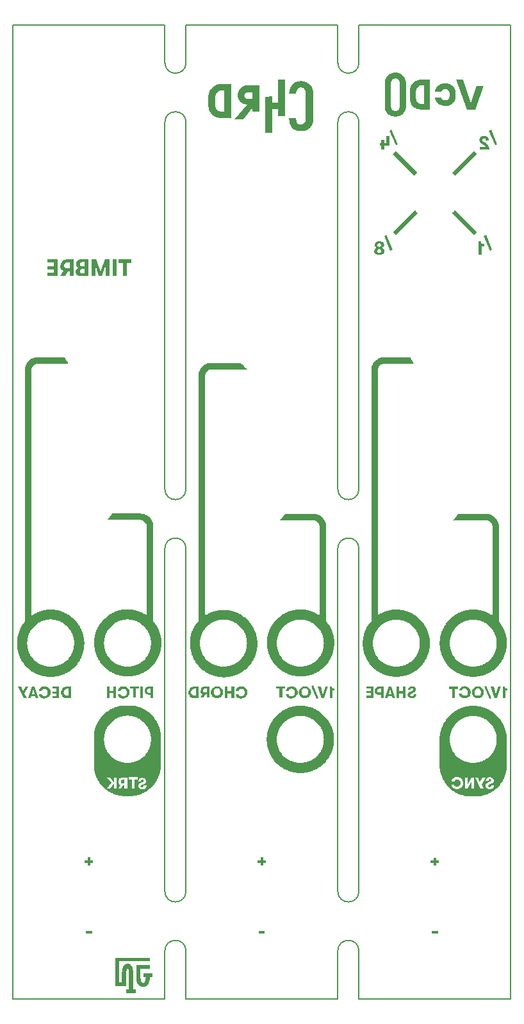
<source format=gbr>
G04 #@! TF.GenerationSoftware,KiCad,Pcbnew,(5.1.9-0-10_14)*
G04 #@! TF.CreationDate,2021-02-07T01:41:00-06:00*
G04 #@! TF.ProjectId,JNTUB_panels,4a4e5455-425f-4706-916e-656c732e6b69,rev?*
G04 #@! TF.SameCoordinates,Original*
G04 #@! TF.FileFunction,Legend,Bot*
G04 #@! TF.FilePolarity,Positive*
%FSLAX46Y46*%
G04 Gerber Fmt 4.6, Leading zero omitted, Abs format (unit mm)*
G04 Created by KiCad (PCBNEW (5.1.9-0-10_14)) date 2021-02-07 01:41:00*
%MOMM*%
%LPD*%
G01*
G04 APERTURE LIST*
G04 #@! TA.AperFunction,Profile*
%ADD10C,0.150000*%
G04 #@! TD*
%ADD11C,0.100000*%
G04 APERTURE END LIST*
D10*
X125603000Y-92710000D02*
G75*
G02*
X128397000Y-92710000I1397000J0D01*
G01*
X125603000Y-84836000D02*
X125603000Y-36449000D01*
X128397000Y-152146000D02*
X128397000Y-145796000D01*
X128397000Y-28575000D02*
G75*
G02*
X125603000Y-28575000I-1397000J0D01*
G01*
X128397000Y-137922000D02*
X128397000Y-92710000D01*
X128397000Y-137922000D02*
G75*
G02*
X125603000Y-137922000I-1397000J0D01*
G01*
X125603000Y-23622000D02*
X125603000Y-28575000D01*
X125603000Y-92710000D02*
X125603000Y-137922000D01*
X125603000Y-145796000D02*
X125603000Y-152146000D01*
X125603000Y-145796000D02*
G75*
G02*
X128397000Y-145796000I1397000J0D01*
G01*
X128397000Y-36449000D02*
X128397000Y-84836000D01*
X128397000Y-84836000D02*
G75*
G02*
X125603000Y-84836000I-1397000J0D01*
G01*
X125603000Y-36449000D02*
G75*
G02*
X128397000Y-36449000I1397000J0D01*
G01*
X128397000Y-23622000D02*
X128397000Y-28575000D01*
X105537000Y-36449000D02*
X105537000Y-84836000D01*
X102743000Y-84836000D02*
X102743000Y-36449000D01*
X102743000Y-92710000D02*
X102743000Y-137922000D01*
X105537000Y-137922000D02*
X105537000Y-92710000D01*
X105537000Y-152146000D02*
X105537000Y-145796000D01*
X102743000Y-145796000D02*
X102743000Y-152146000D01*
X102743000Y-145796000D02*
G75*
G02*
X105537000Y-145796000I1397000J0D01*
G01*
X105537000Y-137922000D02*
G75*
G02*
X102743000Y-137922000I-1397000J0D01*
G01*
X102743000Y-92710000D02*
G75*
G02*
X105537000Y-92710000I1397000J0D01*
G01*
X105537000Y-84836000D02*
G75*
G02*
X102743000Y-84836000I-1397000J0D01*
G01*
X102743000Y-36449000D02*
G75*
G02*
X105537000Y-36449000I1397000J0D01*
G01*
X105537000Y-23622000D02*
X105537000Y-28575000D01*
X102743000Y-23622000D02*
X102743000Y-28575000D01*
X105537000Y-28575000D02*
G75*
G02*
X102743000Y-28575000I-1397000J0D01*
G01*
X128397000Y-23622000D02*
X148463000Y-23622000D01*
X148463000Y-23622000D02*
X148463000Y-152146000D01*
X148463000Y-152146000D02*
X128397000Y-152146000D01*
X105537000Y-23622000D02*
X125603000Y-23622000D01*
X125603000Y-152146000D02*
X105537000Y-152146000D01*
X82677000Y-23622000D02*
X102743000Y-23622000D01*
X102743000Y-152146000D02*
X82677000Y-152146000D01*
X82677000Y-152146000D02*
X82677000Y-23622000D01*
D11*
G04 #@! TO.C,svg2mod*
G36*
X100311936Y-110977539D02*
G01*
X100382492Y-111436150D01*
X100404540Y-111334726D01*
X100453047Y-111259761D01*
X100528012Y-111211254D01*
X100629436Y-111189206D01*
X100876380Y-111189206D01*
X100876380Y-111718372D01*
X100629436Y-111718372D01*
X100541242Y-111665456D01*
X100453047Y-111612539D01*
X100404540Y-111537574D01*
X100382492Y-111436150D01*
X100311936Y-110977539D01*
X100210512Y-111052504D01*
X100135547Y-111153928D01*
X100101576Y-111234936D01*
X100075444Y-111331623D01*
X100064992Y-111436150D01*
X100075444Y-111532837D01*
X100101576Y-111621685D01*
X100135547Y-111718372D01*
X100210512Y-111819796D01*
X100311936Y-111894761D01*
X100392944Y-111928732D01*
X100489631Y-111954864D01*
X100594158Y-111965317D01*
X100876380Y-111965317D01*
X100876380Y-112388650D01*
X101229158Y-112388650D01*
X101229158Y-110906983D01*
X100594158Y-110906983D01*
X100489631Y-110909597D01*
X100392944Y-110927889D01*
X100311936Y-110977539D01*
G37*
G36*
X99853325Y-110906983D02*
G01*
X99500547Y-110906983D01*
X99500547Y-112388650D01*
X99853325Y-112388650D01*
X99853325Y-110906983D01*
G37*
G36*
X98900825Y-111189206D02*
G01*
X99324158Y-111189206D01*
X99324158Y-110871706D01*
X98159992Y-110871706D01*
X98159992Y-111189206D01*
X98583325Y-111189206D01*
X98583325Y-112353372D01*
X98936103Y-112353372D01*
X98936103Y-111189206D01*
X98900825Y-111189206D01*
G37*
G36*
X97701380Y-112318094D02*
G01*
X97805907Y-112237086D01*
X97902594Y-112140399D01*
X97983603Y-112035872D01*
X98042399Y-111919586D01*
X98077677Y-111787621D01*
X98089436Y-111647817D01*
X98077677Y-111508012D01*
X98042399Y-111376047D01*
X97983603Y-111259761D01*
X97910434Y-111155234D01*
X97821586Y-111058547D01*
X97701380Y-110977539D01*
X97615391Y-110931237D01*
X97516172Y-110898164D01*
X97403724Y-110878320D01*
X97278047Y-110871706D01*
X97138243Y-110882158D01*
X97006278Y-110908290D01*
X96889992Y-110942261D01*
X96786771Y-110989298D01*
X96699230Y-111059854D01*
X96643047Y-111153928D01*
X96599930Y-111251922D01*
X96556813Y-111349915D01*
X96537214Y-111471428D01*
X96889992Y-111471428D01*
X96947318Y-111365594D01*
X97031103Y-111259761D01*
X97141346Y-111211254D01*
X97278047Y-111189206D01*
X97407399Y-111202271D01*
X97513232Y-111246695D01*
X97595547Y-111330317D01*
X97654343Y-111421778D01*
X97689621Y-111544597D01*
X97701380Y-111683094D01*
X97689621Y-111813753D01*
X97654343Y-111928732D01*
X97595547Y-112035872D01*
X97513232Y-112103815D01*
X97407399Y-112156078D01*
X97278047Y-112176983D01*
X97141346Y-112154935D01*
X97031103Y-112106428D01*
X96947318Y-112027053D01*
X96889992Y-111894761D01*
X96537214Y-111894761D01*
X96548973Y-112000594D01*
X96584251Y-112106428D01*
X96643047Y-112212261D01*
X96714909Y-112298496D01*
X96794611Y-112361212D01*
X96889992Y-112423928D01*
X97006278Y-112457899D01*
X97138243Y-112484031D01*
X97278047Y-112494483D01*
X97383880Y-112447079D01*
X97489714Y-112406289D01*
X97595547Y-112365499D01*
X97701380Y-112318094D01*
G37*
G36*
X96290269Y-110906983D02*
G01*
X95937492Y-110906983D01*
X95937492Y-111506706D01*
X95408325Y-111506706D01*
X95408325Y-110906983D01*
X95055547Y-110906983D01*
X95055547Y-112388650D01*
X95408325Y-112388650D01*
X95408325Y-111788928D01*
X95937492Y-111788928D01*
X95937492Y-112388650D01*
X96290269Y-112388650D01*
X96290269Y-110906983D01*
G37*
G36*
X90328325Y-110906983D02*
G01*
X89552214Y-111259761D01*
X89662457Y-111211254D01*
X89799158Y-111189206D01*
X89975547Y-111189206D01*
X89975547Y-112106428D01*
X89799158Y-112106428D01*
X89662457Y-112084379D01*
X89552214Y-112035872D01*
X89468429Y-111960907D01*
X89411103Y-111859483D01*
X89380235Y-111753650D01*
X89375825Y-111647817D01*
X89380235Y-111541983D01*
X89411103Y-111436150D01*
X89468429Y-111334726D01*
X89552214Y-111259761D01*
X90328325Y-110906983D01*
X89763880Y-110906983D01*
X89624076Y-110918743D01*
X89492111Y-110954020D01*
X89375825Y-111012817D01*
X89272605Y-111085985D01*
X89185064Y-111174833D01*
X89128880Y-111295039D01*
X89070084Y-111411325D01*
X89034806Y-111543290D01*
X89023047Y-111683094D01*
X89034806Y-111815059D01*
X89070084Y-111939185D01*
X89128880Y-112071150D01*
X89200743Y-112191356D01*
X89280444Y-112280203D01*
X89375825Y-112353372D01*
X89492111Y-112412169D01*
X89624076Y-112447446D01*
X89763880Y-112459206D01*
X90328325Y-112459206D01*
X90328325Y-110906983D01*
G37*
G36*
X88776103Y-110906983D02*
G01*
X87858880Y-110906983D01*
X87858880Y-111189206D01*
X88423325Y-111189206D01*
X88423325Y-111541983D01*
X87858880Y-111541983D01*
X87858880Y-111824206D01*
X88423325Y-111824206D01*
X88423325Y-112141706D01*
X87858880Y-112141706D01*
X87858880Y-112423928D01*
X88776103Y-112423928D01*
X88776103Y-110906983D01*
G37*
G36*
X87259158Y-112318094D02*
G01*
X87363685Y-112237086D01*
X87460372Y-112140399D01*
X87541380Y-112035872D01*
X87600177Y-111919586D01*
X87635455Y-111787621D01*
X87647214Y-111647817D01*
X87635455Y-111508012D01*
X87600177Y-111376047D01*
X87541380Y-111259761D01*
X87468212Y-111155234D01*
X87379364Y-111058547D01*
X87259158Y-110977539D01*
X87173169Y-110931237D01*
X87073950Y-110898164D01*
X86961502Y-110878320D01*
X86835825Y-110871706D01*
X86696020Y-110882158D01*
X86564055Y-110908290D01*
X86447769Y-110942261D01*
X86344549Y-110989298D01*
X86257008Y-111059854D01*
X86200825Y-111153928D01*
X86157708Y-111251922D01*
X86114590Y-111349915D01*
X86094992Y-111471428D01*
X86447769Y-111471428D01*
X86505096Y-111365594D01*
X86588880Y-111259761D01*
X86699124Y-111211254D01*
X86835825Y-111189206D01*
X86965177Y-111202271D01*
X87071010Y-111246695D01*
X87153325Y-111330317D01*
X87212121Y-111421778D01*
X87247399Y-111544597D01*
X87259158Y-111683094D01*
X87247399Y-111813753D01*
X87212121Y-111928732D01*
X87153325Y-112035872D01*
X87071010Y-112103815D01*
X86965177Y-112156078D01*
X86835825Y-112176983D01*
X86699124Y-112154935D01*
X86588880Y-112106428D01*
X86505096Y-112027053D01*
X86447769Y-111894761D01*
X86094992Y-111894761D01*
X86106751Y-112000594D01*
X86142029Y-112106428D01*
X86200825Y-112212261D01*
X86272687Y-112298496D01*
X86352389Y-112361212D01*
X86447769Y-112423928D01*
X86564055Y-112457899D01*
X86696020Y-112484031D01*
X86835825Y-112494483D01*
X86961502Y-112447079D01*
X87073950Y-112406289D01*
X87173169Y-112365499D01*
X87259158Y-112318094D01*
G37*
G36*
X85107214Y-112212261D02*
G01*
X85177769Y-111930039D01*
X85354158Y-111259761D01*
X85530547Y-111930039D01*
X85177769Y-111930039D01*
X85107214Y-112212261D01*
X85636380Y-112212261D01*
X85671658Y-112388650D01*
X86024436Y-112388650D01*
X85530547Y-110906983D01*
X85177769Y-110906983D01*
X84683880Y-112388650D01*
X85036658Y-112388650D01*
X85107214Y-112212261D01*
G37*
G36*
X83343325Y-110906983D02*
G01*
X84084158Y-112388650D01*
X84472214Y-112388650D01*
X84189992Y-111824206D01*
X84719158Y-110906983D01*
X84331103Y-110906983D01*
X84013603Y-111506706D01*
X83731380Y-110906983D01*
X83343325Y-110906983D01*
G37*
G36*
X92868325Y-134155039D02*
G01*
X93256380Y-134155039D01*
X93256380Y-133837539D01*
X92868325Y-133837539D01*
X92868325Y-133449483D01*
X92550825Y-133449483D01*
X92550825Y-133837539D01*
X92162769Y-133837539D01*
X92162769Y-134155039D01*
X92550825Y-134155039D01*
X92550825Y-134543094D01*
X92868325Y-134543094D01*
X92868325Y-134155039D01*
G37*
G36*
X93115269Y-143186150D02*
G01*
X92339158Y-143186150D01*
X92339158Y-143503650D01*
X93115269Y-143503650D01*
X93115269Y-143186150D01*
G37*
G36*
X84225269Y-102299206D02*
G01*
X87384195Y-102062978D01*
X87255032Y-102076219D01*
X87127570Y-102094576D01*
X87001915Y-102117947D01*
X86878168Y-102146228D01*
X86756434Y-102179316D01*
X86636816Y-102217106D01*
X86519417Y-102259496D01*
X86404341Y-102306382D01*
X86291692Y-102357660D01*
X86181572Y-102413228D01*
X86074086Y-102472981D01*
X85969337Y-102536817D01*
X85867428Y-102604631D01*
X85768463Y-102676320D01*
X85672546Y-102751780D01*
X85579779Y-102830909D01*
X85490266Y-102913603D01*
X85404111Y-102999758D01*
X85321418Y-103089270D01*
X85242289Y-103182037D01*
X85166828Y-103277955D01*
X85095139Y-103376920D01*
X85027325Y-103478829D01*
X84963490Y-103583578D01*
X84903736Y-103691064D01*
X84848169Y-103801183D01*
X84796890Y-103913833D01*
X84750004Y-104028909D01*
X84707614Y-104146307D01*
X84669824Y-104265925D01*
X84636736Y-104387660D01*
X84608455Y-104511406D01*
X84585084Y-104637062D01*
X84566727Y-104764523D01*
X84553486Y-104893687D01*
X84545466Y-105024449D01*
X84542769Y-105156706D01*
X84545466Y-105288963D01*
X84553486Y-105419724D01*
X84566727Y-105548888D01*
X84585084Y-105676349D01*
X84608455Y-105802005D01*
X84636736Y-105925751D01*
X84669824Y-106047486D01*
X84707614Y-106167104D01*
X84750004Y-106284503D01*
X84796890Y-106399578D01*
X84848169Y-106512228D01*
X84903736Y-106622347D01*
X84963490Y-106729833D01*
X85027325Y-106834582D01*
X85095139Y-106936491D01*
X85166828Y-107035456D01*
X85242289Y-107131374D01*
X85321418Y-107224141D01*
X85404111Y-107313653D01*
X85490266Y-107399808D01*
X85579779Y-107482502D01*
X85672546Y-107561631D01*
X85768463Y-107637092D01*
X85867428Y-107708781D01*
X85969337Y-107776595D01*
X86074086Y-107840430D01*
X86181572Y-107900183D01*
X86291692Y-107955751D01*
X86404341Y-108007029D01*
X86519417Y-108053915D01*
X86636816Y-108096305D01*
X86756434Y-108134096D01*
X86878168Y-108167183D01*
X87001915Y-108195464D01*
X87127570Y-108218835D01*
X87255032Y-108237193D01*
X87384195Y-108250433D01*
X87514957Y-108258454D01*
X87647214Y-108261150D01*
X87779471Y-108258454D01*
X87910233Y-108250433D01*
X88039396Y-108237193D01*
X88166857Y-108218835D01*
X88292513Y-108195464D01*
X88416260Y-108167183D01*
X88537994Y-108134096D01*
X88657612Y-108096305D01*
X88775011Y-108053915D01*
X88890087Y-108007029D01*
X89002736Y-107955751D01*
X89112855Y-107900183D01*
X89220341Y-107840430D01*
X89325091Y-107776595D01*
X89426999Y-107708781D01*
X89525964Y-107637092D01*
X89621882Y-107561631D01*
X89714649Y-107482502D01*
X89804162Y-107399808D01*
X89890316Y-107313653D01*
X89973010Y-107224141D01*
X90052139Y-107131374D01*
X90127600Y-107035456D01*
X90199289Y-106936491D01*
X90267103Y-106834582D01*
X90330938Y-106729833D01*
X90390691Y-106622347D01*
X90446259Y-106512228D01*
X90497537Y-106399578D01*
X90544423Y-106284503D01*
X90586813Y-106167104D01*
X90624604Y-106047486D01*
X90657691Y-105925751D01*
X90685972Y-105802005D01*
X90709343Y-105676349D01*
X90727701Y-105548888D01*
X90740942Y-105419724D01*
X90748962Y-105288963D01*
X90751658Y-105156706D01*
X90748962Y-105024449D01*
X90740942Y-104893687D01*
X90727701Y-104764523D01*
X90709343Y-104637062D01*
X90685972Y-104511406D01*
X90657691Y-104387660D01*
X90624604Y-104265925D01*
X90586813Y-104146307D01*
X90544423Y-104028909D01*
X90497537Y-103913833D01*
X90446259Y-103801183D01*
X90390691Y-103691064D01*
X90330938Y-103583578D01*
X90267103Y-103478829D01*
X90199289Y-103376920D01*
X90127600Y-103277955D01*
X90052139Y-103182037D01*
X89973010Y-103089270D01*
X89890316Y-102999758D01*
X89804162Y-102913603D01*
X89714649Y-102830909D01*
X89621882Y-102751780D01*
X89525964Y-102676320D01*
X89426999Y-102604631D01*
X89325091Y-102536817D01*
X89220341Y-102472981D01*
X89112855Y-102413228D01*
X89002736Y-102357660D01*
X88890087Y-102306382D01*
X88775011Y-102259496D01*
X88657612Y-102217106D01*
X88537994Y-102179316D01*
X88416260Y-102146228D01*
X88292513Y-102117947D01*
X88166857Y-102094576D01*
X88039396Y-102076219D01*
X87910233Y-102062978D01*
X87779471Y-102054958D01*
X87647214Y-102052261D01*
X87514957Y-102054958D01*
X87384195Y-102062978D01*
X84225269Y-102299206D01*
X84225269Y-69138094D01*
X84230526Y-69002592D01*
X84246154Y-68871112D01*
X84271942Y-68743442D01*
X84307678Y-68619370D01*
X84353151Y-68498685D01*
X84408149Y-68381174D01*
X84472461Y-68266627D01*
X84545874Y-68154832D01*
X84628177Y-68045577D01*
X84719158Y-67938650D01*
X84826120Y-67839096D01*
X84935623Y-67751819D01*
X85048088Y-67676395D01*
X85163940Y-67612401D01*
X85283603Y-67559414D01*
X85407498Y-67517010D01*
X85536050Y-67484766D01*
X85669683Y-67462259D01*
X85808818Y-67449065D01*
X85953880Y-67444761D01*
X89516936Y-67444761D01*
X89571506Y-67562170D01*
X89629384Y-67676272D01*
X89690569Y-67787066D01*
X89755061Y-67894553D01*
X89822860Y-67998732D01*
X89893967Y-68099605D01*
X89968381Y-68197170D01*
X90046103Y-68291428D01*
X85953880Y-68291428D01*
X85833511Y-68300084D01*
X85720002Y-68325399D01*
X85614332Y-68366393D01*
X85517481Y-68422086D01*
X85430430Y-68491499D01*
X85354158Y-68573650D01*
X85260743Y-68680048D01*
X85191034Y-68789832D01*
X85143338Y-68906390D01*
X85115963Y-69033108D01*
X85107214Y-69173372D01*
X85107214Y-101558372D01*
X85214357Y-101485629D01*
X85324066Y-101415638D01*
X85436263Y-101348505D01*
X85550867Y-101284334D01*
X85667800Y-101223233D01*
X85786981Y-101165307D01*
X85908332Y-101110662D01*
X86031774Y-101059403D01*
X86157226Y-101011637D01*
X86284610Y-100967469D01*
X86413845Y-100927006D01*
X86544854Y-100890352D01*
X86677556Y-100857614D01*
X86811871Y-100828898D01*
X86947722Y-100804310D01*
X87085027Y-100783954D01*
X87223708Y-100767938D01*
X87363686Y-100756367D01*
X87504881Y-100749347D01*
X87647214Y-100746983D01*
X87779557Y-100748934D01*
X87911004Y-100754749D01*
X88041496Y-100764376D01*
X88170977Y-100777761D01*
X88299389Y-100794851D01*
X88426675Y-100815592D01*
X88552778Y-100839931D01*
X88677641Y-100867814D01*
X88801206Y-100899189D01*
X88923416Y-100934001D01*
X89044214Y-100972197D01*
X89163542Y-101013723D01*
X89281344Y-101058527D01*
X89397562Y-101106555D01*
X89512139Y-101157753D01*
X89625017Y-101212069D01*
X89736140Y-101269447D01*
X89845449Y-101329836D01*
X89952889Y-101393181D01*
X90058401Y-101459430D01*
X90161928Y-101528529D01*
X90263414Y-101600423D01*
X90362800Y-101675061D01*
X90460030Y-101752388D01*
X90555046Y-101832351D01*
X90647792Y-101914897D01*
X90738209Y-101999972D01*
X90826240Y-102087523D01*
X90911829Y-102177496D01*
X90994919Y-102269838D01*
X91075450Y-102364496D01*
X91153368Y-102461415D01*
X91228614Y-102560543D01*
X91301131Y-102661827D01*
X91370861Y-102765211D01*
X91437749Y-102870645D01*
X91501735Y-102978073D01*
X91562764Y-103087442D01*
X91620778Y-103198700D01*
X91675719Y-103311792D01*
X91727530Y-103426665D01*
X91776155Y-103543266D01*
X91821535Y-103661541D01*
X91863614Y-103781437D01*
X91902334Y-103902900D01*
X91937638Y-104025877D01*
X91969469Y-104150315D01*
X91997770Y-104276160D01*
X92022483Y-104403358D01*
X92043551Y-104531857D01*
X92060917Y-104661602D01*
X92074523Y-104792541D01*
X92084313Y-104924620D01*
X92090229Y-105057785D01*
X92092214Y-105191983D01*
X92090263Y-105324327D01*
X92084448Y-105455773D01*
X92074821Y-105586265D01*
X92061436Y-105715746D01*
X92044346Y-105844158D01*
X92023605Y-105971445D01*
X91999266Y-106097548D01*
X91971383Y-106222410D01*
X91940008Y-106345975D01*
X91905197Y-106468185D01*
X91867000Y-106588983D01*
X91825474Y-106708312D01*
X91780670Y-106826114D01*
X91732642Y-106942331D01*
X91681444Y-107056908D01*
X91627129Y-107169786D01*
X91569750Y-107280909D01*
X91509361Y-107390219D01*
X91446016Y-107497658D01*
X91379767Y-107603170D01*
X91310669Y-107706698D01*
X91238774Y-107808183D01*
X91164136Y-107907570D01*
X91086809Y-108004800D01*
X91006846Y-108099816D01*
X90924300Y-108192561D01*
X90839225Y-108282978D01*
X90751674Y-108371010D01*
X90661701Y-108456599D01*
X90569359Y-108539688D01*
X90474701Y-108620220D01*
X90377782Y-108698138D01*
X90278654Y-108773383D01*
X90177371Y-108845900D01*
X90073986Y-108915631D01*
X89968552Y-108982518D01*
X89861124Y-109046505D01*
X89751755Y-109107534D01*
X89640497Y-109165547D01*
X89527405Y-109220488D01*
X89412532Y-109272300D01*
X89295931Y-109320924D01*
X89177656Y-109366304D01*
X89057760Y-109408383D01*
X88936297Y-109447104D01*
X88813320Y-109482408D01*
X88688882Y-109514239D01*
X88563037Y-109542540D01*
X88435839Y-109567253D01*
X88307340Y-109588321D01*
X88177595Y-109605687D01*
X88046656Y-109619293D01*
X87914577Y-109629083D01*
X87781412Y-109634999D01*
X87647214Y-109636983D01*
X87513016Y-109635033D01*
X87379850Y-109629218D01*
X87247772Y-109619591D01*
X87116833Y-109606206D01*
X86987087Y-109589116D01*
X86858589Y-109568375D01*
X86731390Y-109544036D01*
X86605545Y-109516152D01*
X86481108Y-109484778D01*
X86358130Y-109449966D01*
X86236667Y-109411770D01*
X86116771Y-109370243D01*
X85998496Y-109325439D01*
X85881895Y-109277411D01*
X85767022Y-109226213D01*
X85653930Y-109171898D01*
X85542673Y-109114519D01*
X85433303Y-109054131D01*
X85325875Y-108990785D01*
X85220442Y-108924537D01*
X85117057Y-108855438D01*
X85015774Y-108783543D01*
X84916646Y-108708906D01*
X84819726Y-108631578D01*
X84725069Y-108551615D01*
X84632727Y-108469069D01*
X84542754Y-108383994D01*
X84455203Y-108296443D01*
X84370128Y-108206470D01*
X84287582Y-108114128D01*
X84207619Y-108019471D01*
X84130291Y-107922551D01*
X84055654Y-107823423D01*
X83983759Y-107722140D01*
X83914661Y-107618755D01*
X83848412Y-107513322D01*
X83785067Y-107405894D01*
X83724678Y-107296524D01*
X83667299Y-107185267D01*
X83612984Y-107072175D01*
X83561786Y-106957302D01*
X83513758Y-106840701D01*
X83468954Y-106722426D01*
X83427427Y-106602530D01*
X83389231Y-106481067D01*
X83354419Y-106358090D01*
X83323045Y-106233652D01*
X83295161Y-106107807D01*
X83270822Y-105980608D01*
X83250081Y-105852110D01*
X83232991Y-105722364D01*
X83219606Y-105591426D01*
X83209979Y-105459347D01*
X83204164Y-105326182D01*
X83202214Y-105191983D01*
X83204403Y-105045543D01*
X83210924Y-104900738D01*
X83221707Y-104757603D01*
X83236683Y-104616173D01*
X83255781Y-104476483D01*
X83278934Y-104338567D01*
X83306070Y-104202460D01*
X83337120Y-104068198D01*
X83372015Y-103935814D01*
X83410685Y-103805344D01*
X83453061Y-103676822D01*
X83499073Y-103550284D01*
X83548650Y-103425763D01*
X83601725Y-103303296D01*
X83658227Y-103182916D01*
X83718086Y-103064658D01*
X83781234Y-102948558D01*
X83847600Y-102834650D01*
X83917114Y-102722968D01*
X83989708Y-102613548D01*
X84065312Y-102506424D01*
X84143855Y-102401632D01*
X84225269Y-102299206D01*
G37*
G36*
X97807214Y-100711706D02*
G01*
X100050316Y-102999758D01*
X99964162Y-102913603D01*
X99874649Y-102830909D01*
X99781882Y-102751780D01*
X99685964Y-102676320D01*
X99586999Y-102604631D01*
X99485091Y-102536817D01*
X99380341Y-102472981D01*
X99272855Y-102413228D01*
X99162736Y-102357660D01*
X99050087Y-102306382D01*
X98935011Y-102259496D01*
X98817612Y-102217106D01*
X98697994Y-102179316D01*
X98576260Y-102146228D01*
X98452513Y-102117947D01*
X98326857Y-102094576D01*
X98199396Y-102076219D01*
X98070233Y-102062978D01*
X97939471Y-102054958D01*
X97807214Y-102052261D01*
X97674957Y-102054958D01*
X97544195Y-102062978D01*
X97415032Y-102076219D01*
X97287570Y-102094576D01*
X97161915Y-102117947D01*
X97038168Y-102146228D01*
X96916434Y-102179316D01*
X96796816Y-102217106D01*
X96679417Y-102259496D01*
X96564341Y-102306382D01*
X96451692Y-102357660D01*
X96341572Y-102413228D01*
X96234086Y-102472981D01*
X96129337Y-102536817D01*
X96027428Y-102604631D01*
X95928463Y-102676320D01*
X95832546Y-102751780D01*
X95739779Y-102830909D01*
X95650266Y-102913603D01*
X95564111Y-102999758D01*
X95481418Y-103089270D01*
X95402289Y-103182037D01*
X95326828Y-103277955D01*
X95255139Y-103376920D01*
X95187325Y-103478829D01*
X95123490Y-103583578D01*
X95063736Y-103691064D01*
X95008169Y-103801183D01*
X94956890Y-103913833D01*
X94910004Y-104028909D01*
X94867614Y-104146307D01*
X94829824Y-104265925D01*
X94796736Y-104387660D01*
X94768455Y-104511406D01*
X94745084Y-104637062D01*
X94726727Y-104764523D01*
X94713486Y-104893687D01*
X94705466Y-105024449D01*
X94702769Y-105156706D01*
X94705466Y-105288963D01*
X94713486Y-105419724D01*
X94726727Y-105548888D01*
X94745084Y-105676349D01*
X94768455Y-105802005D01*
X94796736Y-105925751D01*
X94829824Y-106047486D01*
X94867614Y-106167104D01*
X94910004Y-106284503D01*
X94956890Y-106399578D01*
X95008169Y-106512228D01*
X95063736Y-106622347D01*
X95123490Y-106729833D01*
X95187325Y-106834582D01*
X95255139Y-106936491D01*
X95326828Y-107035456D01*
X95402289Y-107131374D01*
X95481418Y-107224141D01*
X95564111Y-107313653D01*
X95650266Y-107399808D01*
X95739779Y-107482502D01*
X95832546Y-107561631D01*
X95928463Y-107637092D01*
X96027428Y-107708781D01*
X96129337Y-107776595D01*
X96234086Y-107840430D01*
X96341572Y-107900183D01*
X96451692Y-107955751D01*
X96564341Y-108007029D01*
X96679417Y-108053915D01*
X96796816Y-108096305D01*
X96916434Y-108134096D01*
X97038168Y-108167183D01*
X97161915Y-108195464D01*
X97287570Y-108218835D01*
X97415032Y-108237193D01*
X97544195Y-108250433D01*
X97674957Y-108258454D01*
X97807214Y-108261150D01*
X97939471Y-108258454D01*
X98070233Y-108250433D01*
X98199396Y-108237193D01*
X98326857Y-108218835D01*
X98452513Y-108195464D01*
X98576260Y-108167183D01*
X98697994Y-108134096D01*
X98817612Y-108096305D01*
X98935011Y-108053915D01*
X99050087Y-108007029D01*
X99162736Y-107955751D01*
X99272855Y-107900183D01*
X99380341Y-107840430D01*
X99485091Y-107776595D01*
X99586999Y-107708781D01*
X99685964Y-107637092D01*
X99781882Y-107561631D01*
X99874649Y-107482502D01*
X99964162Y-107399808D01*
X100050316Y-107313653D01*
X100133010Y-107224141D01*
X100212139Y-107131374D01*
X100287600Y-107035456D01*
X100359289Y-106936491D01*
X100427103Y-106834582D01*
X100490938Y-106729833D01*
X100550691Y-106622347D01*
X100606259Y-106512228D01*
X100657537Y-106399578D01*
X100704423Y-106284503D01*
X100746813Y-106167104D01*
X100784604Y-106047486D01*
X100817691Y-105925751D01*
X100845972Y-105802005D01*
X100869343Y-105676349D01*
X100887701Y-105548888D01*
X100900942Y-105419724D01*
X100908962Y-105288963D01*
X100911658Y-105156706D01*
X100908962Y-105024449D01*
X100900942Y-104893687D01*
X100887701Y-104764523D01*
X100869343Y-104637062D01*
X100845972Y-104511406D01*
X100817691Y-104387660D01*
X100784604Y-104265925D01*
X100746813Y-104146307D01*
X100704423Y-104028909D01*
X100657537Y-103913833D01*
X100606259Y-103801183D01*
X100550691Y-103691064D01*
X100490938Y-103583578D01*
X100427103Y-103478829D01*
X100359289Y-103376920D01*
X100287600Y-103277955D01*
X100212139Y-103182037D01*
X100133010Y-103089270D01*
X100050316Y-102999758D01*
X97807214Y-100711706D01*
X97949295Y-100713818D01*
X98089789Y-100720137D01*
X98228695Y-100730636D01*
X98366014Y-100745290D01*
X98501745Y-100764071D01*
X98635889Y-100786953D01*
X98768445Y-100813910D01*
X98899414Y-100844914D01*
X99028795Y-100879941D01*
X99156589Y-100918963D01*
X99282795Y-100961953D01*
X99407414Y-101008886D01*
X99530445Y-101059734D01*
X99651889Y-101114472D01*
X99771745Y-101173073D01*
X99890014Y-101235510D01*
X100006695Y-101301757D01*
X100121789Y-101371788D01*
X100235295Y-101445576D01*
X100347214Y-101523094D01*
X100347214Y-89810872D01*
X100338465Y-89670608D01*
X100311089Y-89543890D01*
X100263394Y-89427332D01*
X100193685Y-89317548D01*
X100100269Y-89211150D01*
X99993872Y-89114066D01*
X99884087Y-89035608D01*
X99767529Y-88977470D01*
X99640812Y-88941346D01*
X99500547Y-88928928D01*
X95055547Y-88928928D01*
X95158211Y-88834670D01*
X95255087Y-88737105D01*
X95347002Y-88636232D01*
X95434783Y-88532053D01*
X95519257Y-88424566D01*
X95601250Y-88313772D01*
X95681590Y-88199670D01*
X95761103Y-88082261D01*
X99500547Y-88082261D01*
X99645609Y-88087517D01*
X99784745Y-88103146D01*
X99918377Y-88128934D01*
X100046929Y-88164670D01*
X100170825Y-88210143D01*
X100290487Y-88265141D01*
X100406339Y-88329452D01*
X100518805Y-88402866D01*
X100628307Y-88485169D01*
X100735269Y-88576150D01*
X100826251Y-88683077D01*
X100908554Y-88792332D01*
X100981967Y-88904127D01*
X101046278Y-89018674D01*
X101101276Y-89136185D01*
X101146749Y-89256870D01*
X101182486Y-89380942D01*
X101208274Y-89508612D01*
X101223902Y-89640092D01*
X101229158Y-89775594D01*
X101229158Y-102263928D01*
X101314977Y-102366351D01*
X101397542Y-102471123D01*
X101476801Y-102578192D01*
X101552704Y-102687505D01*
X101625196Y-102799009D01*
X101694226Y-102912654D01*
X101759743Y-103028386D01*
X101821693Y-103146153D01*
X101880024Y-103265904D01*
X101934685Y-103387586D01*
X101985623Y-103511147D01*
X102032785Y-103636534D01*
X102076121Y-103763696D01*
X102115577Y-103892580D01*
X102151101Y-104023134D01*
X102182641Y-104155306D01*
X102210145Y-104289044D01*
X102233562Y-104424295D01*
X102252837Y-104561008D01*
X102267920Y-104699130D01*
X102278758Y-104838608D01*
X102285300Y-104979392D01*
X102287492Y-105121428D01*
X102285541Y-105253771D01*
X102279726Y-105385218D01*
X102270099Y-105515710D01*
X102256714Y-105645191D01*
X102239624Y-105773603D01*
X102218883Y-105900889D01*
X102194544Y-106026992D01*
X102166661Y-106151855D01*
X102135286Y-106275420D01*
X102100474Y-106397630D01*
X102062278Y-106518428D01*
X102020751Y-106637756D01*
X101975947Y-106755558D01*
X101927920Y-106871776D01*
X101876721Y-106986353D01*
X101822406Y-107099231D01*
X101765028Y-107210354D01*
X101704639Y-107319663D01*
X101641293Y-107427103D01*
X101575045Y-107532615D01*
X101505946Y-107636142D01*
X101434052Y-107737628D01*
X101359414Y-107837014D01*
X101282087Y-107934244D01*
X101202123Y-108029260D01*
X101119578Y-108122006D01*
X101034503Y-108212423D01*
X100946952Y-108300454D01*
X100856979Y-108386043D01*
X100764637Y-108469133D01*
X100669979Y-108549664D01*
X100573060Y-108627582D01*
X100473932Y-108702828D01*
X100372648Y-108775345D01*
X100269263Y-108845075D01*
X100163830Y-108911963D01*
X100056402Y-108975949D01*
X99947033Y-109036978D01*
X99835775Y-109094992D01*
X99722683Y-109149933D01*
X99607810Y-109201744D01*
X99491209Y-109250369D01*
X99372934Y-109295749D01*
X99253038Y-109337828D01*
X99131575Y-109376548D01*
X99008598Y-109411852D01*
X98884160Y-109443683D01*
X98758315Y-109471984D01*
X98631117Y-109496697D01*
X98502618Y-109517765D01*
X98372873Y-109535131D01*
X98241934Y-109548737D01*
X98109855Y-109558527D01*
X97976690Y-109564443D01*
X97842492Y-109566428D01*
X97710148Y-109564477D01*
X97578702Y-109558662D01*
X97448210Y-109549035D01*
X97318729Y-109535650D01*
X97190317Y-109518560D01*
X97063030Y-109497819D01*
X96936927Y-109473480D01*
X96812065Y-109445597D01*
X96688500Y-109414222D01*
X96566289Y-109379410D01*
X96445492Y-109341214D01*
X96326163Y-109299688D01*
X96208361Y-109254884D01*
X96092143Y-109206856D01*
X95977567Y-109155658D01*
X95864688Y-109101343D01*
X95753566Y-109043964D01*
X95644256Y-108983575D01*
X95536817Y-108920230D01*
X95431304Y-108853981D01*
X95327777Y-108784883D01*
X95226292Y-108712988D01*
X95126905Y-108638350D01*
X95029675Y-108561023D01*
X94934659Y-108481060D01*
X94841914Y-108398514D01*
X94751497Y-108313439D01*
X94663465Y-108225888D01*
X94577876Y-108135915D01*
X94494787Y-108043573D01*
X94414255Y-107948915D01*
X94336337Y-107851996D01*
X94261092Y-107752868D01*
X94188575Y-107651585D01*
X94118844Y-107548200D01*
X94051957Y-107442766D01*
X93987970Y-107335338D01*
X93926941Y-107225969D01*
X93868928Y-107114711D01*
X93813987Y-107001619D01*
X93762175Y-106886746D01*
X93713551Y-106770145D01*
X93668170Y-106651870D01*
X93626092Y-106531974D01*
X93587371Y-106410511D01*
X93552067Y-106287534D01*
X93520236Y-106163096D01*
X93491935Y-106037251D01*
X93467222Y-105910053D01*
X93446154Y-105781554D01*
X93428788Y-105651809D01*
X93415182Y-105520870D01*
X93405392Y-105388791D01*
X93399476Y-105255626D01*
X93397492Y-105121428D01*
X93397552Y-104990974D01*
X93401547Y-104861348D01*
X93409421Y-104732609D01*
X93421119Y-104604816D01*
X93436586Y-104478026D01*
X93455768Y-104352298D01*
X93478611Y-104227691D01*
X93505059Y-104104264D01*
X93535058Y-103982075D01*
X93568553Y-103861182D01*
X93605489Y-103741643D01*
X93645812Y-103623519D01*
X93689467Y-103506866D01*
X93736400Y-103391744D01*
X93786554Y-103278210D01*
X93839877Y-103166325D01*
X93896313Y-103056145D01*
X93955807Y-102947730D01*
X94018305Y-102841138D01*
X94083752Y-102736427D01*
X94152093Y-102633657D01*
X94223274Y-102532886D01*
X94297240Y-102434171D01*
X94373936Y-102337573D01*
X94453307Y-102243148D01*
X94535299Y-102150956D01*
X94619858Y-102061056D01*
X94706927Y-101973505D01*
X94796454Y-101888363D01*
X94888382Y-101805688D01*
X94982657Y-101725538D01*
X95079226Y-101647972D01*
X95178032Y-101573048D01*
X95279021Y-101500825D01*
X95382138Y-101431362D01*
X95487330Y-101364716D01*
X95594540Y-101300947D01*
X95703714Y-101240114D01*
X95814799Y-101182273D01*
X95927738Y-101127485D01*
X96042477Y-101075807D01*
X96158962Y-101027299D01*
X96277138Y-100982018D01*
X96396949Y-100940023D01*
X96518342Y-100901373D01*
X96641262Y-100866126D01*
X96765654Y-100834341D01*
X96891463Y-100806077D01*
X97018634Y-100781390D01*
X97147114Y-100760342D01*
X97276846Y-100742989D01*
X97407777Y-100729390D01*
X97539852Y-100719604D01*
X97673016Y-100713690D01*
X97807214Y-100711706D01*
G37*
G36*
X97524992Y-113411706D02*
G01*
X99874649Y-115530909D01*
X99781882Y-115451780D01*
X99685964Y-115376320D01*
X99586999Y-115304631D01*
X99485091Y-115236817D01*
X99380341Y-115172981D01*
X99272855Y-115113228D01*
X99162736Y-115057660D01*
X99050087Y-115006382D01*
X98935011Y-114959496D01*
X98817612Y-114917106D01*
X98697994Y-114879316D01*
X98576260Y-114846228D01*
X98452513Y-114817947D01*
X98326857Y-114794576D01*
X98199396Y-114776219D01*
X98070233Y-114762978D01*
X97939471Y-114754958D01*
X97807214Y-114752261D01*
X97674957Y-114754958D01*
X97544195Y-114762978D01*
X97415032Y-114776219D01*
X97287570Y-114794576D01*
X97161915Y-114817947D01*
X97038168Y-114846228D01*
X96916434Y-114879316D01*
X96796816Y-114917106D01*
X96679417Y-114959496D01*
X96564341Y-115006382D01*
X96451692Y-115057660D01*
X96341572Y-115113228D01*
X96234086Y-115172981D01*
X96129337Y-115236817D01*
X96027428Y-115304631D01*
X95928463Y-115376320D01*
X95832546Y-115451780D01*
X95739779Y-115530909D01*
X95650266Y-115613603D01*
X95564111Y-115699758D01*
X95481418Y-115789270D01*
X95402289Y-115882037D01*
X95326828Y-115977955D01*
X95255139Y-116076920D01*
X95187325Y-116178829D01*
X95123490Y-116283578D01*
X95063736Y-116391064D01*
X95008169Y-116501183D01*
X94956890Y-116613833D01*
X94910004Y-116728909D01*
X94867614Y-116846307D01*
X94829824Y-116965925D01*
X94796736Y-117087660D01*
X94768455Y-117211406D01*
X94745084Y-117337062D01*
X94726727Y-117464523D01*
X94713486Y-117593687D01*
X94705466Y-117724449D01*
X94702769Y-117856706D01*
X94705466Y-117988963D01*
X94713486Y-118119724D01*
X94726727Y-118248888D01*
X94745084Y-118376349D01*
X94768455Y-118502005D01*
X94796736Y-118625751D01*
X94829824Y-118747486D01*
X94867614Y-118867104D01*
X94910004Y-118984503D01*
X94956890Y-119099578D01*
X95008169Y-119212228D01*
X95063736Y-119322347D01*
X95123490Y-119429833D01*
X95187325Y-119534582D01*
X95255139Y-119636491D01*
X95326828Y-119735456D01*
X95402289Y-119831374D01*
X95481418Y-119924141D01*
X95564111Y-120013653D01*
X95650266Y-120099808D01*
X95739779Y-120182502D01*
X95832546Y-120261631D01*
X95928463Y-120337092D01*
X96027428Y-120408781D01*
X96129337Y-120476595D01*
X96234086Y-120540430D01*
X96341572Y-120600183D01*
X96451692Y-120655751D01*
X96564341Y-120707029D01*
X96679417Y-120753915D01*
X96796816Y-120796305D01*
X96916434Y-120834096D01*
X97038168Y-120867183D01*
X97161915Y-120895464D01*
X97287570Y-120918835D01*
X97415032Y-120937193D01*
X97544195Y-120950433D01*
X97674957Y-120958454D01*
X97807214Y-120961150D01*
X97939471Y-120958454D01*
X98070233Y-120950433D01*
X98199396Y-120937193D01*
X98326857Y-120918835D01*
X98452513Y-120895464D01*
X98576260Y-120867183D01*
X98697994Y-120834096D01*
X98817612Y-120796305D01*
X98935011Y-120753915D01*
X99050087Y-120707029D01*
X99162736Y-120655751D01*
X99272855Y-120600183D01*
X99380341Y-120540430D01*
X99485091Y-120476595D01*
X99586999Y-120408781D01*
X99685964Y-120337092D01*
X99781882Y-120261631D01*
X99874649Y-120182502D01*
X99964162Y-120099808D01*
X100050316Y-120013653D01*
X100133010Y-119924141D01*
X100212139Y-119831374D01*
X100287600Y-119735456D01*
X100359289Y-119636491D01*
X100427103Y-119534582D01*
X100490938Y-119429833D01*
X100550691Y-119322347D01*
X100606259Y-119212228D01*
X100657537Y-119099578D01*
X100704423Y-118984503D01*
X100746813Y-118867104D01*
X100784604Y-118747486D01*
X100817691Y-118625751D01*
X100845972Y-118502005D01*
X100869343Y-118376349D01*
X100887701Y-118248888D01*
X100900942Y-118119724D01*
X100908962Y-117988963D01*
X100911658Y-117856706D01*
X100908962Y-117724449D01*
X100900942Y-117593687D01*
X100887701Y-117464523D01*
X100869343Y-117337062D01*
X100845972Y-117211406D01*
X100817691Y-117087660D01*
X100784604Y-116965925D01*
X100746813Y-116846307D01*
X100704423Y-116728909D01*
X100657537Y-116613833D01*
X100606259Y-116501183D01*
X100550691Y-116391064D01*
X100490938Y-116283578D01*
X100427103Y-116178829D01*
X100359289Y-116076920D01*
X100287600Y-115977955D01*
X100212139Y-115882037D01*
X100133010Y-115789270D01*
X100050316Y-115699758D01*
X99964162Y-115613603D01*
X99874649Y-115530909D01*
X97524992Y-113411706D01*
X98054158Y-113411706D01*
X98185970Y-113413770D01*
X98316781Y-113419921D01*
X98446528Y-113430097D01*
X98575152Y-113444238D01*
X98702589Y-113462280D01*
X98828778Y-113484162D01*
X98953658Y-113509823D01*
X99077166Y-113539200D01*
X99199241Y-113572233D01*
X99319821Y-113608858D01*
X99438844Y-113649016D01*
X99556250Y-113692643D01*
X99671975Y-113739679D01*
X99785959Y-113790061D01*
X99898139Y-113843727D01*
X100008454Y-113900617D01*
X100116842Y-113960668D01*
X100223242Y-114023818D01*
X100327591Y-114090006D01*
X100429828Y-114159171D01*
X100529892Y-114231249D01*
X100627720Y-114306181D01*
X100723251Y-114383903D01*
X100816423Y-114464355D01*
X100907174Y-114547474D01*
X100995443Y-114633199D01*
X101081168Y-114721468D01*
X101164287Y-114812219D01*
X101244739Y-114905391D01*
X100304770Y-124044648D01*
X100311936Y-123924483D01*
X99959158Y-123924483D01*
X99937110Y-124025907D01*
X99888603Y-124100872D01*
X99813637Y-124149379D01*
X99712214Y-124171428D01*
X99628429Y-124167018D01*
X99571103Y-124136150D01*
X99535825Y-124030317D01*
X99571103Y-123924483D01*
X99628429Y-123875976D01*
X99712214Y-123853928D01*
X99994436Y-123748094D01*
X100126728Y-123677539D01*
X100206103Y-123606983D01*
X100254610Y-123496740D01*
X100276658Y-123360039D01*
X100254610Y-123240976D01*
X100206103Y-123148372D01*
X100131137Y-123064587D01*
X100029714Y-123007261D01*
X99948706Y-122973290D01*
X99852018Y-122947158D01*
X99747492Y-122936706D01*
X99642965Y-122947158D01*
X99546278Y-122973290D01*
X99465269Y-123007261D01*
X99363846Y-123082226D01*
X99288880Y-123183650D01*
X99240374Y-123293893D01*
X99218325Y-123430594D01*
X99571103Y-123430594D01*
X99575512Y-123342400D01*
X99606380Y-123254206D01*
X99663707Y-123205699D01*
X99747492Y-123183650D01*
X99831276Y-123188060D01*
X99888603Y-123218928D01*
X99923880Y-123324761D01*
X99888603Y-123430594D01*
X99831276Y-123479101D01*
X99747492Y-123501150D01*
X99500547Y-123606983D01*
X99406473Y-123652714D01*
X99335917Y-123714123D01*
X99288880Y-123783372D01*
X99240374Y-123893615D01*
X99218325Y-124030317D01*
X99227144Y-124105282D01*
X99288880Y-124206706D01*
X99363846Y-124294900D01*
X99465269Y-124383094D01*
X99546278Y-124417066D01*
X99642965Y-124443197D01*
X99747492Y-124453650D01*
X99873169Y-124446484D01*
X99985617Y-124422782D01*
X100084835Y-124379236D01*
X100170825Y-124312539D01*
X100237522Y-124232061D01*
X100281068Y-124144969D01*
X100304770Y-124044648D01*
X101244739Y-114905391D01*
X101322461Y-115000922D01*
X101397392Y-115098750D01*
X101469471Y-115198813D01*
X101538635Y-115301050D01*
X101604824Y-115405400D01*
X101667974Y-115511799D01*
X101728025Y-115620188D01*
X101784914Y-115730503D01*
X101838581Y-115842683D01*
X101888963Y-115956666D01*
X101935998Y-116072392D01*
X101979626Y-116189797D01*
X102019783Y-116308821D01*
X102056409Y-116429401D01*
X102089441Y-116551476D01*
X102118819Y-116674984D01*
X102144480Y-116799864D01*
X102166362Y-116926053D01*
X102184404Y-117053490D01*
X102198544Y-117182113D01*
X102208721Y-117311861D01*
X102214872Y-117442672D01*
X102216936Y-117574483D01*
X102216936Y-121208094D01*
X102214872Y-121339906D01*
X102208721Y-121470717D01*
X102198544Y-121600465D01*
X102184404Y-121729088D01*
X102166362Y-121856525D01*
X102144480Y-121982714D01*
X102118819Y-122107594D01*
X102089441Y-122231102D01*
X102056409Y-122353177D01*
X102019783Y-122473757D01*
X101979626Y-122592781D01*
X101935998Y-122710186D01*
X101888963Y-122825911D01*
X101838581Y-122939895D01*
X101784914Y-123052075D01*
X101728025Y-123162390D01*
X101667974Y-123270778D01*
X101604824Y-123377178D01*
X101538635Y-123481527D01*
X101469471Y-123583765D01*
X101397392Y-123683828D01*
X101322461Y-123781656D01*
X101244739Y-123877187D01*
X101164287Y-123970359D01*
X101081168Y-124061110D01*
X100995443Y-124149379D01*
X100907174Y-124235104D01*
X100816423Y-124318223D01*
X100723251Y-124398675D01*
X100627720Y-124476397D01*
X100529892Y-124551329D01*
X98371658Y-124347817D01*
X98724436Y-124347817D01*
X98724436Y-123183650D01*
X99147769Y-123183650D01*
X99147769Y-122866150D01*
X97983603Y-122866150D01*
X97983603Y-123183650D01*
X97948325Y-123183650D01*
X98371658Y-123183650D01*
X98371658Y-124347817D01*
X100529892Y-124551329D01*
X100429828Y-124623407D01*
X96607769Y-124383094D01*
X96995825Y-124383094D01*
X97242769Y-123959761D01*
X97419158Y-123959761D01*
X97419158Y-124383094D01*
X97771936Y-124383094D01*
X97771936Y-122901428D01*
X97136936Y-122901428D01*
X97040249Y-122911880D01*
X96951401Y-122938012D01*
X96854714Y-122971983D01*
X96740061Y-123046949D01*
X96678325Y-123148372D01*
X96644354Y-123229380D01*
X96618222Y-123326068D01*
X96607769Y-123430594D01*
X96618222Y-123535121D01*
X96644354Y-123631808D01*
X96678325Y-123712817D01*
X96725362Y-123782066D01*
X96795917Y-123843475D01*
X96889992Y-123889206D01*
X96607769Y-124383094D01*
X100429828Y-124623407D01*
X100327591Y-124692572D01*
X95090825Y-124383094D01*
X95514158Y-124383094D01*
X96008047Y-123712817D01*
X96008047Y-124383094D01*
X96360825Y-124383094D01*
X96360825Y-122901428D01*
X96008047Y-122901428D01*
X96008047Y-123571706D01*
X95514158Y-122901428D01*
X95090825Y-122901428D01*
X95655269Y-123642261D01*
X95090825Y-124383094D01*
X100327591Y-124692572D01*
X100223242Y-124758760D01*
X100116842Y-124821910D01*
X100008454Y-124881961D01*
X99898139Y-124938851D01*
X99785959Y-124992517D01*
X99671975Y-125042899D01*
X99556250Y-125089935D01*
X99438844Y-125133562D01*
X99319821Y-125173719D01*
X99199241Y-125210345D01*
X99077166Y-125243378D01*
X98953658Y-125272755D01*
X98828778Y-125298416D01*
X98702589Y-125320298D01*
X98575152Y-125338340D01*
X98446528Y-125352480D01*
X98316781Y-125362657D01*
X98185970Y-125368808D01*
X98054158Y-125370872D01*
X97524992Y-125370872D01*
X97393180Y-125368808D01*
X97262369Y-125362657D01*
X97132621Y-125352480D01*
X97003998Y-125338340D01*
X96876561Y-125320298D01*
X96750372Y-125298416D01*
X96625492Y-125272755D01*
X96501984Y-125243378D01*
X96379909Y-125210345D01*
X96259329Y-125173719D01*
X96140305Y-125133562D01*
X96022900Y-125089935D01*
X95907175Y-125042899D01*
X95793191Y-124992517D01*
X95681011Y-124938851D01*
X95570696Y-124881961D01*
X95462308Y-124821910D01*
X95355908Y-124758760D01*
X95251559Y-124692572D01*
X95149321Y-124623407D01*
X95049258Y-124551329D01*
X94951430Y-124476397D01*
X94855899Y-124398675D01*
X94762727Y-124318223D01*
X94671976Y-124235104D01*
X94583707Y-124149379D01*
X94497982Y-124061110D01*
X94414863Y-123970359D01*
X94334411Y-123877187D01*
X94256689Y-123781656D01*
X94181758Y-123683828D01*
X94109679Y-123583765D01*
X94040514Y-123481527D01*
X93974326Y-123377178D01*
X93911176Y-123270778D01*
X93851125Y-123162390D01*
X93794235Y-123052075D01*
X93740569Y-122939895D01*
X93690187Y-122825911D01*
X93643151Y-122710186D01*
X93599524Y-122592781D01*
X93559367Y-122473757D01*
X93522741Y-122353177D01*
X93489708Y-122231102D01*
X93460331Y-122107594D01*
X93434670Y-121982714D01*
X93412788Y-121856525D01*
X93394746Y-121729088D01*
X93380606Y-121600465D01*
X93370429Y-121470717D01*
X93364278Y-121339906D01*
X93362214Y-121208094D01*
X93362214Y-117574483D01*
X93364278Y-117444629D01*
X93370429Y-117315624D01*
X93380606Y-117187535D01*
X93394746Y-117060427D01*
X93412788Y-116934366D01*
X93434670Y-116809420D01*
X93460331Y-116685653D01*
X93489708Y-116563134D01*
X93522741Y-116441926D01*
X93559367Y-116322098D01*
X93599524Y-116203715D01*
X93643151Y-116086843D01*
X93690187Y-115971549D01*
X93740569Y-115857899D01*
X93794235Y-115745959D01*
X93851125Y-115635795D01*
X93911176Y-115527474D01*
X93974326Y-115421062D01*
X94040514Y-115316624D01*
X94109679Y-115214228D01*
X94181758Y-115113940D01*
X94256689Y-115015825D01*
X94334411Y-114919950D01*
X94414863Y-114826381D01*
X94497982Y-114735185D01*
X94583707Y-114646428D01*
X94671976Y-114560175D01*
X94762727Y-114476494D01*
X94855899Y-114395450D01*
X94951430Y-114317110D01*
X95049258Y-114241539D01*
X95149321Y-114168805D01*
X95251559Y-114098973D01*
X95355908Y-114032110D01*
X95462308Y-113968281D01*
X95570696Y-113907553D01*
X95681011Y-113849993D01*
X95793191Y-113795667D01*
X95907175Y-113744640D01*
X96022900Y-113696979D01*
X96140305Y-113652750D01*
X96259329Y-113612020D01*
X96379909Y-113574854D01*
X96501984Y-113541320D01*
X96625492Y-113511482D01*
X96750372Y-113485408D01*
X96876561Y-113463164D01*
X97003998Y-113444816D01*
X97132621Y-113430429D01*
X97262369Y-113420071D01*
X97393180Y-113413808D01*
X97524992Y-113411706D01*
G37*
G36*
X97172214Y-123183650D02*
G01*
X97419158Y-123183650D01*
X97419158Y-123712817D01*
X97172214Y-123712817D01*
X97070790Y-123690768D01*
X96995825Y-123642261D01*
X96947318Y-123567296D01*
X96925269Y-123465872D01*
X96947318Y-123364449D01*
X96995825Y-123289483D01*
X97070790Y-123223338D01*
X97172214Y-123183650D01*
G37*
G36*
X92868325Y-134155039D02*
G01*
X93256380Y-134155039D01*
X93256380Y-133837539D01*
X92868325Y-133837539D01*
X92868325Y-133449483D01*
X92550825Y-133449483D01*
X92550825Y-133837539D01*
X92162769Y-133837539D01*
X92162769Y-134155039D01*
X92550825Y-134155039D01*
X92550825Y-134543094D01*
X92868325Y-134543094D01*
X92868325Y-134155039D01*
G37*
G36*
X93115269Y-143186150D02*
G01*
X92339158Y-143186150D01*
X92339158Y-143503650D01*
X93115269Y-143503650D01*
X93115269Y-143186150D01*
G37*
G36*
X100784658Y-148125039D02*
G01*
X99514658Y-148125039D01*
X99514658Y-149077539D01*
X99518626Y-149230990D01*
X99530724Y-149382699D01*
X99551243Y-149528310D01*
X99580471Y-149663469D01*
X99618701Y-149783820D01*
X99666222Y-149885008D01*
X99723325Y-149962677D01*
X99790299Y-150012473D01*
X99867436Y-150030039D01*
X99943366Y-150012607D01*
X100011854Y-149963342D01*
X100072075Y-149886792D01*
X100123200Y-149787504D01*
X100164403Y-149670026D01*
X100194858Y-149538906D01*
X100213737Y-149398691D01*
X100220214Y-149253928D01*
X99902714Y-149253928D01*
X99902714Y-148760039D01*
X101137436Y-148760039D01*
X101137436Y-149253928D01*
X100784658Y-149253928D01*
X100772290Y-149428877D01*
X100750512Y-149590867D01*
X100719631Y-149739897D01*
X100679956Y-149875969D01*
X100631796Y-149999081D01*
X100575460Y-150109234D01*
X100511255Y-150206428D01*
X100439491Y-150290662D01*
X100360476Y-150361938D01*
X100274519Y-150420254D01*
X100181928Y-150465611D01*
X100083011Y-150498009D01*
X99978078Y-150517448D01*
X99867436Y-150523928D01*
X99757411Y-150517813D01*
X99653282Y-150499469D01*
X99555298Y-150468894D01*
X99463712Y-150426091D01*
X99378773Y-150371057D01*
X99300734Y-150303794D01*
X99229844Y-150224302D01*
X99166354Y-150132580D01*
X99110516Y-150028628D01*
X99062580Y-149912446D01*
X99022797Y-149784035D01*
X98991418Y-149643394D01*
X98968694Y-149490524D01*
X98954876Y-149325424D01*
X98950214Y-149148094D01*
X98950214Y-147631150D01*
X100784658Y-147631150D01*
X100784658Y-148125039D01*
G37*
G36*
X100784658Y-146643372D02*
G01*
X100784658Y-147137261D01*
X96727714Y-147137261D01*
X96727714Y-147560594D01*
X96727714Y-149924206D01*
X97080492Y-149924206D01*
X97080492Y-148724761D01*
X97085453Y-148537485D01*
X97100146Y-148366299D01*
X97124280Y-148211009D01*
X97157566Y-148071424D01*
X97199717Y-147947349D01*
X97250442Y-147838594D01*
X97309452Y-147744964D01*
X97376459Y-147666267D01*
X97451173Y-147602311D01*
X97533306Y-147552903D01*
X97622568Y-147517850D01*
X97718671Y-147496960D01*
X97821325Y-147490039D01*
X97923979Y-147496960D01*
X98020082Y-147517850D01*
X98109344Y-147552903D01*
X98191477Y-147602311D01*
X98266191Y-147666267D01*
X98333198Y-147744964D01*
X98392208Y-147838594D01*
X98442933Y-147947349D01*
X98485083Y-148071424D01*
X98518370Y-148211009D01*
X98542504Y-148366299D01*
X98557197Y-148537485D01*
X98562158Y-148724761D01*
X98562158Y-149888928D01*
X98562158Y-150418094D01*
X98562158Y-150841428D01*
X98879658Y-150841428D01*
X98879658Y-151335317D01*
X97644936Y-151335317D01*
X97644936Y-150841428D01*
X97997714Y-150841428D01*
X97997714Y-150418094D01*
X97997714Y-149888928D01*
X97997714Y-148971706D01*
X97995922Y-148800622D01*
X97989997Y-148634913D01*
X97979110Y-148479953D01*
X97962436Y-148341115D01*
X97939147Y-148223775D01*
X97908417Y-148133307D01*
X97869418Y-148075085D01*
X97821325Y-148054483D01*
X97773231Y-148076532D01*
X97734233Y-148138268D01*
X97703503Y-148233077D01*
X97680214Y-148354344D01*
X97663540Y-148495456D01*
X97652653Y-148649796D01*
X97646727Y-148810751D01*
X97644936Y-148971706D01*
X97644936Y-150453372D01*
X96163269Y-150453372D01*
X96163269Y-147595872D01*
X96163269Y-147172539D01*
X96163269Y-146749206D01*
X96163269Y-146678650D01*
X100784658Y-146678650D01*
X100784658Y-146643372D01*
G37*
G36*
X97736658Y-54991706D02*
G01*
X98336380Y-54991706D01*
X98336380Y-54533094D01*
X96607769Y-54533094D01*
X96607769Y-54991706D01*
X97207492Y-54991706D01*
X97207492Y-56755594D01*
X97701380Y-56755594D01*
X97701380Y-54991706D01*
X97736658Y-54991706D01*
G37*
G36*
X96396103Y-54533094D02*
G01*
X95866936Y-54533094D01*
X95866936Y-56755594D01*
X96396103Y-56755594D01*
X96396103Y-54533094D01*
G37*
G36*
X95443603Y-54533094D02*
G01*
X94843880Y-54533094D01*
X94244158Y-56120594D01*
X93644436Y-54533094D01*
X93044714Y-54533094D01*
X93044714Y-56755594D01*
X93538603Y-56755594D01*
X93538603Y-55309206D01*
X94032492Y-56755594D01*
X94420547Y-56755594D01*
X94914436Y-55309206D01*
X94914436Y-56755594D01*
X95408325Y-56755594D01*
X95408325Y-54533094D01*
X95443603Y-54533094D01*
G37*
G36*
X91104436Y-55767817D02*
G01*
X92127492Y-55450317D01*
X91845269Y-55450317D01*
X91708568Y-55428268D01*
X91598325Y-55379761D01*
X91536589Y-55300386D01*
X91527769Y-55168094D01*
X91549818Y-55062261D01*
X91598325Y-54956428D01*
X91708568Y-54907921D01*
X91845269Y-54885872D01*
X92127492Y-54885872D01*
X92127492Y-54921150D01*
X92127492Y-55450317D01*
X91104436Y-55767817D01*
X91036494Y-55874957D01*
X91598325Y-56296983D01*
X91536589Y-56217608D01*
X91527769Y-56085317D01*
X91549818Y-55979483D01*
X91598325Y-55873650D01*
X91704158Y-55825143D01*
X91809992Y-55803094D01*
X92127492Y-55803094D01*
X92127492Y-56367539D01*
X91809992Y-56367539D01*
X91677700Y-56345490D01*
X91598325Y-56296983D01*
X91036494Y-55874957D01*
X90984230Y-55989936D01*
X90963325Y-56120594D01*
X90976003Y-56251784D01*
X91011832Y-56376358D01*
X91067505Y-56487704D01*
X91139714Y-56579206D01*
X91228614Y-56638190D01*
X91325980Y-56687014D01*
X91431814Y-56723986D01*
X91546114Y-56747410D01*
X91668880Y-56755594D01*
X92621380Y-56755594D01*
X92621380Y-54533094D01*
X91704158Y-54533094D01*
X91581392Y-54537610D01*
X91467092Y-54552286D01*
X91361258Y-54578814D01*
X91263892Y-54618890D01*
X91174992Y-54674206D01*
X91087900Y-54760195D01*
X91033880Y-54859414D01*
X91006320Y-54971862D01*
X90998603Y-55097539D01*
X91010362Y-55228197D01*
X91045640Y-55343177D01*
X91104436Y-55450317D01*
X91186751Y-55519566D01*
X91292584Y-55580975D01*
X91421936Y-55626706D01*
X91316103Y-55647611D01*
X91210269Y-55699874D01*
X91104436Y-55767817D01*
G37*
G36*
X89023047Y-55767817D02*
G01*
X90151936Y-55732539D01*
X89799158Y-55732539D01*
X89703778Y-55720780D01*
X89624076Y-55685502D01*
X89552214Y-55626706D01*
X89493417Y-55545697D01*
X89458140Y-55449010D01*
X89446380Y-55344483D01*
X89458140Y-55239957D01*
X89493417Y-55143269D01*
X89552214Y-55062261D01*
X89624076Y-55003465D01*
X89703778Y-54968187D01*
X89799158Y-54956428D01*
X90151936Y-54956428D01*
X90151936Y-55732539D01*
X89023047Y-55767817D01*
X89082578Y-55861523D01*
X89155339Y-55935386D01*
X89241328Y-55996020D01*
X89340547Y-56050039D01*
X88952492Y-56755594D01*
X89552214Y-56755594D01*
X89904992Y-56155872D01*
X90187214Y-56155872D01*
X90187214Y-56755594D01*
X90716380Y-56755594D01*
X90716380Y-54533094D01*
X89763880Y-54533094D01*
X89658047Y-54539709D01*
X89552214Y-54559553D01*
X89446380Y-54592626D01*
X89340547Y-54638928D01*
X89236020Y-54719936D01*
X89139333Y-54816623D01*
X89058325Y-54921150D01*
X89012023Y-55007140D01*
X88978950Y-55106358D01*
X88959106Y-55218806D01*
X88952492Y-55344483D01*
X88938711Y-55470160D01*
X88948082Y-55582608D01*
X88977296Y-55681827D01*
X89023047Y-55767817D01*
G37*
G36*
X88599714Y-54533094D02*
G01*
X87223880Y-54533094D01*
X87223880Y-54956428D01*
X88070547Y-54956428D01*
X88070547Y-55450317D01*
X87223880Y-55450317D01*
X87223880Y-55838372D01*
X88070547Y-55838372D01*
X88070547Y-56332261D01*
X87223880Y-56332261D01*
X87223880Y-56755594D01*
X88599714Y-56755594D01*
X88599714Y-54533094D01*
G37*
G36*
X146691701Y-39351656D02*
G01*
X145859146Y-37421962D01*
X145573396Y-37545434D01*
X146405951Y-39475128D01*
X146691701Y-39351656D01*
G37*
G36*
X145506368Y-39503351D02*
G01*
X145447608Y-39412069D01*
X145372312Y-39328726D01*
X145281141Y-39253319D01*
X145174757Y-39185851D01*
X144906646Y-39041212D01*
X144804210Y-38963339D01*
X144743323Y-38869788D01*
X144723201Y-38758990D01*
X144736871Y-38669031D01*
X144779646Y-38600240D01*
X144844469Y-38555701D01*
X144927812Y-38540267D01*
X145031000Y-38560993D01*
X145107729Y-38621406D01*
X145155354Y-38718861D01*
X145171229Y-38850712D01*
X145580451Y-38850712D01*
X145571175Y-38732074D01*
X145543867Y-38623627D01*
X145499312Y-38526156D01*
X145438426Y-38440444D01*
X145362644Y-38367276D01*
X145273535Y-38307434D01*
X145170053Y-38265362D01*
X145057164Y-38238969D01*
X144934868Y-38229823D01*
X144797836Y-38238422D01*
X144677340Y-38264219D01*
X144572720Y-38307214D01*
X144483312Y-38367406D01*
X144411820Y-38442757D01*
X144361163Y-38531007D01*
X144331012Y-38631824D01*
X144321035Y-38744878D01*
X144330573Y-38851626D01*
X144359710Y-38952103D01*
X144409229Y-39044740D01*
X144474820Y-39130713D01*
X144557657Y-39205711D01*
X144656174Y-39270517D01*
X144906646Y-39408101D01*
X144998368Y-39469396D01*
X145058340Y-39528045D01*
X145100233Y-39594632D01*
X145128896Y-39679740D01*
X144335146Y-39679740D01*
X144335146Y-40007823D01*
X145605146Y-40007823D01*
X145599138Y-39859050D01*
X145580892Y-39725160D01*
X145550079Y-39606483D01*
X145506368Y-39503351D01*
G37*
G36*
X146017896Y-53254628D02*
G01*
X145185340Y-51324934D01*
X144899590Y-51448406D01*
X145732146Y-53378100D01*
X146017896Y-53254628D01*
G37*
G36*
X144620896Y-52806601D02*
G01*
X144977201Y-52806601D01*
X144977201Y-52492628D01*
X144831680Y-52484691D01*
X144723201Y-52460878D01*
X144648236Y-52420750D01*
X144599729Y-52362101D01*
X144574594Y-52282726D01*
X144567979Y-52182184D01*
X144225785Y-52182184D01*
X144225785Y-53910795D01*
X144624424Y-53910795D01*
X144624424Y-52806601D01*
X144620896Y-52806601D01*
G37*
G36*
X133533090Y-39351656D02*
G01*
X132700534Y-37421962D01*
X132414784Y-37545434D01*
X133247340Y-39475128D01*
X133533090Y-39351656D01*
G37*
G36*
X131123617Y-39513934D02*
G01*
X131324701Y-39513934D01*
X131324701Y-40011351D01*
X131716284Y-40011351D01*
X131716284Y-39513934D01*
X132414784Y-39513934D01*
X132414784Y-38282740D01*
X132023201Y-38282740D01*
X132023201Y-39178795D01*
X131716284Y-39178795D01*
X131716284Y-38727240D01*
X131324701Y-38727240D01*
X131324701Y-39178795D01*
X131123617Y-39178795D01*
X131123617Y-39513934D01*
G37*
G36*
X132831062Y-53254628D02*
G01*
X131998506Y-51324934D01*
X131712756Y-51448406D01*
X132545312Y-53378100D01*
X132831062Y-53254628D01*
G37*
G36*
X131568117Y-53808489D02*
G01*
X131334402Y-53309309D01*
X131352923Y-53409850D01*
X131334402Y-53510392D01*
X131278840Y-53589767D01*
X131193732Y-53640479D01*
X131084812Y-53656795D01*
X130975892Y-53638715D01*
X130890784Y-53586239D01*
X130835221Y-53506864D01*
X130816701Y-53406323D01*
X130835221Y-53304458D01*
X130890784Y-53226406D01*
X130975892Y-53175694D01*
X131084812Y-53159378D01*
X131192409Y-53177458D01*
X131278840Y-53229934D01*
X131334402Y-53309309D01*
X131568117Y-53808489D01*
X131646280Y-53733083D01*
X131315440Y-52553041D01*
X131331756Y-52647851D01*
X131313676Y-52738250D01*
X131261201Y-52810128D01*
X131182267Y-52855989D01*
X131084812Y-52870101D01*
X130984270Y-52854666D01*
X130904895Y-52810128D01*
X130854183Y-52739573D01*
X130837867Y-52647851D01*
X130854183Y-52554364D01*
X130904895Y-52482045D01*
X130984270Y-52436184D01*
X131084812Y-52422073D01*
X131185353Y-52437507D01*
X131264728Y-52482045D01*
X131315440Y-52553041D01*
X131646280Y-53733083D01*
X131701291Y-53644448D01*
X131733813Y-53542583D01*
X131744506Y-53427489D01*
X131736275Y-53327405D01*
X131711580Y-53238296D01*
X131670423Y-53159378D01*
X131578260Y-53066333D01*
X131451701Y-53007684D01*
X131560180Y-52949476D01*
X131642201Y-52859517D01*
X131694676Y-52743982D01*
X131712756Y-52612573D01*
X131693794Y-52474989D01*
X131635145Y-52358573D01*
X131541659Y-52262441D01*
X131416423Y-52192767D01*
X131316469Y-52160887D01*
X131207108Y-52142333D01*
X131088340Y-52136323D01*
X130969571Y-52142333D01*
X130860210Y-52160887D01*
X130760256Y-52192767D01*
X130672062Y-52237322D01*
X130597978Y-52292852D01*
X130538006Y-52358573D01*
X130479357Y-52477635D01*
X130460395Y-52612573D01*
X130478475Y-52745305D01*
X130530951Y-52859517D01*
X130614735Y-52949476D01*
X130724978Y-53007684D01*
X130595333Y-53067656D01*
X130502728Y-53159378D01*
X130460656Y-53236728D01*
X130434263Y-53326621D01*
X130425117Y-53427489D01*
X130436362Y-53542583D01*
X130470096Y-53644448D01*
X130526320Y-53733083D01*
X130605034Y-53808489D01*
X130702323Y-53868682D01*
X130814496Y-53911677D01*
X130941882Y-53937474D01*
X131084812Y-53946073D01*
X131229781Y-53939458D01*
X131358215Y-53914323D01*
X131470773Y-53870666D01*
X131568117Y-53808489D01*
G37*
G36*
X138581340Y-134160683D02*
G01*
X138969395Y-134160683D01*
X138969395Y-133857294D01*
X138581340Y-133857294D01*
X138581340Y-133469238D01*
X138256784Y-133469238D01*
X138256784Y-133857294D01*
X137868729Y-133857294D01*
X137868729Y-134160683D01*
X138256784Y-134160683D01*
X138256784Y-134548738D01*
X138581340Y-134548738D01*
X138581340Y-134160683D01*
G37*
G36*
X138831812Y-143202377D02*
G01*
X138045118Y-143202377D01*
X138045118Y-143502238D01*
X138831812Y-143502238D01*
X138831812Y-143202377D01*
G37*
G36*
X141241284Y-30810906D02*
G01*
X142641812Y-34762017D01*
X143795396Y-34762017D01*
X144903118Y-31657573D01*
X143964729Y-31657573D01*
X143220368Y-33911823D01*
X142179673Y-30810906D01*
X141241284Y-30810906D01*
G37*
G36*
X135106479Y-32363129D02*
G01*
X135924923Y-33153351D01*
X135924923Y-32419573D01*
X135933792Y-32270708D01*
X135959467Y-32133738D01*
X136000552Y-32009554D01*
X136055648Y-31899042D01*
X136123361Y-31803094D01*
X136202291Y-31722597D01*
X136291043Y-31658441D01*
X136388219Y-31611514D01*
X136492423Y-31582707D01*
X136602256Y-31572906D01*
X136962090Y-31572906D01*
X136962090Y-34000017D01*
X136602256Y-34000017D01*
X136492423Y-33990217D01*
X136388219Y-33961409D01*
X136291043Y-33914483D01*
X136202291Y-33850327D01*
X136123361Y-33769830D01*
X136055648Y-33673881D01*
X136000552Y-33563370D01*
X135959467Y-33439185D01*
X135933792Y-33302216D01*
X135924923Y-33153351D01*
X135106479Y-32363129D01*
X135106479Y-33209795D01*
X135111557Y-33347724D01*
X135126585Y-33481625D01*
X135151250Y-33611107D01*
X135185241Y-33735778D01*
X135228246Y-33855246D01*
X135279953Y-33969120D01*
X135340052Y-34077006D01*
X135408229Y-34178514D01*
X135484174Y-34273251D01*
X135567574Y-34360826D01*
X135658118Y-34440846D01*
X135755495Y-34512920D01*
X135859393Y-34576656D01*
X135969499Y-34631661D01*
X136085503Y-34677544D01*
X136207092Y-34713913D01*
X136333955Y-34740377D01*
X136465780Y-34756542D01*
X136602256Y-34762017D01*
X137784062Y-34762017D01*
X137784062Y-30810906D01*
X136602256Y-30810906D01*
X136465281Y-30816382D01*
X136333063Y-30832547D01*
X136205907Y-30859010D01*
X136084114Y-30895380D01*
X135967987Y-30941263D01*
X135857828Y-30996268D01*
X135753940Y-31060004D01*
X135656625Y-31132078D01*
X135566185Y-31212098D01*
X135482924Y-31299673D01*
X135407143Y-31394410D01*
X135339144Y-31495918D01*
X135279231Y-31603804D01*
X135227706Y-31717677D01*
X135184871Y-31837146D01*
X135151028Y-31961817D01*
X135126480Y-32091299D01*
X135111529Y-32225200D01*
X135106479Y-32363129D01*
G37*
G36*
X131818590Y-31206017D02*
G01*
X132640562Y-34366906D01*
X132640562Y-31206017D01*
X132652096Y-31086555D01*
X132685210Y-30977925D01*
X132737672Y-30881696D01*
X132807249Y-30799441D01*
X132891709Y-30732730D01*
X132988820Y-30683135D01*
X133096348Y-30652225D01*
X133212062Y-30641573D01*
X133327776Y-30652225D01*
X133435304Y-30683135D01*
X133532414Y-30732730D01*
X133616874Y-30799441D01*
X133686452Y-30881696D01*
X133738913Y-30977925D01*
X133772028Y-31086555D01*
X133783562Y-31206017D01*
X133783562Y-34366906D01*
X133772028Y-34486368D01*
X133738913Y-34594999D01*
X133686452Y-34691228D01*
X133616874Y-34773483D01*
X133532414Y-34840194D01*
X133435304Y-34889789D01*
X133327776Y-34920699D01*
X133212062Y-34931351D01*
X133096348Y-34920843D01*
X132988820Y-34890285D01*
X132891709Y-34841124D01*
X132807249Y-34774806D01*
X132737672Y-34692778D01*
X132685210Y-34596487D01*
X132652096Y-34487381D01*
X132640562Y-34366906D01*
X131818590Y-31206017D01*
X131818590Y-34366906D01*
X131824939Y-34499251D01*
X131843601Y-34627047D01*
X131873999Y-34749845D01*
X131915555Y-34867197D01*
X131967693Y-34978656D01*
X132029834Y-35083773D01*
X132101402Y-35182099D01*
X132181819Y-35273188D01*
X132270509Y-35356591D01*
X132366892Y-35431860D01*
X132470393Y-35498547D01*
X132580435Y-35556203D01*
X132696438Y-35604382D01*
X132817827Y-35642633D01*
X132944025Y-35670511D01*
X133074453Y-35687566D01*
X133208534Y-35693351D01*
X133342616Y-35687566D01*
X133473043Y-35670511D01*
X133599241Y-35642633D01*
X133720630Y-35604382D01*
X133836634Y-35556203D01*
X133946675Y-35498547D01*
X134050176Y-35431860D01*
X134146560Y-35356591D01*
X134235249Y-35273188D01*
X134315666Y-35182099D01*
X134387234Y-35083773D01*
X134449376Y-34978656D01*
X134501513Y-34867197D01*
X134543070Y-34749845D01*
X134573468Y-34627047D01*
X134592130Y-34499251D01*
X134598479Y-34366906D01*
X134598479Y-31206017D01*
X134592130Y-31073672D01*
X134573468Y-30945877D01*
X134543070Y-30823079D01*
X134501513Y-30705726D01*
X134449376Y-30594268D01*
X134387234Y-30489151D01*
X134315666Y-30390824D01*
X134235249Y-30299735D01*
X134146560Y-30216333D01*
X134050176Y-30141064D01*
X133946675Y-30074377D01*
X133836634Y-30016721D01*
X133720630Y-29968542D01*
X133599241Y-29930290D01*
X133473043Y-29902413D01*
X133342616Y-29885358D01*
X133208534Y-29879573D01*
X133074453Y-29885358D01*
X132944025Y-29902413D01*
X132817827Y-29930290D01*
X132696438Y-29968542D01*
X132580435Y-30016721D01*
X132470393Y-30074377D01*
X132366892Y-30141064D01*
X132270509Y-30216333D01*
X132181819Y-30299735D01*
X132101402Y-30390824D01*
X132029834Y-30489151D01*
X131967693Y-30594268D01*
X131915555Y-30705726D01*
X131873999Y-30823079D01*
X131843601Y-30945877D01*
X131824939Y-31073672D01*
X131818590Y-31206017D01*
G37*
G36*
X139262201Y-33178045D02*
G01*
X139314121Y-33274700D01*
X139383583Y-33358615D01*
X139468135Y-33427635D01*
X139565329Y-33479605D01*
X139672714Y-33512367D01*
X139787840Y-33523767D01*
X139903554Y-33513005D01*
X140011082Y-33481324D01*
X140108193Y-33429634D01*
X140192652Y-33358844D01*
X140262230Y-33269864D01*
X140314692Y-33163603D01*
X140347806Y-33040972D01*
X140359340Y-32902879D01*
X140359340Y-32677101D01*
X140347806Y-32539008D01*
X140314692Y-32416376D01*
X140262230Y-32310115D01*
X140192652Y-32221136D01*
X140108193Y-32150346D01*
X140011082Y-32098655D01*
X139903554Y-32066974D01*
X139787840Y-32056212D01*
X139663077Y-32069327D01*
X139548212Y-32107038D01*
X139446086Y-32166896D01*
X139359542Y-32246451D01*
X139291420Y-32343252D01*
X139244562Y-32454851D01*
X138415534Y-32454851D01*
X138436488Y-32324963D01*
X138468568Y-32201395D01*
X138511242Y-32084432D01*
X138563977Y-31974356D01*
X138626241Y-31871454D01*
X138697502Y-31776008D01*
X138777227Y-31688304D01*
X138864885Y-31608625D01*
X138959943Y-31537256D01*
X139061869Y-31474480D01*
X139170130Y-31420582D01*
X139284195Y-31375847D01*
X139403530Y-31340558D01*
X139527604Y-31315000D01*
X139655885Y-31299456D01*
X139787840Y-31294212D01*
X139921921Y-31299445D01*
X140052349Y-31314984D01*
X140178547Y-31340586D01*
X140299936Y-31376012D01*
X140415940Y-31421019D01*
X140525981Y-31475367D01*
X140629482Y-31538814D01*
X140725866Y-31611119D01*
X140814555Y-31692040D01*
X140894972Y-31781337D01*
X140966540Y-31878767D01*
X141028681Y-31984091D01*
X141080819Y-32097066D01*
X141122375Y-32217451D01*
X141152773Y-32345006D01*
X141171435Y-32479488D01*
X141177784Y-32620656D01*
X141177784Y-32959323D01*
X141171435Y-33100492D01*
X141152773Y-33234974D01*
X141122375Y-33362528D01*
X141080819Y-33482913D01*
X141028681Y-33595888D01*
X140966540Y-33701212D01*
X140894972Y-33798643D01*
X140814555Y-33887939D01*
X140725866Y-33968861D01*
X140629482Y-34041165D01*
X140525981Y-34104612D01*
X140415940Y-34158960D01*
X140299936Y-34203967D01*
X140178547Y-34239393D01*
X140052349Y-34264996D01*
X139921921Y-34280534D01*
X139787840Y-34285767D01*
X139650638Y-34280127D01*
X139517419Y-34263411D01*
X139388778Y-34235927D01*
X139265311Y-34197982D01*
X139147614Y-34149883D01*
X139036282Y-34091937D01*
X138931912Y-34024453D01*
X138835100Y-33947736D01*
X138746440Y-33862095D01*
X138666529Y-33767837D01*
X138595963Y-33665269D01*
X138535338Y-33554699D01*
X138485248Y-33436433D01*
X138446291Y-33310780D01*
X138419062Y-33178045D01*
X139262201Y-33178045D01*
G37*
G36*
X140715646Y-43105212D02*
G01*
X143601368Y-40219490D01*
X143975312Y-40593434D01*
X141086062Y-43482684D01*
X140999411Y-43382032D01*
X140908791Y-43286010D01*
X140814203Y-43193957D01*
X140715646Y-43105212D01*
G37*
G36*
X135752062Y-43479156D02*
G01*
X132862812Y-40589906D01*
X133236756Y-40215962D01*
X136122479Y-43101684D01*
X136023921Y-43192414D01*
X135929333Y-43285128D01*
X135838713Y-43380489D01*
X135752062Y-43479156D01*
G37*
G36*
X136157756Y-48410989D02*
G01*
X133236756Y-51331989D01*
X132862812Y-50958045D01*
X135783812Y-48037045D01*
X135872503Y-48136154D01*
X135964170Y-48231955D01*
X136059144Y-48323787D01*
X136157756Y-48410989D01*
G37*
G36*
X141057840Y-48037045D02*
G01*
X143978840Y-50958045D01*
X143604896Y-51331989D01*
X140683896Y-48410989D01*
X140781020Y-48323787D01*
X140876159Y-48231955D01*
X140968653Y-48136154D01*
X141057840Y-48037045D01*
G37*
G36*
X143499062Y-100738517D02*
G01*
X145735181Y-103026633D01*
X145648890Y-102940343D01*
X145559272Y-102857487D01*
X145466432Y-102778174D01*
X145370479Y-102702511D01*
X145271518Y-102630603D01*
X145169657Y-102562559D01*
X145065004Y-102498486D01*
X144957664Y-102438490D01*
X144847746Y-102382678D01*
X144735356Y-102331158D01*
X144620602Y-102284036D01*
X144503590Y-102241421D01*
X144384427Y-102203418D01*
X144263220Y-102170134D01*
X144140078Y-102141678D01*
X144015105Y-102118155D01*
X143888411Y-102099674D01*
X143760100Y-102086340D01*
X143630282Y-102078261D01*
X143499062Y-102075544D01*
X143367843Y-102078261D01*
X143238024Y-102086340D01*
X143109714Y-102099674D01*
X142983019Y-102118155D01*
X142858047Y-102141678D01*
X142734904Y-102170134D01*
X142613698Y-102203418D01*
X142494535Y-102241421D01*
X142377523Y-102284036D01*
X142262768Y-102331158D01*
X142150378Y-102382678D01*
X142040460Y-102438490D01*
X141933121Y-102498486D01*
X141828467Y-102562559D01*
X141726607Y-102630603D01*
X141627646Y-102702511D01*
X141531693Y-102778174D01*
X141438853Y-102857487D01*
X141349234Y-102940343D01*
X141262944Y-103026633D01*
X141180089Y-103116252D01*
X141100776Y-103209091D01*
X141025112Y-103305045D01*
X140953205Y-103404006D01*
X140885161Y-103505866D01*
X140821087Y-103610520D01*
X140761091Y-103717859D01*
X140705279Y-103827777D01*
X140653759Y-103940167D01*
X140606638Y-104054921D01*
X140564022Y-104171934D01*
X140526019Y-104291096D01*
X140492736Y-104412303D01*
X140464279Y-104535446D01*
X140440756Y-104660418D01*
X140422275Y-104787113D01*
X140408941Y-104915423D01*
X140400862Y-105045241D01*
X140398146Y-105176461D01*
X140400869Y-105307681D01*
X140408967Y-105437499D01*
X140422333Y-105565809D01*
X140440856Y-105692504D01*
X140464431Y-105817476D01*
X140492948Y-105940619D01*
X140526299Y-106061825D01*
X140564376Y-106180988D01*
X140607071Y-106298000D01*
X140654277Y-106412755D01*
X140705884Y-106525145D01*
X140761784Y-106635063D01*
X140821871Y-106742402D01*
X140886035Y-106847056D01*
X140954168Y-106948916D01*
X141026162Y-107047877D01*
X141101910Y-107143831D01*
X141181303Y-107236670D01*
X141264232Y-107326289D01*
X141350590Y-107412579D01*
X141440269Y-107495434D01*
X141533161Y-107574747D01*
X141629156Y-107650411D01*
X141728148Y-107722319D01*
X141830029Y-107790363D01*
X141934689Y-107854436D01*
X142042021Y-107914432D01*
X142151917Y-107970244D01*
X142264269Y-108021764D01*
X142378968Y-108068885D01*
X142495907Y-108111501D01*
X142614977Y-108149504D01*
X142736070Y-108182787D01*
X142859078Y-108211244D01*
X142983894Y-108234767D01*
X143110408Y-108253248D01*
X143238513Y-108266582D01*
X143368100Y-108274661D01*
X143499062Y-108277378D01*
X143630024Y-108274661D01*
X143759612Y-108266582D01*
X143887717Y-108253248D01*
X144014231Y-108234767D01*
X144139046Y-108211244D01*
X144262055Y-108182787D01*
X144383148Y-108149504D01*
X144502218Y-108111501D01*
X144619157Y-108068885D01*
X144733856Y-108021764D01*
X144846208Y-107970244D01*
X144956104Y-107914432D01*
X145063436Y-107854436D01*
X145168096Y-107790363D01*
X145269976Y-107722319D01*
X145368968Y-107650411D01*
X145464964Y-107574747D01*
X145557856Y-107495434D01*
X145647534Y-107412579D01*
X145733893Y-107326289D01*
X145816822Y-107236670D01*
X145896215Y-107143831D01*
X145971962Y-107047877D01*
X146043957Y-106948916D01*
X146112090Y-106847056D01*
X146176254Y-106742402D01*
X146236340Y-106635063D01*
X146292241Y-106525145D01*
X146343848Y-106412755D01*
X146391053Y-106298000D01*
X146433749Y-106180988D01*
X146471826Y-106061825D01*
X146505177Y-105940619D01*
X146533694Y-105817476D01*
X146557268Y-105692504D01*
X146575792Y-105565809D01*
X146589157Y-105437499D01*
X146597256Y-105307681D01*
X146599979Y-105176461D01*
X146597262Y-105045241D01*
X146589184Y-104915423D01*
X146575850Y-104787113D01*
X146557368Y-104660418D01*
X146533846Y-104535446D01*
X146505389Y-104412303D01*
X146472106Y-104291096D01*
X146434103Y-104171934D01*
X146391487Y-104054921D01*
X146344366Y-103940167D01*
X146292846Y-103827777D01*
X146237034Y-103717859D01*
X146177038Y-103610520D01*
X146112964Y-103505866D01*
X146044920Y-103404006D01*
X145973013Y-103305045D01*
X145897349Y-103209091D01*
X145818036Y-103116252D01*
X145735181Y-103026633D01*
X143499062Y-100738517D01*
X143639811Y-100740728D01*
X143779440Y-100747315D01*
X143917889Y-100758209D01*
X144055097Y-100773343D01*
X144191003Y-100792646D01*
X144325547Y-100816050D01*
X144458667Y-100843486D01*
X144590303Y-100874886D01*
X144720394Y-100910181D01*
X144848878Y-100949301D01*
X144975696Y-100992179D01*
X145100786Y-101038745D01*
X145224088Y-101088930D01*
X145345540Y-101142666D01*
X145465082Y-101199884D01*
X145582653Y-101260515D01*
X145698191Y-101324490D01*
X145811637Y-101391741D01*
X145922929Y-101462199D01*
X146032007Y-101535794D01*
X146032007Y-89830628D01*
X146022298Y-89696911D01*
X145993286Y-89571153D01*
X145945139Y-89453692D01*
X145878026Y-89344867D01*
X145792118Y-89245017D01*
X145708921Y-89163910D01*
X145618081Y-89097111D01*
X145519597Y-89044815D01*
X145413470Y-89007218D01*
X145299699Y-88984516D01*
X145178285Y-88976906D01*
X140757979Y-88976906D01*
X140858155Y-88882489D01*
X140954818Y-88784476D01*
X141047760Y-88682908D01*
X141136774Y-88577826D01*
X141221654Y-88469271D01*
X141302194Y-88357284D01*
X141378186Y-88241908D01*
X141449423Y-88123183D01*
X145181812Y-88123183D01*
X145323626Y-88128260D01*
X145461184Y-88143475D01*
X145594467Y-88168808D01*
X145723453Y-88204238D01*
X145848122Y-88249742D01*
X145968450Y-88305301D01*
X146084419Y-88370893D01*
X146196006Y-88446497D01*
X146303191Y-88532092D01*
X146405951Y-88627656D01*
X146497395Y-88731058D01*
X146579123Y-88838080D01*
X146651157Y-88948743D01*
X146713517Y-89063068D01*
X146766226Y-89181076D01*
X146809303Y-89302788D01*
X146842771Y-89428225D01*
X146866651Y-89557408D01*
X146880963Y-89690360D01*
X146885729Y-89827100D01*
X146885729Y-102308378D01*
X146969825Y-102410419D01*
X147050893Y-102514957D01*
X147128868Y-102621927D01*
X147203684Y-102731264D01*
X147275275Y-102842905D01*
X147343574Y-102956785D01*
X147408516Y-103072840D01*
X147470034Y-103191005D01*
X147528062Y-103311215D01*
X147582534Y-103433407D01*
X147633384Y-103557517D01*
X147680547Y-103683479D01*
X147723954Y-103811229D01*
X147763542Y-103940703D01*
X147799243Y-104071837D01*
X147830992Y-104204567D01*
X147858721Y-104338827D01*
X147882367Y-104474554D01*
X147901861Y-104611683D01*
X147917138Y-104750150D01*
X147928132Y-104889890D01*
X147934777Y-105030839D01*
X147937007Y-105172933D01*
X147935046Y-105306197D01*
X147929201Y-105438482D01*
X147919526Y-105569735D01*
X147906076Y-105699899D01*
X147888906Y-105828920D01*
X147868071Y-105956743D01*
X147843625Y-106083313D01*
X147815624Y-106208576D01*
X147784122Y-106332477D01*
X147749173Y-106454961D01*
X147710834Y-106575973D01*
X147669159Y-106695458D01*
X147624202Y-106813361D01*
X147576018Y-106929628D01*
X147524663Y-107044203D01*
X147470190Y-107157033D01*
X147412656Y-107268061D01*
X147352114Y-107377234D01*
X147288620Y-107484496D01*
X147222228Y-107589792D01*
X147152993Y-107693068D01*
X147080971Y-107794270D01*
X147006215Y-107893341D01*
X146928781Y-107990227D01*
X146848723Y-108084874D01*
X146766097Y-108177226D01*
X146680957Y-108267229D01*
X146593358Y-108354828D01*
X146503355Y-108439968D01*
X146411003Y-108522594D01*
X146316356Y-108602651D01*
X146219470Y-108680085D01*
X146120399Y-108754841D01*
X146019198Y-108826864D01*
X145915922Y-108896098D01*
X145810625Y-108962490D01*
X145703363Y-109025984D01*
X145594190Y-109086526D01*
X145483162Y-109144061D01*
X145370333Y-109198533D01*
X145255757Y-109249888D01*
X145139490Y-109298072D01*
X145021587Y-109343029D01*
X144902102Y-109384705D01*
X144781090Y-109423044D01*
X144658607Y-109457992D01*
X144534706Y-109489494D01*
X144409443Y-109517496D01*
X144282872Y-109541941D01*
X144155049Y-109562777D01*
X144026028Y-109579947D01*
X143895864Y-109593397D01*
X143764612Y-109603072D01*
X143632326Y-109608917D01*
X143499062Y-109610878D01*
X143365798Y-109608917D01*
X143233513Y-109603072D01*
X143102261Y-109593397D01*
X142972097Y-109579947D01*
X142843076Y-109562777D01*
X142715253Y-109541941D01*
X142588682Y-109517496D01*
X142463419Y-109489494D01*
X142339518Y-109457992D01*
X142217034Y-109423044D01*
X142096023Y-109384705D01*
X141976538Y-109343029D01*
X141858635Y-109298072D01*
X141742368Y-109249888D01*
X141627792Y-109198533D01*
X141514963Y-109144061D01*
X141403934Y-109086526D01*
X141294762Y-109025984D01*
X141187500Y-108962490D01*
X141082203Y-108896098D01*
X140978927Y-108826864D01*
X140877726Y-108754841D01*
X140778655Y-108680085D01*
X140681768Y-108602651D01*
X140587122Y-108522594D01*
X140494769Y-108439968D01*
X140404766Y-108354828D01*
X140317167Y-108267229D01*
X140232028Y-108177226D01*
X140149401Y-108084874D01*
X140069344Y-107990227D01*
X139991910Y-107893341D01*
X139917154Y-107794270D01*
X139845132Y-107693068D01*
X139775897Y-107589792D01*
X139709505Y-107484496D01*
X139646011Y-107377234D01*
X139585469Y-107268061D01*
X139527935Y-107157033D01*
X139473462Y-107044203D01*
X139422107Y-106929628D01*
X139373923Y-106813361D01*
X139328966Y-106695458D01*
X139287291Y-106575973D01*
X139248951Y-106454961D01*
X139214003Y-106332477D01*
X139182501Y-106208576D01*
X139154500Y-106083313D01*
X139130054Y-105956743D01*
X139109218Y-105828920D01*
X139092048Y-105699899D01*
X139078598Y-105569735D01*
X139068923Y-105438482D01*
X139063078Y-105306197D01*
X139061118Y-105172933D01*
X139063078Y-105040044D01*
X139068923Y-104908112D01*
X139078598Y-104777194D01*
X139092048Y-104647345D01*
X139109218Y-104518619D01*
X139130054Y-104391073D01*
X139154500Y-104264762D01*
X139182501Y-104139740D01*
X139214003Y-104016064D01*
X139248951Y-103893789D01*
X139287291Y-103772970D01*
X139328966Y-103653662D01*
X139373923Y-103535921D01*
X139422107Y-103419802D01*
X139473462Y-103305360D01*
X139527935Y-103192652D01*
X139585469Y-103081731D01*
X139646011Y-102972654D01*
X139709505Y-102865475D01*
X139775897Y-102760251D01*
X139845132Y-102657036D01*
X139917154Y-102555887D01*
X139991910Y-102456857D01*
X140069344Y-102360002D01*
X140149401Y-102265379D01*
X140232028Y-102173042D01*
X140317167Y-102083046D01*
X140404766Y-101995447D01*
X140494769Y-101910301D01*
X140587122Y-101827662D01*
X140681768Y-101747585D01*
X140778655Y-101670128D01*
X140877726Y-101595343D01*
X140978927Y-101523288D01*
X141082203Y-101454017D01*
X141187500Y-101387585D01*
X141294762Y-101324049D01*
X141403934Y-101263462D01*
X141514963Y-101205882D01*
X141627792Y-101151362D01*
X141742368Y-101099959D01*
X141858635Y-101051727D01*
X141976538Y-101006722D01*
X142096023Y-100965000D01*
X142217034Y-100926615D01*
X142339518Y-100891624D01*
X142463419Y-100860080D01*
X142588682Y-100832041D01*
X142715253Y-100807560D01*
X142843076Y-100786694D01*
X142972097Y-100769498D01*
X143102261Y-100756027D01*
X143233513Y-100746336D01*
X143365798Y-100740481D01*
X143499062Y-100738517D01*
G37*
G36*
X130022951Y-102234294D02*
G01*
X133207842Y-102078261D01*
X133078024Y-102086340D01*
X132949714Y-102099674D01*
X132823019Y-102118155D01*
X132698047Y-102141678D01*
X132574904Y-102170134D01*
X132453697Y-102203418D01*
X132334535Y-102241421D01*
X132217522Y-102284036D01*
X132102768Y-102331158D01*
X131990378Y-102382678D01*
X131880460Y-102438490D01*
X131773120Y-102498486D01*
X131668467Y-102562559D01*
X131566606Y-102630603D01*
X131467646Y-102702511D01*
X131371692Y-102778174D01*
X131278852Y-102857487D01*
X131189234Y-102940343D01*
X131102943Y-103026633D01*
X131020088Y-103116252D01*
X130940775Y-103209091D01*
X130865111Y-103305045D01*
X130793204Y-103404006D01*
X130725160Y-103505866D01*
X130661086Y-103610520D01*
X130601090Y-103717859D01*
X130545279Y-103827777D01*
X130493759Y-103940167D01*
X130446637Y-104054921D01*
X130404021Y-104171934D01*
X130366018Y-104291096D01*
X130332735Y-104412303D01*
X130304279Y-104535446D01*
X130280756Y-104660418D01*
X130262274Y-104787113D01*
X130248941Y-104915423D01*
X130240862Y-105045241D01*
X130238145Y-105176461D01*
X130240869Y-105307681D01*
X130248967Y-105437499D01*
X130262332Y-105565809D01*
X130280856Y-105692504D01*
X130304430Y-105817476D01*
X130332947Y-105940619D01*
X130366298Y-106061825D01*
X130404375Y-106180988D01*
X130447071Y-106298000D01*
X130494276Y-106412755D01*
X130545883Y-106525145D01*
X130601784Y-106635063D01*
X130661870Y-106742402D01*
X130726034Y-106847056D01*
X130794168Y-106948916D01*
X130866162Y-107047877D01*
X130941910Y-107143831D01*
X131021302Y-107236670D01*
X131104232Y-107326289D01*
X131190590Y-107412579D01*
X131280269Y-107495434D01*
X131373160Y-107574747D01*
X131469156Y-107650411D01*
X131568148Y-107722319D01*
X131670028Y-107790363D01*
X131774688Y-107854436D01*
X131882021Y-107914432D01*
X131991917Y-107970244D01*
X132104268Y-108021764D01*
X132218967Y-108068885D01*
X132335906Y-108111501D01*
X132454976Y-108149504D01*
X132576070Y-108182787D01*
X132699078Y-108211244D01*
X132823893Y-108234767D01*
X132950407Y-108253248D01*
X133078512Y-108266582D01*
X133208100Y-108274661D01*
X133339062Y-108277378D01*
X133470024Y-108274661D01*
X133599611Y-108266582D01*
X133727716Y-108253248D01*
X133854231Y-108234767D01*
X133979046Y-108211244D01*
X134102054Y-108182787D01*
X134223148Y-108149504D01*
X134342218Y-108111501D01*
X134459156Y-108068885D01*
X134573856Y-108021764D01*
X134686207Y-107970244D01*
X134796103Y-107914432D01*
X134903435Y-107854436D01*
X135008096Y-107790363D01*
X135109976Y-107722319D01*
X135208968Y-107650411D01*
X135304964Y-107574747D01*
X135397855Y-107495434D01*
X135487534Y-107412579D01*
X135573892Y-107326289D01*
X135656822Y-107236670D01*
X135736214Y-107143831D01*
X135811962Y-107047877D01*
X135883956Y-106948916D01*
X135952089Y-106847056D01*
X136016253Y-106742402D01*
X136076340Y-106635063D01*
X136132241Y-106525145D01*
X136183848Y-106412755D01*
X136231053Y-106298000D01*
X136273748Y-106180988D01*
X136311826Y-106061825D01*
X136345177Y-105940619D01*
X136373693Y-105817476D01*
X136397268Y-105692504D01*
X136415792Y-105565809D01*
X136429157Y-105437499D01*
X136437255Y-105307681D01*
X136439979Y-105176461D01*
X136437262Y-105045241D01*
X136429183Y-104915423D01*
X136415849Y-104787113D01*
X136397368Y-104660418D01*
X136373845Y-104535446D01*
X136345389Y-104412303D01*
X136312105Y-104291096D01*
X136274102Y-104171934D01*
X136231487Y-104054921D01*
X136184365Y-103940167D01*
X136132845Y-103827777D01*
X136077033Y-103717859D01*
X136017037Y-103610520D01*
X135952964Y-103505866D01*
X135884920Y-103404006D01*
X135813012Y-103305045D01*
X135737349Y-103209091D01*
X135658036Y-103116252D01*
X135575180Y-103026633D01*
X135488890Y-102940343D01*
X135399271Y-102857487D01*
X135306432Y-102778174D01*
X135210478Y-102702511D01*
X135111517Y-102630603D01*
X135009657Y-102562559D01*
X134905003Y-102498486D01*
X134797664Y-102438490D01*
X134687746Y-102382678D01*
X134575356Y-102331158D01*
X134460601Y-102284036D01*
X134343589Y-102241421D01*
X134224426Y-102203418D01*
X134103220Y-102170134D01*
X133980077Y-102141678D01*
X133855105Y-102118155D01*
X133728410Y-102099674D01*
X133600100Y-102086340D01*
X133470282Y-102078261D01*
X133339062Y-102075544D01*
X133207842Y-102078261D01*
X130022951Y-102234294D01*
X130022951Y-69168434D01*
X130027717Y-69031693D01*
X130042029Y-68898742D01*
X130065908Y-68769558D01*
X130099376Y-68644121D01*
X130142454Y-68522409D01*
X130195163Y-68404402D01*
X130257523Y-68290077D01*
X130329557Y-68179414D01*
X130411285Y-68072392D01*
X130502728Y-67968989D01*
X130606346Y-67872568D01*
X130714028Y-67786476D01*
X130825816Y-67710671D01*
X130941753Y-67645111D01*
X131061881Y-67589753D01*
X131186242Y-67544555D01*
X131314879Y-67509475D01*
X131447834Y-67484470D01*
X131585149Y-67469498D01*
X131726867Y-67464517D01*
X135212312Y-67464517D01*
X135265725Y-67579769D01*
X135322776Y-67692665D01*
X135383464Y-67803163D01*
X135447791Y-67911222D01*
X135515756Y-68016800D01*
X135587359Y-68119857D01*
X135662600Y-68220350D01*
X135741479Y-68318239D01*
X131726867Y-68318239D01*
X131605698Y-68325605D01*
X131492466Y-68347768D01*
X131386878Y-68384826D01*
X131288639Y-68436877D01*
X131197456Y-68504019D01*
X131113034Y-68586350D01*
X131027126Y-68686201D01*
X130960013Y-68795025D01*
X130911866Y-68912486D01*
X130882854Y-69038245D01*
X130873145Y-69171961D01*
X130873145Y-101489933D01*
X130985710Y-101416946D01*
X131100552Y-101347310D01*
X131217604Y-101281093D01*
X131336798Y-101218364D01*
X131458065Y-101159189D01*
X131581338Y-101103638D01*
X131706549Y-101051777D01*
X131833631Y-101003675D01*
X131962514Y-100959399D01*
X132093132Y-100919019D01*
X132225416Y-100882600D01*
X132359299Y-100850212D01*
X132494712Y-100821922D01*
X132631588Y-100797797D01*
X132769859Y-100777907D01*
X132909457Y-100762319D01*
X133050314Y-100751101D01*
X133192363Y-100744320D01*
X133335534Y-100742044D01*
X133468798Y-100744005D01*
X133601083Y-100749850D01*
X133732336Y-100759525D01*
X133862500Y-100772975D01*
X133991521Y-100790145D01*
X134119344Y-100810980D01*
X134245914Y-100835426D01*
X134371178Y-100863428D01*
X134495078Y-100894930D01*
X134617562Y-100929878D01*
X134738574Y-100968217D01*
X134858059Y-101009893D01*
X134975962Y-101054850D01*
X135092229Y-101103033D01*
X135206804Y-101154389D01*
X135319634Y-101208861D01*
X135430662Y-101266396D01*
X135539835Y-101326937D01*
X135647097Y-101390432D01*
X135752393Y-101456823D01*
X135855670Y-101526058D01*
X135956871Y-101598081D01*
X136055942Y-101672836D01*
X136152828Y-101750270D01*
X136247475Y-101830328D01*
X136339827Y-101912954D01*
X136429830Y-101998094D01*
X136517429Y-102085693D01*
X136602569Y-102175696D01*
X136685195Y-102268048D01*
X136765253Y-102362695D01*
X136842687Y-102459581D01*
X136917442Y-102558652D01*
X136989465Y-102659853D01*
X137058700Y-102763130D01*
X137125091Y-102868426D01*
X137188586Y-102975688D01*
X137249127Y-103084861D01*
X137306662Y-103195889D01*
X137361134Y-103308719D01*
X137412490Y-103423294D01*
X137460673Y-103539561D01*
X137505630Y-103657464D01*
X137547306Y-103776949D01*
X137585645Y-103897961D01*
X137620593Y-104020445D01*
X137652095Y-104144345D01*
X137680097Y-104269608D01*
X137704543Y-104396179D01*
X137725378Y-104524002D01*
X137742548Y-104653023D01*
X137755998Y-104783187D01*
X137765673Y-104914439D01*
X137771518Y-105046725D01*
X137773479Y-105179989D01*
X137771518Y-105313253D01*
X137765673Y-105445538D01*
X137755998Y-105576790D01*
X137742548Y-105706954D01*
X137725378Y-105835975D01*
X137704543Y-105963798D01*
X137680097Y-106090369D01*
X137652095Y-106215632D01*
X137620593Y-106339533D01*
X137585645Y-106462017D01*
X137547306Y-106583028D01*
X137505630Y-106702513D01*
X137460673Y-106820416D01*
X137412490Y-106936683D01*
X137361134Y-107051259D01*
X137306662Y-107164088D01*
X137249127Y-107275117D01*
X137188586Y-107384289D01*
X137125091Y-107491551D01*
X137058700Y-107596848D01*
X136989465Y-107700124D01*
X136917442Y-107801325D01*
X136842687Y-107900396D01*
X136765253Y-107997283D01*
X136685195Y-108091929D01*
X136602569Y-108184282D01*
X136517429Y-108274285D01*
X136429830Y-108361883D01*
X136339827Y-108447023D01*
X136247475Y-108529649D01*
X136152828Y-108609707D01*
X136055942Y-108687141D01*
X135956871Y-108761897D01*
X135855670Y-108833919D01*
X135752393Y-108903154D01*
X135647097Y-108969546D01*
X135539835Y-109033040D01*
X135430662Y-109093582D01*
X135319634Y-109151116D01*
X135206804Y-109205589D01*
X135092229Y-109256944D01*
X134975962Y-109305128D01*
X134858059Y-109350085D01*
X134738574Y-109391760D01*
X134617562Y-109430099D01*
X134495078Y-109465048D01*
X134371178Y-109496550D01*
X134245914Y-109524551D01*
X134119344Y-109548997D01*
X133991521Y-109569832D01*
X133862500Y-109587002D01*
X133732336Y-109600452D01*
X133601083Y-109610127D01*
X133468798Y-109615972D01*
X133335534Y-109617933D01*
X133202270Y-109615972D01*
X133069985Y-109610127D01*
X132938733Y-109600452D01*
X132808569Y-109587002D01*
X132679548Y-109569832D01*
X132551724Y-109548997D01*
X132425154Y-109524551D01*
X132299891Y-109496550D01*
X132175990Y-109465048D01*
X132053506Y-109430099D01*
X131932494Y-109391760D01*
X131813010Y-109350085D01*
X131695106Y-109305128D01*
X131578839Y-109256944D01*
X131464264Y-109205589D01*
X131351435Y-109151116D01*
X131240406Y-109093582D01*
X131131233Y-109033040D01*
X131023971Y-108969546D01*
X130918675Y-108903154D01*
X130815399Y-108833919D01*
X130714198Y-108761897D01*
X130615126Y-108687141D01*
X130518240Y-108609707D01*
X130423593Y-108529649D01*
X130331241Y-108447023D01*
X130241238Y-108361883D01*
X130153639Y-108274285D01*
X130068499Y-108184282D01*
X129985873Y-108091929D01*
X129905816Y-107997283D01*
X129828382Y-107900396D01*
X129753626Y-107801325D01*
X129681603Y-107700124D01*
X129612369Y-107596848D01*
X129545977Y-107491551D01*
X129482483Y-107384289D01*
X129421941Y-107275117D01*
X129364406Y-107164088D01*
X129309934Y-107051259D01*
X129258579Y-106936683D01*
X129210395Y-106820416D01*
X129165438Y-106702513D01*
X129123762Y-106583028D01*
X129085423Y-106462017D01*
X129050475Y-106339533D01*
X129018973Y-106215632D01*
X128990971Y-106090369D01*
X128966526Y-105963798D01*
X128945690Y-105835975D01*
X128928520Y-105706954D01*
X128915070Y-105576790D01*
X128905395Y-105445538D01*
X128899550Y-105313253D01*
X128897589Y-105179989D01*
X128900224Y-105038998D01*
X128907201Y-104899167D01*
X128918453Y-104760555D01*
X128933913Y-104623220D01*
X128953512Y-104487221D01*
X128977185Y-104352615D01*
X129004863Y-104219460D01*
X129036479Y-104087815D01*
X129071966Y-103957738D01*
X129111257Y-103829287D01*
X129154283Y-103702520D01*
X129200978Y-103577496D01*
X129251275Y-103454272D01*
X129305105Y-103332907D01*
X129362402Y-103213459D01*
X129423098Y-103095987D01*
X129487125Y-102980547D01*
X129554418Y-102867200D01*
X129624907Y-102756002D01*
X129698526Y-102647012D01*
X129775207Y-102540288D01*
X129854883Y-102435888D01*
X129937487Y-102333871D01*
X130022951Y-102234294D01*
G37*
G36*
X143499062Y-113438516D02*
G01*
X145735181Y-115726633D01*
X145648890Y-115640342D01*
X145559272Y-115557487D01*
X145466432Y-115478174D01*
X145370479Y-115402510D01*
X145271518Y-115330603D01*
X145169657Y-115262559D01*
X145065004Y-115198485D01*
X144957664Y-115138489D01*
X144847746Y-115082678D01*
X144735356Y-115031158D01*
X144620602Y-114984036D01*
X144503590Y-114941421D01*
X144384427Y-114903417D01*
X144263220Y-114870134D01*
X144140078Y-114841678D01*
X144015105Y-114818155D01*
X143888411Y-114799673D01*
X143760100Y-114786340D01*
X143630282Y-114778261D01*
X143499062Y-114775544D01*
X143367843Y-114778261D01*
X143238024Y-114786340D01*
X143109714Y-114799673D01*
X142983019Y-114818155D01*
X142858047Y-114841678D01*
X142734904Y-114870134D01*
X142613698Y-114903417D01*
X142494535Y-114941421D01*
X142377523Y-114984036D01*
X142262768Y-115031158D01*
X142150378Y-115082678D01*
X142040460Y-115138489D01*
X141933121Y-115198485D01*
X141828467Y-115262559D01*
X141726607Y-115330603D01*
X141627646Y-115402510D01*
X141531693Y-115478174D01*
X141438853Y-115557487D01*
X141349234Y-115640342D01*
X141262944Y-115726633D01*
X141180089Y-115816251D01*
X141100776Y-115909091D01*
X141025112Y-116005045D01*
X140953205Y-116104005D01*
X140885161Y-116205866D01*
X140821087Y-116310519D01*
X140761091Y-116417859D01*
X140705279Y-116527777D01*
X140653759Y-116640167D01*
X140606638Y-116754921D01*
X140564022Y-116871933D01*
X140526019Y-116991096D01*
X140492736Y-117112303D01*
X140464279Y-117235446D01*
X140440756Y-117360418D01*
X140422275Y-117487113D01*
X140408941Y-117615423D01*
X140400862Y-117745241D01*
X140398146Y-117876461D01*
X140400869Y-118007680D01*
X140408967Y-118137499D01*
X140422333Y-118265809D01*
X140440856Y-118392504D01*
X140464431Y-118517476D01*
X140492948Y-118640619D01*
X140526299Y-118761825D01*
X140564376Y-118880988D01*
X140607071Y-118998000D01*
X140654277Y-119112755D01*
X140705884Y-119225145D01*
X140761784Y-119335063D01*
X140821871Y-119442402D01*
X140886035Y-119547056D01*
X140954168Y-119648916D01*
X141026162Y-119747877D01*
X141101910Y-119843830D01*
X141181303Y-119936670D01*
X141264232Y-120026289D01*
X141350590Y-120112579D01*
X141440269Y-120195434D01*
X141533161Y-120274747D01*
X141629156Y-120350411D01*
X141728148Y-120422318D01*
X141830029Y-120490362D01*
X141934689Y-120554436D01*
X142042021Y-120614432D01*
X142151917Y-120670244D01*
X142264269Y-120721764D01*
X142378968Y-120768885D01*
X142495907Y-120811501D01*
X142614977Y-120849504D01*
X142736070Y-120882787D01*
X142859078Y-120911244D01*
X142983894Y-120934766D01*
X143110408Y-120953248D01*
X143238513Y-120966582D01*
X143368100Y-120974661D01*
X143499062Y-120977377D01*
X143630024Y-120974661D01*
X143759612Y-120966582D01*
X143887717Y-120953248D01*
X144014231Y-120934766D01*
X144139046Y-120911244D01*
X144262055Y-120882787D01*
X144383148Y-120849504D01*
X144502218Y-120811501D01*
X144619157Y-120768885D01*
X144733856Y-120721764D01*
X144846208Y-120670244D01*
X144956104Y-120614432D01*
X145063436Y-120554436D01*
X145168096Y-120490362D01*
X145269976Y-120422318D01*
X145368968Y-120350411D01*
X145464964Y-120274747D01*
X145557856Y-120195434D01*
X145647534Y-120112579D01*
X145733893Y-120026289D01*
X145816822Y-119936670D01*
X145896215Y-119843830D01*
X145971962Y-119747877D01*
X146043957Y-119648916D01*
X146112090Y-119547056D01*
X146176254Y-119442402D01*
X146236340Y-119335063D01*
X146292241Y-119225145D01*
X146343848Y-119112755D01*
X146391053Y-118998000D01*
X146433749Y-118880988D01*
X146471826Y-118761825D01*
X146505177Y-118640619D01*
X146533694Y-118517476D01*
X146557268Y-118392504D01*
X146575792Y-118265809D01*
X146589157Y-118137499D01*
X146597256Y-118007680D01*
X146599979Y-117876461D01*
X146597262Y-117745241D01*
X146589184Y-117615423D01*
X146575850Y-117487113D01*
X146557368Y-117360418D01*
X146533846Y-117235446D01*
X146505389Y-117112303D01*
X146472106Y-116991096D01*
X146434103Y-116871933D01*
X146391487Y-116754921D01*
X146344366Y-116640167D01*
X146292846Y-116527777D01*
X146237034Y-116417859D01*
X146177038Y-116310519D01*
X146112964Y-116205866D01*
X146044920Y-116104005D01*
X145973013Y-116005045D01*
X145897349Y-115909091D01*
X145818036Y-115816251D01*
X145735181Y-115726633D01*
X143499062Y-113438516D01*
X143632326Y-113440477D01*
X143764612Y-113446322D01*
X143895864Y-113455997D01*
X144026028Y-113469447D01*
X144155049Y-113486617D01*
X144282872Y-113507452D01*
X144409443Y-113531898D01*
X144534706Y-113559900D01*
X144658607Y-113591402D01*
X144781090Y-113626350D01*
X144902102Y-113664689D01*
X145021587Y-113706365D01*
X145139490Y-113751322D01*
X145255757Y-113799505D01*
X145370333Y-113850861D01*
X145483162Y-113905333D01*
X145594190Y-113962868D01*
X145703363Y-114023409D01*
X145810625Y-114086904D01*
X145915922Y-114153296D01*
X146019198Y-114222530D01*
X146120399Y-114294553D01*
X146219470Y-114369309D01*
X146316356Y-114446743D01*
X146411003Y-114526800D01*
X146503355Y-114609426D01*
X146593358Y-114694566D01*
X146680957Y-114782165D01*
X146766097Y-114872168D01*
X146848723Y-114964520D01*
X146261312Y-123901905D01*
X145919118Y-123901905D01*
X145903243Y-124009943D01*
X145855618Y-124088877D01*
X145779330Y-124138266D01*
X145679229Y-124155905D01*
X145594562Y-124145322D01*
X145531062Y-124113572D01*
X145478146Y-123993627D01*
X145516951Y-123884266D01*
X145571632Y-123842374D01*
X145658062Y-123803127D01*
X145926174Y-123700822D01*
X146016851Y-123659664D01*
X146091848Y-123606748D01*
X146151951Y-123542072D01*
X146209278Y-123429183D01*
X146229562Y-123295127D01*
X146213687Y-123173860D01*
X146166062Y-123065822D01*
X146087569Y-122978068D01*
X145982618Y-122914127D01*
X145899389Y-122884729D01*
X145805968Y-122867090D01*
X145703924Y-122861211D01*
X145601749Y-122868136D01*
X145507413Y-122888388D01*
X145421701Y-122921183D01*
X145313222Y-122991738D01*
X145231201Y-123083461D01*
X145180490Y-123197672D01*
X145164174Y-123330405D01*
X145506368Y-123330405D01*
X145519597Y-123237801D01*
X145559285Y-123171655D01*
X145623226Y-123130204D01*
X145710979Y-123115211D01*
X145785503Y-123125353D01*
X145841507Y-123154016D01*
X145890896Y-123259850D01*
X145845035Y-123365683D01*
X145781976Y-123409780D01*
X145689812Y-123453877D01*
X145442868Y-123552655D01*
X145349839Y-123597079D01*
X145274841Y-123651694D01*
X145217090Y-123714933D01*
X145161528Y-123831350D01*
X145143007Y-123968933D01*
X145153149Y-124098579D01*
X145202979Y-124212350D01*
X145285000Y-124304954D01*
X145393479Y-124371100D01*
X145479322Y-124402980D01*
X145574572Y-124421534D01*
X145679229Y-124427544D01*
X145808930Y-124418945D01*
X145923087Y-124393148D01*
X146022030Y-124350153D01*
X146106090Y-124289961D01*
X146173504Y-124213948D01*
X146222066Y-124123714D01*
X146251446Y-124019590D01*
X146261312Y-123901905D01*
X146848723Y-114964520D01*
X146928781Y-115059167D01*
X147006215Y-115156053D01*
X147080971Y-115255124D01*
X147152993Y-115356325D01*
X147222228Y-115459602D01*
X147288620Y-115564898D01*
X147352114Y-115672160D01*
X147412656Y-115781333D01*
X147470190Y-115892361D01*
X147524663Y-116005191D01*
X147576018Y-116119766D01*
X147624202Y-116236033D01*
X147669159Y-116353936D01*
X147710834Y-116473421D01*
X147749173Y-116594433D01*
X147784122Y-116716917D01*
X147815624Y-116840817D01*
X147843625Y-116966081D01*
X147868071Y-117092651D01*
X147888906Y-117220474D01*
X147906076Y-117349495D01*
X147919526Y-117479659D01*
X147929201Y-117610911D01*
X147935046Y-117743197D01*
X147937007Y-117876461D01*
X147937007Y-121241961D01*
X147934931Y-121373980D01*
X147928746Y-121505005D01*
X147918513Y-121634975D01*
X147904295Y-121763826D01*
X147886155Y-121891497D01*
X147864155Y-122017926D01*
X147838358Y-122143051D01*
X147808825Y-122266808D01*
X147775620Y-122389137D01*
X147738805Y-122509975D01*
X147698443Y-122629259D01*
X147654595Y-122746928D01*
X147607325Y-122862919D01*
X147556695Y-122977171D01*
X147502767Y-123089621D01*
X147445604Y-123200207D01*
X147385268Y-123308866D01*
X147321822Y-123415537D01*
X147255328Y-123520157D01*
X147185849Y-123622665D01*
X147113447Y-123722997D01*
X147038185Y-123821093D01*
X146960124Y-123916889D01*
X146879329Y-124010324D01*
X146795860Y-124101335D01*
X146709781Y-124189860D01*
X146621154Y-124275837D01*
X146530042Y-124359204D01*
X146436506Y-124439899D01*
X146340610Y-124517859D01*
X144476257Y-124385211D01*
X144857257Y-124385211D01*
X144582090Y-123827822D01*
X145107729Y-122903544D01*
X144709090Y-122903544D01*
X144395118Y-123489155D01*
X144123479Y-122903544D01*
X143746007Y-122903544D01*
X144476257Y-124385211D01*
X146340610Y-124517859D01*
X146242416Y-124593023D01*
X142401923Y-124385211D01*
X142754701Y-124385211D01*
X143269757Y-123425655D01*
X143269757Y-124385211D01*
X143597840Y-124385211D01*
X143597840Y-122903544D01*
X143245062Y-122903544D01*
X142730007Y-123863100D01*
X142730007Y-122903544D01*
X142401923Y-122903544D01*
X142401923Y-124385211D01*
X146242416Y-124593023D01*
X146141986Y-124665328D01*
X141368284Y-124424016D01*
X141483985Y-124417953D01*
X141592739Y-124399322D01*
X141694218Y-124367462D01*
X141788090Y-124321711D01*
X141898758Y-124246321D01*
X141991395Y-124153684D01*
X142066785Y-124043016D01*
X142110496Y-123950357D01*
X142141309Y-123852075D01*
X142159554Y-123747840D01*
X142165562Y-123637322D01*
X142159554Y-123526803D01*
X142141309Y-123422568D01*
X142110496Y-123324287D01*
X142066785Y-123231627D01*
X141991395Y-123120960D01*
X141898758Y-123028323D01*
X141788090Y-122952933D01*
X141694218Y-122908670D01*
X141592739Y-122876645D01*
X141483985Y-122857187D01*
X141368284Y-122850627D01*
X141232008Y-122858728D01*
X141105922Y-122882508D01*
X140990812Y-122921183D01*
X140888637Y-122976582D01*
X140801358Y-123044524D01*
X140729757Y-123125794D01*
X140674488Y-123218562D01*
X140635683Y-123319952D01*
X140613340Y-123429183D01*
X140976701Y-123429183D01*
X141024767Y-123315412D01*
X141107229Y-123228100D01*
X141222764Y-123172537D01*
X141364757Y-123154016D01*
X141492802Y-123168127D01*
X141601248Y-123210461D01*
X141689312Y-123281016D01*
X141753988Y-123376266D01*
X141792794Y-123492683D01*
X141805729Y-123630266D01*
X141792794Y-123770724D01*
X141753988Y-123893151D01*
X141689312Y-123993627D01*
X141601248Y-124064183D01*
X141492802Y-124106516D01*
X141364757Y-124120627D01*
X141221441Y-124102106D01*
X141107229Y-124046544D01*
X141023444Y-123959232D01*
X140976701Y-123845461D01*
X140613340Y-123845461D01*
X140635683Y-123957043D01*
X140674488Y-124058434D01*
X140729757Y-124148850D01*
X140801358Y-124228551D01*
X140888637Y-124297278D01*
X140990812Y-124353461D01*
X141105922Y-124393703D01*
X141232008Y-124416699D01*
X141368284Y-124424016D01*
X146141986Y-124665328D01*
X146039383Y-124734712D01*
X145934670Y-124801112D01*
X145827908Y-124864467D01*
X145719160Y-124924715D01*
X145608489Y-124981793D01*
X145495958Y-125035639D01*
X145381628Y-125086191D01*
X145265562Y-125133387D01*
X145147823Y-125177164D01*
X145028473Y-125217461D01*
X144907575Y-125254215D01*
X144785190Y-125287365D01*
X144661382Y-125316847D01*
X144536214Y-125342600D01*
X144409746Y-125364561D01*
X144282043Y-125382669D01*
X144153166Y-125396862D01*
X144023178Y-125407076D01*
X143892141Y-125413250D01*
X143760118Y-125415322D01*
X143234479Y-125415322D01*
X143102456Y-125413246D01*
X142971419Y-125407061D01*
X142841431Y-125396828D01*
X142712554Y-125382612D01*
X142584851Y-125364473D01*
X142458383Y-125342475D01*
X142333214Y-125316681D01*
X142209407Y-125287153D01*
X142087022Y-125253953D01*
X141966124Y-125217145D01*
X141846774Y-125176791D01*
X141729035Y-125132953D01*
X141612969Y-125085695D01*
X141498639Y-125035078D01*
X141386107Y-124981166D01*
X141275437Y-124924021D01*
X141166689Y-124863706D01*
X141059927Y-124800283D01*
X140955214Y-124733815D01*
X140852611Y-124664364D01*
X140752181Y-124591994D01*
X140653987Y-124516767D01*
X140558091Y-124438744D01*
X140464555Y-124357990D01*
X140373443Y-124274567D01*
X140284816Y-124188537D01*
X140198737Y-124099963D01*
X140115268Y-124008907D01*
X140034473Y-123915433D01*
X139956412Y-123819602D01*
X139881150Y-123721478D01*
X139808748Y-123621123D01*
X139739269Y-123518600D01*
X139672775Y-123413971D01*
X139609329Y-123307298D01*
X139548993Y-123198646D01*
X139491830Y-123088075D01*
X139437902Y-122975649D01*
X139387272Y-122861431D01*
X139340002Y-122745483D01*
X139296154Y-122627867D01*
X139255792Y-122508647D01*
X139218977Y-122387884D01*
X139185772Y-122265642D01*
X139156239Y-122141984D01*
X139130442Y-122016971D01*
X139108442Y-121890666D01*
X139090302Y-121763132D01*
X139076084Y-121634432D01*
X139065851Y-121504629D01*
X139059666Y-121373784D01*
X139057590Y-121241961D01*
X139057590Y-117876461D01*
X139059739Y-117743382D01*
X139065767Y-117611269D01*
X139075617Y-117480175D01*
X139089236Y-117350157D01*
X139106568Y-117221269D01*
X139127559Y-117093567D01*
X139152155Y-116967106D01*
X139180300Y-116841942D01*
X139211939Y-116718128D01*
X139247019Y-116595721D01*
X139285484Y-116474776D01*
X139327280Y-116355348D01*
X139372352Y-116237492D01*
X139420645Y-116121263D01*
X139472105Y-116006717D01*
X139526677Y-115893909D01*
X139584306Y-115782894D01*
X139644937Y-115673728D01*
X139708516Y-115566465D01*
X139774988Y-115461160D01*
X139844298Y-115357870D01*
X139916392Y-115256648D01*
X139991215Y-115157551D01*
X140068712Y-115060634D01*
X140148829Y-114965951D01*
X140231510Y-114873559D01*
X140316702Y-114783511D01*
X140404349Y-114695864D01*
X140494397Y-114610673D01*
X140586790Y-114527993D01*
X140681475Y-114447878D01*
X140778397Y-114370385D01*
X140877500Y-114295569D01*
X140978731Y-114223484D01*
X141082034Y-114154186D01*
X141187354Y-114087730D01*
X141294638Y-114024172D01*
X141403830Y-113963566D01*
X141514876Y-113905968D01*
X141627721Y-113851433D01*
X141742310Y-113800017D01*
X141858588Y-113751773D01*
X141976501Y-113706759D01*
X142095995Y-113665028D01*
X142217013Y-113626636D01*
X142339503Y-113591639D01*
X142463408Y-113560091D01*
X142588675Y-113532048D01*
X142715248Y-113507565D01*
X142843073Y-113486697D01*
X142972096Y-113469499D01*
X143102260Y-113456027D01*
X143233513Y-113446336D01*
X143365798Y-113440480D01*
X143499062Y-113438516D01*
G37*
G36*
X147721813Y-111445322D02*
G01*
X148025201Y-111445322D01*
X148025201Y-111177211D01*
X147899965Y-111169714D01*
X147806479Y-111148989D01*
X147742979Y-111114593D01*
X147700646Y-111064322D01*
X147679920Y-110997294D01*
X147672424Y-110909100D01*
X147379618Y-110909100D01*
X147379618Y-112390766D01*
X147721813Y-112390766D01*
X147721813Y-111445322D01*
G37*
G36*
X147175007Y-110909100D02*
G01*
X146808118Y-110909100D01*
X146501201Y-111953322D01*
X146194285Y-110909100D01*
X145827396Y-110909100D01*
X146324812Y-112390766D01*
X146681118Y-112390766D01*
X147175007Y-110909100D01*
G37*
G36*
X145897951Y-112436627D02*
G01*
X145185340Y-110782100D01*
X144938396Y-110887933D01*
X145651007Y-112542461D01*
X145897951Y-112436627D01*
G37*
G36*
X144532701Y-112327266D02*
G01*
X144543285Y-111649933D01*
X144531819Y-111775169D01*
X144493896Y-111889822D01*
X144430396Y-111988159D01*
X144345729Y-112062683D01*
X144238132Y-112110308D01*
X144109368Y-112126183D01*
X143985014Y-112110308D01*
X143876535Y-112062683D01*
X143789222Y-111988159D01*
X143728368Y-111889822D01*
X143690444Y-111775169D01*
X143678979Y-111649933D01*
X143691767Y-111523374D01*
X143728368Y-111410044D01*
X143791868Y-111311707D01*
X143876535Y-111237183D01*
X143985014Y-111189558D01*
X144109368Y-111173683D01*
X144236809Y-111189558D01*
X144345729Y-111237183D01*
X144433042Y-111311707D01*
X144493896Y-111410044D01*
X144530496Y-111524697D01*
X144543285Y-111649933D01*
X144532701Y-112327266D01*
X144643238Y-112248479D01*
X144734961Y-112153229D01*
X144807868Y-112041516D01*
X144860785Y-111918044D01*
X144892535Y-111787516D01*
X144903118Y-111649933D01*
X144892535Y-111511566D01*
X144860785Y-111380254D01*
X144807868Y-111258350D01*
X144734961Y-111146637D01*
X144643238Y-111051387D01*
X144532701Y-110972600D01*
X144438829Y-110926298D01*
X144337351Y-110893225D01*
X144228596Y-110873381D01*
X144112896Y-110866766D01*
X143995707Y-110873381D01*
X143887118Y-110893225D01*
X143786466Y-110926298D01*
X143693090Y-110972600D01*
X143582553Y-111051387D01*
X143490831Y-111146637D01*
X143417923Y-111258350D01*
X143365007Y-111381822D01*
X143333257Y-111512350D01*
X143322673Y-111649933D01*
X143333257Y-111787516D01*
X143365007Y-111918044D01*
X143417923Y-112041516D01*
X143490831Y-112153229D01*
X143582553Y-112248479D01*
X143693090Y-112327266D01*
X143786962Y-112373568D01*
X143888441Y-112406641D01*
X143997196Y-112426485D01*
X144112896Y-112433100D01*
X144228596Y-112426485D01*
X144337351Y-112406641D01*
X144438829Y-112373568D01*
X144532701Y-112327266D01*
G37*
G36*
X142782923Y-112330794D02*
G01*
X142893591Y-112255404D01*
X142986228Y-112162767D01*
X143061618Y-112052100D01*
X143105329Y-111959440D01*
X143136142Y-111861159D01*
X143154387Y-111756924D01*
X143160396Y-111646405D01*
X143154387Y-111535887D01*
X143136142Y-111431652D01*
X143105329Y-111333370D01*
X143061618Y-111240711D01*
X142986228Y-111130043D01*
X142893591Y-111037406D01*
X142782923Y-110962016D01*
X142689051Y-110917754D01*
X142587573Y-110885728D01*
X142478818Y-110866270D01*
X142363118Y-110859711D01*
X142226841Y-110867812D01*
X142100756Y-110891591D01*
X141985646Y-110930266D01*
X141883471Y-110985666D01*
X141796191Y-111053608D01*
X141724590Y-111134878D01*
X141669322Y-111227645D01*
X141630516Y-111329036D01*
X141608173Y-111438266D01*
X141971535Y-111438266D01*
X142019600Y-111324496D01*
X142102062Y-111237183D01*
X142217597Y-111181621D01*
X142359590Y-111163100D01*
X142487635Y-111177211D01*
X142596082Y-111219544D01*
X142684146Y-111290100D01*
X142748822Y-111385350D01*
X142787627Y-111501766D01*
X142800562Y-111639350D01*
X142787627Y-111776933D01*
X142748822Y-111893350D01*
X142684146Y-111988600D01*
X142596082Y-112059155D01*
X142487635Y-112101489D01*
X142359590Y-112115600D01*
X142216274Y-112097079D01*
X142102062Y-112041516D01*
X142018278Y-111954204D01*
X141971535Y-111840433D01*
X141608173Y-111840433D01*
X141630516Y-111952015D01*
X141669322Y-112053406D01*
X141724590Y-112143822D01*
X141796191Y-112223524D01*
X141883471Y-112292250D01*
X141985646Y-112348433D01*
X142100756Y-112388676D01*
X142226841Y-112411672D01*
X142363118Y-112418989D01*
X142478322Y-112420587D01*
X142586250Y-112405318D01*
X142687563Y-112374836D01*
X142782923Y-112330794D01*
G37*
G36*
X141089590Y-111212489D02*
G01*
X141495284Y-111212489D01*
X141495284Y-110909100D01*
X140338173Y-110909100D01*
X140338173Y-111212489D01*
X140747396Y-111212489D01*
X140747396Y-112390766D01*
X141089590Y-112390766D01*
X141089590Y-111212489D01*
G37*
G36*
X135808506Y-112295516D02*
G01*
X135875920Y-112219504D01*
X135924482Y-112129270D01*
X135953862Y-112025145D01*
X135963729Y-111907461D01*
X135621534Y-111907461D01*
X135605659Y-112015499D01*
X135558034Y-112094433D01*
X135481746Y-112143822D01*
X135381645Y-112161461D01*
X135296979Y-112150877D01*
X135233479Y-112119127D01*
X135180562Y-111999183D01*
X135219368Y-111889822D01*
X135274048Y-111847930D01*
X135360479Y-111808683D01*
X135628590Y-111706377D01*
X135719267Y-111665220D01*
X135794265Y-111612303D01*
X135854368Y-111547627D01*
X135911694Y-111434739D01*
X135931979Y-111300683D01*
X135916104Y-111179416D01*
X135868479Y-111071378D01*
X135789986Y-110983624D01*
X135685034Y-110919683D01*
X135600237Y-110890285D01*
X135507600Y-110872646D01*
X135406340Y-110866766D01*
X135304165Y-110873691D01*
X135209829Y-110893943D01*
X135124118Y-110926739D01*
X135015638Y-110997294D01*
X134933618Y-111089016D01*
X134882906Y-111203228D01*
X134866590Y-111335961D01*
X135208784Y-111335961D01*
X135222013Y-111243357D01*
X135261701Y-111177211D01*
X135325642Y-111135759D01*
X135413395Y-111120766D01*
X135487920Y-111130909D01*
X135543923Y-111159572D01*
X135589784Y-111265405D01*
X135543923Y-111371239D01*
X135480864Y-111416659D01*
X135388701Y-111459433D01*
X135141756Y-111558211D01*
X135048728Y-111602635D01*
X134973730Y-111657250D01*
X134915979Y-111720489D01*
X134860416Y-111836905D01*
X134841895Y-111974489D01*
X134858211Y-112103693D01*
X134908923Y-112214377D01*
X134990944Y-112306982D01*
X135099423Y-112373127D01*
X135185266Y-112405008D01*
X135280516Y-112423562D01*
X135385173Y-112429572D01*
X135512835Y-112423012D01*
X135625944Y-112398263D01*
X135724501Y-112355654D01*
X135808506Y-112295516D01*
G37*
G36*
X134580840Y-110909100D02*
G01*
X134238645Y-110909100D01*
X134238645Y-111508822D01*
X133727117Y-111508822D01*
X133727117Y-110909100D01*
X133384923Y-110909100D01*
X133384923Y-112390766D01*
X133727117Y-112390766D01*
X133727117Y-111801627D01*
X134238645Y-111801627D01*
X134238645Y-112390766D01*
X134580840Y-112390766D01*
X134580840Y-110909100D01*
G37*
G36*
X132256034Y-112210850D02*
G01*
X132333645Y-111942739D01*
X132520617Y-111283044D01*
X132707590Y-111942739D01*
X132333645Y-111942739D01*
X132256034Y-112210850D01*
X132781673Y-112210850D01*
X132831062Y-112390766D01*
X133194423Y-112390766D01*
X132693479Y-110909100D01*
X132347756Y-110909100D01*
X131843284Y-112390766D01*
X132206645Y-112390766D01*
X132256034Y-112210850D01*
G37*
G36*
X130749673Y-110976128D02*
G01*
X130854183Y-111546305D01*
X130837867Y-111445322D01*
X130854183Y-111343016D01*
X130904895Y-111261878D01*
X130981624Y-111209402D01*
X131074228Y-111191322D01*
X131310590Y-111191322D01*
X131310590Y-111702850D01*
X131074228Y-111702850D01*
X130981624Y-111681683D01*
X130904895Y-111628766D01*
X130854183Y-111546305D01*
X130749673Y-110976128D01*
X130641194Y-111058148D01*
X130559173Y-111166628D01*
X130520498Y-111251294D01*
X130496718Y-111343016D01*
X130488617Y-111441794D01*
X130496718Y-111540572D01*
X130520498Y-111632294D01*
X130559173Y-111716961D01*
X130641194Y-111825440D01*
X130749673Y-111907461D01*
X130834209Y-111946136D01*
X130925017Y-111969916D01*
X131021312Y-111978016D01*
X131310590Y-111978016D01*
X131310590Y-112387239D01*
X131652784Y-112387239D01*
X131652784Y-110909100D01*
X131021312Y-110909100D01*
X130925017Y-110916286D01*
X130834209Y-110938367D01*
X130749673Y-110976128D01*
G37*
G36*
X130287534Y-110909100D02*
G01*
X129380895Y-110909100D01*
X129380895Y-111184266D01*
X129945340Y-111184266D01*
X129945340Y-111519405D01*
X129380895Y-111519405D01*
X129380895Y-111787516D01*
X129945340Y-111787516D01*
X129945340Y-112112072D01*
X129380895Y-112112072D01*
X129380895Y-112387239D01*
X130287534Y-112387239D01*
X130287534Y-110909100D01*
G37*
G36*
X115711111Y-134163506D02*
G01*
X116099167Y-134163506D01*
X116099167Y-133846006D01*
X115711111Y-133846006D01*
X115711111Y-133457950D01*
X115393611Y-133457950D01*
X115393611Y-133846006D01*
X115005556Y-133846006D01*
X115005556Y-134163506D01*
X115393611Y-134163506D01*
X115393611Y-134551561D01*
X115711111Y-134551561D01*
X115711111Y-134163506D01*
G37*
G36*
X115958056Y-143194617D02*
G01*
X115181944Y-143194617D01*
X115181944Y-143512117D01*
X115958056Y-143512117D01*
X115958056Y-143194617D01*
G37*
G36*
X124848056Y-111444617D02*
G01*
X125165556Y-111444617D01*
X125165556Y-111162394D01*
X125033264Y-111157985D01*
X124953889Y-111127117D01*
X124848056Y-111056561D01*
X124817188Y-110986006D01*
X124812778Y-110915450D01*
X124530556Y-110915450D01*
X124530556Y-112397117D01*
X124883333Y-112397117D01*
X124883333Y-111444617D01*
X124848056Y-111444617D01*
G37*
G36*
X124318889Y-110915450D02*
G01*
X123966111Y-110915450D01*
X123648611Y-111973783D01*
X123331111Y-110915450D01*
X122978333Y-110915450D01*
X123472222Y-112397117D01*
X123825000Y-112397117D01*
X124318889Y-110915450D01*
G37*
G36*
X123048889Y-112432394D02*
G01*
X122343333Y-110774339D01*
X122096389Y-110880172D01*
X122801944Y-112538228D01*
X123048889Y-112432394D01*
G37*
G36*
X121673056Y-112326561D02*
G01*
X121673056Y-111621006D01*
X121668646Y-111744478D01*
X121637778Y-111867950D01*
X121580451Y-111969374D01*
X121496667Y-112044339D01*
X121386424Y-112092846D01*
X121249722Y-112114894D01*
X121113021Y-112106075D01*
X121002778Y-112044339D01*
X120918993Y-111969374D01*
X120861667Y-111867950D01*
X120830799Y-111757707D01*
X120826389Y-111621006D01*
X120830799Y-111484304D01*
X120861667Y-111374061D01*
X120918993Y-111272638D01*
X121002778Y-111197672D01*
X121113021Y-111149165D01*
X121249722Y-111127117D01*
X121386424Y-111149165D01*
X121496667Y-111197672D01*
X121580451Y-111272638D01*
X121637778Y-111374061D01*
X121668646Y-111484304D01*
X121673056Y-111621006D01*
X121673056Y-112326561D01*
X121777582Y-112245553D01*
X121874270Y-112148866D01*
X121955278Y-112044339D01*
X122014074Y-111928053D01*
X122049352Y-111796088D01*
X122061111Y-111656283D01*
X122049352Y-111516479D01*
X122014074Y-111384514D01*
X121955278Y-111268228D01*
X121882109Y-111163701D01*
X121793261Y-111067014D01*
X121673056Y-110986006D01*
X121587066Y-110939703D01*
X121487847Y-110906631D01*
X121375399Y-110886787D01*
X121249722Y-110880172D01*
X121124045Y-110886787D01*
X121011597Y-110906631D01*
X120912378Y-110939703D01*
X120826389Y-110986006D01*
X120721862Y-111067014D01*
X120625175Y-111163701D01*
X120544167Y-111268228D01*
X120485370Y-111384514D01*
X120450093Y-111516479D01*
X120438333Y-111656283D01*
X120450093Y-111796088D01*
X120485370Y-111928053D01*
X120544167Y-112044339D01*
X120617335Y-112148866D01*
X120706183Y-112245553D01*
X120826389Y-112326561D01*
X120912378Y-112372863D01*
X121011597Y-112405936D01*
X121124045Y-112425780D01*
X121249722Y-112432394D01*
X121355556Y-112425780D01*
X121461389Y-112405936D01*
X121567222Y-112372863D01*
X121673056Y-112326561D01*
G37*
G36*
X119909167Y-112326561D02*
G01*
X120013693Y-112245553D01*
X120110381Y-112148866D01*
X120191389Y-112044339D01*
X120250185Y-111928053D01*
X120285463Y-111796088D01*
X120297222Y-111656283D01*
X120285463Y-111516479D01*
X120250185Y-111384514D01*
X120191389Y-111268228D01*
X120118220Y-111163701D01*
X120029372Y-111067014D01*
X119909167Y-110986006D01*
X119823177Y-110939703D01*
X119723958Y-110906631D01*
X119611510Y-110886787D01*
X119485833Y-110880172D01*
X119346029Y-110890625D01*
X119214064Y-110916757D01*
X119097778Y-110950728D01*
X118994558Y-110997765D01*
X118907016Y-111068320D01*
X118850833Y-111162394D01*
X118807716Y-111260388D01*
X118764599Y-111358382D01*
X118745000Y-111479894D01*
X119097778Y-111479894D01*
X119155104Y-111374061D01*
X119238889Y-111268228D01*
X119349132Y-111219721D01*
X119485833Y-111197672D01*
X119615185Y-111210738D01*
X119721019Y-111255162D01*
X119803333Y-111338783D01*
X119862130Y-111430244D01*
X119897407Y-111553063D01*
X119909167Y-111691561D01*
X119897407Y-111822220D01*
X119862130Y-111937199D01*
X119803333Y-112044339D01*
X119721019Y-112112281D01*
X119615185Y-112164545D01*
X119485833Y-112185450D01*
X119349132Y-112163401D01*
X119238889Y-112114894D01*
X119155104Y-112035519D01*
X119097778Y-111903228D01*
X118745000Y-111903228D01*
X118756759Y-112009061D01*
X118792037Y-112114894D01*
X118850833Y-112220728D01*
X118922695Y-112306962D01*
X119002397Y-112369678D01*
X119097778Y-112432394D01*
X119214064Y-112466366D01*
X119346029Y-112492497D01*
X119485833Y-112502950D01*
X119611510Y-112455545D01*
X119723958Y-112414756D01*
X119823177Y-112373966D01*
X119909167Y-112326561D01*
G37*
G36*
X118215833Y-111197672D02*
G01*
X118639167Y-111197672D01*
X118639167Y-110880172D01*
X117475000Y-110880172D01*
X117475000Y-111197672D01*
X117898333Y-111197672D01*
X117898333Y-112361839D01*
X118251111Y-112361839D01*
X118251111Y-111197672D01*
X118215833Y-111197672D01*
G37*
G36*
X113276944Y-112326561D02*
G01*
X113381471Y-112245553D01*
X113478158Y-112148866D01*
X113559167Y-112044339D01*
X113617963Y-111928053D01*
X113653241Y-111796088D01*
X113665000Y-111656283D01*
X113653241Y-111516479D01*
X113617963Y-111384514D01*
X113559167Y-111268228D01*
X113485998Y-111163701D01*
X113397150Y-111067014D01*
X113276944Y-110986006D01*
X113190955Y-110939703D01*
X113091736Y-110906631D01*
X112979288Y-110886787D01*
X112853611Y-110880172D01*
X112713807Y-110890625D01*
X112581842Y-110916757D01*
X112465556Y-110950728D01*
X112362335Y-110997765D01*
X112274794Y-111068320D01*
X112218611Y-111162394D01*
X112175494Y-111260388D01*
X112132377Y-111358382D01*
X112112778Y-111479894D01*
X112465556Y-111479894D01*
X112522882Y-111374061D01*
X112606667Y-111268228D01*
X112716910Y-111219721D01*
X112853611Y-111197672D01*
X112982963Y-111210738D01*
X113088796Y-111255162D01*
X113171111Y-111338783D01*
X113229907Y-111430244D01*
X113265185Y-111553063D01*
X113276944Y-111691561D01*
X113265185Y-111822220D01*
X113229907Y-111937199D01*
X113171111Y-112044339D01*
X113088796Y-112112281D01*
X112982963Y-112164545D01*
X112853611Y-112185450D01*
X112716910Y-112163401D01*
X112606667Y-112114894D01*
X112522882Y-112035519D01*
X112465556Y-111903228D01*
X112112778Y-111903228D01*
X112124537Y-112009061D01*
X112159815Y-112114894D01*
X112218611Y-112220728D01*
X112290473Y-112306962D01*
X112370175Y-112369678D01*
X112465556Y-112432394D01*
X112581842Y-112466366D01*
X112713807Y-112492497D01*
X112853611Y-112502950D01*
X112979288Y-112455545D01*
X113091736Y-112414756D01*
X113190955Y-112373966D01*
X113276944Y-112326561D01*
G37*
G36*
X111865833Y-110915450D02*
G01*
X111513056Y-110915450D01*
X111513056Y-111515172D01*
X110983889Y-111515172D01*
X110983889Y-110915450D01*
X110631111Y-110915450D01*
X110631111Y-112397117D01*
X110983889Y-112397117D01*
X110983889Y-111797394D01*
X111548333Y-111797394D01*
X111548333Y-112397117D01*
X111901111Y-112397117D01*
X111901111Y-110915450D01*
X111865833Y-110915450D01*
G37*
G36*
X110066667Y-112326561D02*
G01*
X110066667Y-111621006D01*
X110062257Y-111744478D01*
X110031389Y-111867950D01*
X109974062Y-111969374D01*
X109890278Y-112044339D01*
X109780035Y-112092846D01*
X109643333Y-112114894D01*
X109506632Y-112106075D01*
X109396389Y-112044339D01*
X109312604Y-111969374D01*
X109255278Y-111867950D01*
X109224410Y-111757707D01*
X109220000Y-111621006D01*
X109224410Y-111484304D01*
X109255278Y-111374061D01*
X109312604Y-111272638D01*
X109396389Y-111197672D01*
X109506632Y-111149165D01*
X109643333Y-111127117D01*
X109780035Y-111149165D01*
X109890278Y-111197672D01*
X109974062Y-111272638D01*
X110031389Y-111374061D01*
X110062257Y-111484304D01*
X110066667Y-111621006D01*
X110066667Y-112326561D01*
X110171193Y-112245553D01*
X110267881Y-112148866D01*
X110348889Y-112044339D01*
X110407685Y-111928053D01*
X110442963Y-111796088D01*
X110454722Y-111656283D01*
X110442963Y-111516479D01*
X110407685Y-111384514D01*
X110348889Y-111268228D01*
X110275720Y-111163701D01*
X110186872Y-111067014D01*
X110066667Y-110986006D01*
X109980677Y-110939703D01*
X109881458Y-110906631D01*
X109769010Y-110886787D01*
X109643333Y-110880172D01*
X109517656Y-110886787D01*
X109405208Y-110906631D01*
X109305990Y-110939703D01*
X109220000Y-110986006D01*
X109115473Y-111067014D01*
X109018786Y-111163701D01*
X108937778Y-111268228D01*
X108878981Y-111384514D01*
X108843704Y-111516479D01*
X108831944Y-111656283D01*
X108843704Y-111796088D01*
X108878981Y-111928053D01*
X108937778Y-112044339D01*
X109010947Y-112148866D01*
X109099794Y-112245553D01*
X109220000Y-112326561D01*
X109305990Y-112372863D01*
X109405208Y-112405936D01*
X109517656Y-112425780D01*
X109643333Y-112432394D01*
X109749167Y-112425780D01*
X109855000Y-112405936D01*
X109960833Y-112372863D01*
X110066667Y-112326561D01*
G37*
G36*
X107526667Y-111726839D02*
G01*
X108267500Y-111691561D01*
X108020556Y-111691561D01*
X107919132Y-111669513D01*
X107844167Y-111621006D01*
X107795660Y-111546040D01*
X107773611Y-111444617D01*
X107795660Y-111343193D01*
X107844167Y-111268228D01*
X107919132Y-111219721D01*
X108020556Y-111197672D01*
X108267500Y-111197672D01*
X108267500Y-111691561D01*
X107526667Y-111726839D01*
X107573704Y-111796088D01*
X107644259Y-111857497D01*
X107738333Y-111903228D01*
X107491389Y-112361839D01*
X107879444Y-112361839D01*
X108126389Y-111938506D01*
X108302778Y-111938506D01*
X108302778Y-112361839D01*
X108655556Y-112361839D01*
X108655556Y-110880172D01*
X108020556Y-110880172D01*
X107923868Y-110890625D01*
X107835021Y-110916757D01*
X107738333Y-110950728D01*
X107623681Y-111025693D01*
X107561944Y-111127117D01*
X107527973Y-111208125D01*
X107501842Y-111304812D01*
X107491389Y-111409339D01*
X107469177Y-111538691D01*
X107478323Y-111644524D01*
X107526667Y-111726839D01*
G37*
G36*
X107173889Y-110915450D02*
G01*
X106397778Y-111268228D01*
X106508021Y-111219721D01*
X106644722Y-111197672D01*
X106821111Y-111197672D01*
X106821111Y-112114894D01*
X106644722Y-112114894D01*
X106508021Y-112092846D01*
X106397778Y-112044339D01*
X106313993Y-111969374D01*
X106256667Y-111867950D01*
X106225799Y-111762117D01*
X106221389Y-111656283D01*
X106225799Y-111550450D01*
X106256667Y-111444617D01*
X106313993Y-111343193D01*
X106397778Y-111268228D01*
X107173889Y-110915450D01*
X106609444Y-110915450D01*
X106469640Y-110927209D01*
X106337675Y-110962487D01*
X106221389Y-111021283D01*
X106118169Y-111094452D01*
X106030628Y-111183300D01*
X105974444Y-111303506D01*
X105915648Y-111419792D01*
X105880370Y-111551757D01*
X105868611Y-111691561D01*
X105880370Y-111823526D01*
X105915648Y-111947652D01*
X105974444Y-112079617D01*
X106046307Y-112199822D01*
X106126008Y-112288670D01*
X106221389Y-112361839D01*
X106337675Y-112420635D01*
X106469640Y-112455913D01*
X106609444Y-112467672D01*
X107173889Y-112467672D01*
X107173889Y-110915450D01*
G37*
G36*
X120085556Y-35914894D02*
G01*
X119168333Y-35914894D01*
X119173076Y-36081467D01*
X119187075Y-36238577D01*
X119209988Y-36386362D01*
X119241472Y-36524959D01*
X119281183Y-36654505D01*
X119328780Y-36775137D01*
X119383920Y-36886993D01*
X119446259Y-36990210D01*
X119515454Y-37084924D01*
X119591164Y-37171272D01*
X119673044Y-37249393D01*
X119760753Y-37319423D01*
X119853947Y-37381499D01*
X119952284Y-37435759D01*
X120055420Y-37482339D01*
X120163014Y-37521376D01*
X120274721Y-37553008D01*
X120390199Y-37577373D01*
X120509106Y-37594606D01*
X120631098Y-37604845D01*
X120755833Y-37608228D01*
X120886736Y-37604016D01*
X121014596Y-37591471D01*
X121139016Y-37570723D01*
X121259600Y-37541906D01*
X121375951Y-37505151D01*
X121487671Y-37460590D01*
X121594364Y-37408357D01*
X121695633Y-37348583D01*
X121791082Y-37281401D01*
X121880313Y-37206943D01*
X121962929Y-37125341D01*
X122038533Y-37036728D01*
X122106730Y-36941235D01*
X122167121Y-36838996D01*
X122219310Y-36730142D01*
X122262900Y-36614806D01*
X122297494Y-36493119D01*
X122322696Y-36365215D01*
X122338108Y-36231226D01*
X122343333Y-36091283D01*
X122343333Y-32528228D01*
X122338108Y-32393061D01*
X122322696Y-32262868D01*
X122297494Y-32137862D01*
X122262900Y-32018252D01*
X122219310Y-31904252D01*
X122167121Y-31796073D01*
X122106730Y-31693926D01*
X122038533Y-31598023D01*
X121962929Y-31508577D01*
X121880313Y-31425797D01*
X121791082Y-31349897D01*
X121695633Y-31281088D01*
X121594364Y-31219581D01*
X121487671Y-31165588D01*
X121375951Y-31119322D01*
X121259600Y-31080992D01*
X121139016Y-31050812D01*
X121014596Y-31028993D01*
X120886736Y-31015746D01*
X120755833Y-31011283D01*
X120631098Y-31014666D01*
X120509106Y-31024905D01*
X120390199Y-31042139D01*
X120274721Y-31066503D01*
X120163014Y-31098135D01*
X120055420Y-31137173D01*
X119952284Y-31183752D01*
X119853947Y-31238012D01*
X119760753Y-31300088D01*
X119673044Y-31370118D01*
X119591164Y-31448239D01*
X119515454Y-31534588D01*
X119446259Y-31629302D01*
X119383920Y-31732518D01*
X119328780Y-31844374D01*
X119281183Y-31965006D01*
X119241472Y-32094552D01*
X119209988Y-32233149D01*
X119187075Y-32380934D01*
X119173076Y-32538044D01*
X119168333Y-32704617D01*
X120085556Y-32704617D01*
X120093811Y-32526605D01*
X120117729Y-32372723D01*
X120156041Y-32241702D01*
X120207476Y-32132270D01*
X120270764Y-32043158D01*
X120344636Y-31973097D01*
X120427821Y-31920815D01*
X120519049Y-31885043D01*
X120617051Y-31864512D01*
X120720556Y-31857950D01*
X120835245Y-31867048D01*
X120942965Y-31894147D01*
X121041975Y-31938958D01*
X121130533Y-32001190D01*
X121206895Y-32080553D01*
X121269321Y-32176757D01*
X121316068Y-32289510D01*
X121345393Y-32418523D01*
X121355556Y-32563506D01*
X121355556Y-36020728D01*
X121345393Y-36156419D01*
X121316068Y-36280496D01*
X121269321Y-36391798D01*
X121206895Y-36489162D01*
X121130533Y-36571429D01*
X121041975Y-36637436D01*
X120942965Y-36686021D01*
X120835245Y-36716024D01*
X120720556Y-36726283D01*
X120617051Y-36729282D01*
X120519049Y-36716406D01*
X120427821Y-36686596D01*
X120344636Y-36638794D01*
X120270764Y-36571943D01*
X120207476Y-36484983D01*
X120156041Y-36376857D01*
X120117729Y-36246506D01*
X120093811Y-36092871D01*
X120085556Y-35914894D01*
G37*
G36*
X115993333Y-33057394D02*
G01*
X115993333Y-37855172D01*
X116910556Y-37855172D01*
X116910556Y-34715450D01*
X117686667Y-34715450D01*
X117686667Y-35597394D01*
X118603889Y-35597394D01*
X118603889Y-30799617D01*
X117686667Y-30799617D01*
X117686667Y-33833506D01*
X116910556Y-33833506D01*
X116910556Y-33022117D01*
X115993333Y-33057394D01*
G37*
G36*
X111901111Y-36056006D02*
G01*
X114300000Y-33339617D01*
X113700278Y-33339617D01*
X113580562Y-33325408D01*
X113471626Y-33284740D01*
X113378368Y-33220554D01*
X113305689Y-33135790D01*
X113258489Y-33033386D01*
X113241667Y-32916283D01*
X113258489Y-32799181D01*
X113305689Y-32696777D01*
X113378368Y-32612012D01*
X113471626Y-32547827D01*
X113580562Y-32507159D01*
X113700278Y-32492950D01*
X114300000Y-32492950D01*
X114300000Y-33339617D01*
X111901111Y-36056006D01*
X113100556Y-36056006D01*
X114335278Y-34539061D01*
X114335278Y-35068228D01*
X115252500Y-35068228D01*
X115252500Y-31540450D01*
X113735556Y-31540450D01*
X113606027Y-31546230D01*
X113479341Y-31563255D01*
X113356145Y-31591051D01*
X113237086Y-31629143D01*
X113122808Y-31677059D01*
X113013959Y-31734323D01*
X112911184Y-31800463D01*
X112815131Y-31875004D01*
X112726445Y-31957472D01*
X112645772Y-32047393D01*
X112573758Y-32144294D01*
X112511051Y-32247700D01*
X112458296Y-32357138D01*
X112416139Y-32472134D01*
X112385227Y-32592213D01*
X112366206Y-32716902D01*
X112359722Y-32845728D01*
X112366991Y-32987493D01*
X112388110Y-33121611D01*
X112422044Y-33247874D01*
X112467760Y-33366075D01*
X112524226Y-33476008D01*
X112590406Y-33577466D01*
X112665268Y-33670242D01*
X112747778Y-33754131D01*
X112836902Y-33828924D01*
X112931608Y-33894415D01*
X113030861Y-33950398D01*
X113133628Y-33996665D01*
X113238876Y-34033011D01*
X113345571Y-34059228D01*
X113452679Y-34075110D01*
X113559167Y-34080450D01*
X113594444Y-34080450D01*
X111901111Y-36056006D01*
G37*
G36*
X108479167Y-33163228D02*
G01*
X109396389Y-34080450D01*
X109396389Y-33233783D01*
X109404923Y-33084376D01*
X109429679Y-32944670D01*
X109469383Y-32815618D01*
X109522763Y-32698176D01*
X109588548Y-32593297D01*
X109665465Y-32501935D01*
X109752241Y-32425045D01*
X109847605Y-32363580D01*
X109950284Y-32318496D01*
X110059007Y-32290746D01*
X110172500Y-32281283D01*
X110595833Y-32281283D01*
X110595833Y-35032950D01*
X110172500Y-35032950D01*
X110059007Y-35023488D01*
X109950284Y-34995737D01*
X109847605Y-34950653D01*
X109752241Y-34889188D01*
X109665465Y-34812298D01*
X109588548Y-34720936D01*
X109522763Y-34616057D01*
X109469383Y-34498615D01*
X109429679Y-34369563D01*
X109404923Y-34229857D01*
X109396389Y-34080450D01*
X108479167Y-33163228D01*
X108479167Y-34115728D01*
X108483500Y-34249060D01*
X108496342Y-34379450D01*
X108517453Y-34506580D01*
X108546595Y-34630131D01*
X108583529Y-34749787D01*
X108628017Y-34865228D01*
X108679821Y-34976137D01*
X108738701Y-35082196D01*
X108804419Y-35183086D01*
X108876737Y-35278490D01*
X108955417Y-35368089D01*
X109040219Y-35451565D01*
X109130904Y-35528601D01*
X109227236Y-35598879D01*
X109328974Y-35662079D01*
X109435881Y-35717885D01*
X109547718Y-35765978D01*
X109664246Y-35806040D01*
X109785226Y-35837752D01*
X109910421Y-35860798D01*
X110039592Y-35874859D01*
X110172500Y-35879617D01*
X111513056Y-35879617D01*
X111513056Y-31399339D01*
X110172500Y-31399339D01*
X110039592Y-31404096D01*
X109910421Y-31418157D01*
X109785226Y-31441203D01*
X109664246Y-31472916D01*
X109547718Y-31512978D01*
X109435881Y-31561071D01*
X109328974Y-31616876D01*
X109227236Y-31680077D01*
X109130904Y-31750354D01*
X109040219Y-31827390D01*
X108955417Y-31910867D01*
X108876737Y-32000466D01*
X108804419Y-32095870D01*
X108738701Y-32196760D01*
X108679821Y-32302818D01*
X108628017Y-32413727D01*
X108583529Y-32529169D01*
X108546595Y-32648824D01*
X108517453Y-32772376D01*
X108496342Y-32899506D01*
X108483500Y-33029896D01*
X108479167Y-33163228D01*
G37*
G36*
X107173889Y-102237117D02*
G01*
X110357743Y-102063424D01*
X110226981Y-102071445D01*
X110097818Y-102084685D01*
X109970356Y-102103043D01*
X109844701Y-102126414D01*
X109720954Y-102154695D01*
X109599220Y-102187782D01*
X109479602Y-102225573D01*
X109362203Y-102267963D01*
X109247127Y-102314849D01*
X109134478Y-102366127D01*
X109024358Y-102421695D01*
X108916872Y-102481448D01*
X108812123Y-102545283D01*
X108710214Y-102613097D01*
X108611249Y-102684786D01*
X108515332Y-102760247D01*
X108422565Y-102839376D01*
X108333052Y-102922070D01*
X108246897Y-103008224D01*
X108164204Y-103097737D01*
X108085075Y-103190504D01*
X108009614Y-103286422D01*
X107937925Y-103385387D01*
X107870111Y-103487295D01*
X107806276Y-103592045D01*
X107746523Y-103699531D01*
X107690955Y-103809650D01*
X107639676Y-103922299D01*
X107592790Y-104037375D01*
X107550400Y-104154774D01*
X107512610Y-104274392D01*
X107479523Y-104396126D01*
X107451242Y-104519873D01*
X107427871Y-104645529D01*
X107409513Y-104772990D01*
X107396272Y-104902153D01*
X107388252Y-105032915D01*
X107385556Y-105165172D01*
X107388252Y-105297429D01*
X107396272Y-105428191D01*
X107409513Y-105557354D01*
X107427871Y-105684816D01*
X107451242Y-105810471D01*
X107479523Y-105934218D01*
X107512610Y-106055952D01*
X107550400Y-106175571D01*
X107592790Y-106292969D01*
X107639676Y-106408045D01*
X107690955Y-106520694D01*
X107746523Y-106630814D01*
X107806276Y-106738300D01*
X107870111Y-106843049D01*
X107937925Y-106944958D01*
X108009614Y-107043923D01*
X108085075Y-107139840D01*
X108164204Y-107232607D01*
X108246897Y-107322120D01*
X108333052Y-107408275D01*
X108422565Y-107490969D01*
X108515332Y-107570097D01*
X108611249Y-107645558D01*
X108710214Y-107717247D01*
X108812123Y-107785061D01*
X108916872Y-107848897D01*
X109024358Y-107908650D01*
X109134478Y-107964217D01*
X109247127Y-108015496D01*
X109362203Y-108062382D01*
X109479602Y-108104772D01*
X109599220Y-108142562D01*
X109720954Y-108175650D01*
X109844701Y-108203931D01*
X109970356Y-108227302D01*
X110097818Y-108245659D01*
X110226981Y-108258900D01*
X110357743Y-108266920D01*
X110490000Y-108269617D01*
X110622257Y-108266920D01*
X110753019Y-108258900D01*
X110882182Y-108245659D01*
X111009644Y-108227302D01*
X111135299Y-108203931D01*
X111259046Y-108175650D01*
X111380780Y-108142562D01*
X111500398Y-108104772D01*
X111617797Y-108062382D01*
X111732873Y-108015496D01*
X111845522Y-107964217D01*
X111955642Y-107908650D01*
X112063128Y-107848897D01*
X112167877Y-107785061D01*
X112269786Y-107717247D01*
X112368751Y-107645558D01*
X112464668Y-107570097D01*
X112557435Y-107490969D01*
X112646948Y-107408275D01*
X112733103Y-107322120D01*
X112815796Y-107232607D01*
X112894925Y-107139840D01*
X112970386Y-107043923D01*
X113042075Y-106944958D01*
X113109889Y-106843049D01*
X113173724Y-106738300D01*
X113233477Y-106630814D01*
X113289045Y-106520694D01*
X113340324Y-106408045D01*
X113387210Y-106292969D01*
X113429600Y-106175571D01*
X113467390Y-106055952D01*
X113500477Y-105934218D01*
X113528758Y-105810471D01*
X113552129Y-105684816D01*
X113570487Y-105557354D01*
X113583728Y-105428191D01*
X113591748Y-105297429D01*
X113594444Y-105165172D01*
X113591748Y-105032915D01*
X113583728Y-104902153D01*
X113570487Y-104772990D01*
X113552129Y-104645529D01*
X113528758Y-104519873D01*
X113500477Y-104396126D01*
X113467390Y-104274392D01*
X113429600Y-104154774D01*
X113387210Y-104037375D01*
X113340324Y-103922299D01*
X113289045Y-103809650D01*
X113233477Y-103699531D01*
X113173724Y-103592045D01*
X113109889Y-103487295D01*
X113042075Y-103385387D01*
X112970386Y-103286422D01*
X112894925Y-103190504D01*
X112815796Y-103097737D01*
X112733103Y-103008224D01*
X112646948Y-102922070D01*
X112557435Y-102839376D01*
X112464668Y-102760247D01*
X112368751Y-102684786D01*
X112269786Y-102613097D01*
X112167877Y-102545283D01*
X112063128Y-102481448D01*
X111955642Y-102421695D01*
X111845522Y-102366127D01*
X111732873Y-102314849D01*
X111617797Y-102267963D01*
X111500398Y-102225573D01*
X111380780Y-102187782D01*
X111259046Y-102154695D01*
X111135299Y-102126414D01*
X111009644Y-102103043D01*
X110882182Y-102084685D01*
X110753019Y-102071445D01*
X110622257Y-102063424D01*
X110490000Y-102060728D01*
X110357743Y-102063424D01*
X107173889Y-102237117D01*
X107173889Y-69887394D01*
X107179145Y-69751892D01*
X107194773Y-69620412D01*
X107220561Y-69492742D01*
X107256298Y-69368670D01*
X107301771Y-69247985D01*
X107356769Y-69130474D01*
X107421080Y-69015927D01*
X107494493Y-68904132D01*
X107576796Y-68794877D01*
X107667778Y-68687950D01*
X107774740Y-68588396D01*
X107884242Y-68501119D01*
X107996708Y-68425695D01*
X108112560Y-68361701D01*
X108232222Y-68308714D01*
X108356118Y-68266310D01*
X108484670Y-68234066D01*
X108618302Y-68211559D01*
X108757438Y-68198365D01*
X108902500Y-68194061D01*
X112818333Y-68194061D01*
X112903213Y-68309041D01*
X112993029Y-68418794D01*
X113087490Y-68523320D01*
X113186306Y-68622621D01*
X113289188Y-68716695D01*
X113395844Y-68805543D01*
X113505984Y-68889164D01*
X113619318Y-68967559D01*
X113735556Y-69040728D01*
X108902500Y-69040728D01*
X108782131Y-69049384D01*
X108668621Y-69074699D01*
X108562951Y-69115693D01*
X108466101Y-69171386D01*
X108379050Y-69240799D01*
X108302778Y-69322950D01*
X108209362Y-69429348D01*
X108139653Y-69539132D01*
X108091958Y-69655690D01*
X108064582Y-69782408D01*
X108055833Y-69922672D01*
X108055833Y-101531561D01*
X108168399Y-101460630D01*
X108283249Y-101392723D01*
X108400320Y-101327933D01*
X108519552Y-101266353D01*
X108640882Y-101208074D01*
X108764249Y-101153190D01*
X108889590Y-101101794D01*
X109016845Y-101053976D01*
X109145952Y-101009832D01*
X109276849Y-100969452D01*
X109409473Y-100932929D01*
X109543765Y-100900357D01*
X109679660Y-100871827D01*
X109817099Y-100847432D01*
X109956019Y-100827266D01*
X110096359Y-100811419D01*
X110238056Y-100799986D01*
X110381050Y-100793058D01*
X110525278Y-100790728D01*
X110657621Y-100792678D01*
X110789068Y-100798493D01*
X110919560Y-100808120D01*
X111049041Y-100821505D01*
X111177453Y-100838595D01*
X111304739Y-100859336D01*
X111430842Y-100883675D01*
X111555705Y-100911559D01*
X111679270Y-100942933D01*
X111801480Y-100977745D01*
X111922278Y-101015941D01*
X112041606Y-101057468D01*
X112159408Y-101102272D01*
X112275626Y-101150300D01*
X112390203Y-101201498D01*
X112503081Y-101255813D01*
X112614204Y-101313192D01*
X112723513Y-101373580D01*
X112830953Y-101436926D01*
X112936465Y-101503175D01*
X113039992Y-101572273D01*
X113141478Y-101644168D01*
X113240864Y-101718805D01*
X113338094Y-101796133D01*
X113433110Y-101876096D01*
X113525856Y-101958642D01*
X113616273Y-102043717D01*
X113704304Y-102131268D01*
X113789893Y-102221241D01*
X113872983Y-102313583D01*
X113953514Y-102408240D01*
X114031432Y-102505160D01*
X114106678Y-102604288D01*
X114179195Y-102705571D01*
X114248925Y-102808956D01*
X114315813Y-102914389D01*
X114379799Y-103021817D01*
X114440828Y-103131187D01*
X114498842Y-103242444D01*
X114553783Y-103355536D01*
X114605594Y-103470409D01*
X114654219Y-103587010D01*
X114699599Y-103705285D01*
X114741678Y-103825181D01*
X114780398Y-103946644D01*
X114815702Y-104069622D01*
X114847533Y-104194059D01*
X114875834Y-104319904D01*
X114900547Y-104447103D01*
X114921615Y-104575601D01*
X114938981Y-104705347D01*
X114952587Y-104836286D01*
X114962377Y-104968364D01*
X114968293Y-105101530D01*
X114970278Y-105235728D01*
X114968327Y-105368071D01*
X114962512Y-105499518D01*
X114952885Y-105630010D01*
X114939500Y-105759491D01*
X114922410Y-105887903D01*
X114901669Y-106015189D01*
X114877330Y-106141292D01*
X114849447Y-106266155D01*
X114818072Y-106389720D01*
X114783260Y-106511930D01*
X114745064Y-106632728D01*
X114703538Y-106752056D01*
X114658734Y-106869858D01*
X114610706Y-106986076D01*
X114559508Y-107100653D01*
X114505193Y-107213531D01*
X114447814Y-107324654D01*
X114387425Y-107433963D01*
X114324080Y-107541403D01*
X114257831Y-107646915D01*
X114188733Y-107750442D01*
X114116838Y-107851928D01*
X114042200Y-107951314D01*
X113964873Y-108048544D01*
X113884910Y-108143560D01*
X113802364Y-108236306D01*
X113717289Y-108326723D01*
X113629738Y-108414754D01*
X113539765Y-108500343D01*
X113447423Y-108583433D01*
X113352765Y-108663964D01*
X113255846Y-108741882D01*
X113156718Y-108817128D01*
X113055435Y-108889645D01*
X112952050Y-108959375D01*
X112846616Y-109026263D01*
X112739188Y-109090249D01*
X112629819Y-109151278D01*
X112518561Y-109209292D01*
X112405469Y-109264233D01*
X112290596Y-109316044D01*
X112173995Y-109364669D01*
X112055720Y-109410049D01*
X111935824Y-109452128D01*
X111814361Y-109490848D01*
X111691384Y-109526152D01*
X111566946Y-109557983D01*
X111441101Y-109586284D01*
X111313903Y-109610997D01*
X111185404Y-109632065D01*
X111055659Y-109649431D01*
X110924720Y-109663037D01*
X110792641Y-109672827D01*
X110659476Y-109678743D01*
X110525278Y-109680728D01*
X110392934Y-109678777D01*
X110261488Y-109672962D01*
X110130996Y-109663335D01*
X110001515Y-109649950D01*
X109873103Y-109632860D01*
X109745816Y-109612119D01*
X109619713Y-109587780D01*
X109494851Y-109559897D01*
X109371286Y-109528522D01*
X109249076Y-109493710D01*
X109128278Y-109455514D01*
X109008949Y-109413988D01*
X108891147Y-109369184D01*
X108774930Y-109321156D01*
X108660353Y-109269958D01*
X108547475Y-109215643D01*
X108436352Y-109158264D01*
X108327042Y-109097875D01*
X108219603Y-109034530D01*
X108114091Y-108968281D01*
X108010563Y-108899183D01*
X107909078Y-108827288D01*
X107809691Y-108752650D01*
X107712462Y-108675323D01*
X107617445Y-108595360D01*
X107524700Y-108512814D01*
X107434283Y-108427739D01*
X107346251Y-108340188D01*
X107260662Y-108250215D01*
X107177573Y-108157873D01*
X107097041Y-108063215D01*
X107019124Y-107966296D01*
X106943878Y-107867168D01*
X106871361Y-107765885D01*
X106801630Y-107662500D01*
X106734743Y-107557066D01*
X106670756Y-107449638D01*
X106609728Y-107340269D01*
X106551714Y-107229011D01*
X106496773Y-107115919D01*
X106444961Y-107001046D01*
X106396337Y-106884445D01*
X106350957Y-106766170D01*
X106308878Y-106646274D01*
X106270158Y-106524811D01*
X106234853Y-106401834D01*
X106203022Y-106277396D01*
X106174722Y-106151551D01*
X106150009Y-106024353D01*
X106128940Y-105895854D01*
X106111575Y-105766109D01*
X106097968Y-105635170D01*
X106088178Y-105503091D01*
X106082262Y-105369926D01*
X106080278Y-105235728D01*
X106078244Y-105086721D01*
X106080911Y-104939582D01*
X106088201Y-104794342D01*
X106100040Y-104651031D01*
X106116349Y-104509680D01*
X106137053Y-104370320D01*
X106162075Y-104232980D01*
X106191337Y-104097693D01*
X106224765Y-103964488D01*
X106262281Y-103833395D01*
X106303808Y-103704447D01*
X106349271Y-103577672D01*
X106398592Y-103453103D01*
X106451695Y-103330769D01*
X106508503Y-103210701D01*
X106568940Y-103092929D01*
X106632930Y-102977486D01*
X106700395Y-102864400D01*
X106771259Y-102753702D01*
X106845446Y-102645424D01*
X106922879Y-102539596D01*
X107003482Y-102436248D01*
X107087177Y-102335412D01*
X107173889Y-102237117D01*
G37*
G36*
X120650000Y-100720172D02*
G01*
X122893103Y-103008224D01*
X122806948Y-102922070D01*
X122717435Y-102839376D01*
X122624668Y-102760247D01*
X122528751Y-102684786D01*
X122429786Y-102613097D01*
X122327877Y-102545283D01*
X122223128Y-102481448D01*
X122115642Y-102421695D01*
X122005522Y-102366127D01*
X121892873Y-102314849D01*
X121777797Y-102267963D01*
X121660398Y-102225573D01*
X121540780Y-102187782D01*
X121419046Y-102154695D01*
X121295299Y-102126414D01*
X121169644Y-102103043D01*
X121042182Y-102084685D01*
X120913019Y-102071445D01*
X120782257Y-102063424D01*
X120650000Y-102060728D01*
X120517743Y-102063424D01*
X120386981Y-102071445D01*
X120257818Y-102084685D01*
X120130356Y-102103043D01*
X120004701Y-102126414D01*
X119880954Y-102154695D01*
X119759220Y-102187782D01*
X119639602Y-102225573D01*
X119522203Y-102267963D01*
X119407127Y-102314849D01*
X119294478Y-102366127D01*
X119184358Y-102421695D01*
X119076872Y-102481448D01*
X118972123Y-102545283D01*
X118870214Y-102613097D01*
X118771249Y-102684786D01*
X118675332Y-102760247D01*
X118582565Y-102839376D01*
X118493052Y-102922070D01*
X118406897Y-103008224D01*
X118324204Y-103097737D01*
X118245075Y-103190504D01*
X118169614Y-103286422D01*
X118097925Y-103385387D01*
X118030111Y-103487295D01*
X117966276Y-103592045D01*
X117906523Y-103699531D01*
X117850955Y-103809650D01*
X117799676Y-103922299D01*
X117752790Y-104037375D01*
X117710400Y-104154774D01*
X117672610Y-104274392D01*
X117639523Y-104396126D01*
X117611242Y-104519873D01*
X117587871Y-104645529D01*
X117569513Y-104772990D01*
X117556272Y-104902153D01*
X117548252Y-105032915D01*
X117545556Y-105165172D01*
X117548252Y-105297429D01*
X117556272Y-105428191D01*
X117569513Y-105557354D01*
X117587871Y-105684816D01*
X117611242Y-105810471D01*
X117639523Y-105934218D01*
X117672610Y-106055952D01*
X117710400Y-106175571D01*
X117752790Y-106292969D01*
X117799676Y-106408045D01*
X117850955Y-106520694D01*
X117906523Y-106630814D01*
X117966276Y-106738300D01*
X118030111Y-106843049D01*
X118097925Y-106944958D01*
X118169614Y-107043923D01*
X118245075Y-107139840D01*
X118324204Y-107232607D01*
X118406897Y-107322120D01*
X118493052Y-107408275D01*
X118582565Y-107490969D01*
X118675332Y-107570097D01*
X118771249Y-107645558D01*
X118870214Y-107717247D01*
X118972123Y-107785061D01*
X119076872Y-107848897D01*
X119184358Y-107908650D01*
X119294478Y-107964217D01*
X119407127Y-108015496D01*
X119522203Y-108062382D01*
X119639602Y-108104772D01*
X119759220Y-108142562D01*
X119880954Y-108175650D01*
X120004701Y-108203931D01*
X120130356Y-108227302D01*
X120257818Y-108245659D01*
X120386981Y-108258900D01*
X120517743Y-108266920D01*
X120650000Y-108269617D01*
X120782257Y-108266920D01*
X120913019Y-108258900D01*
X121042182Y-108245659D01*
X121169644Y-108227302D01*
X121295299Y-108203931D01*
X121419046Y-108175650D01*
X121540780Y-108142562D01*
X121660398Y-108104772D01*
X121777797Y-108062382D01*
X121892873Y-108015496D01*
X122005522Y-107964217D01*
X122115642Y-107908650D01*
X122223128Y-107848897D01*
X122327877Y-107785061D01*
X122429786Y-107717247D01*
X122528751Y-107645558D01*
X122624668Y-107570097D01*
X122717435Y-107490969D01*
X122806948Y-107408275D01*
X122893103Y-107322120D01*
X122975796Y-107232607D01*
X123054925Y-107139840D01*
X123130386Y-107043923D01*
X123202075Y-106944958D01*
X123269889Y-106843049D01*
X123333724Y-106738300D01*
X123393477Y-106630814D01*
X123449045Y-106520694D01*
X123500324Y-106408045D01*
X123547210Y-106292969D01*
X123589600Y-106175571D01*
X123627390Y-106055952D01*
X123660477Y-105934218D01*
X123688758Y-105810471D01*
X123712129Y-105684816D01*
X123730487Y-105557354D01*
X123743728Y-105428191D01*
X123751748Y-105297429D01*
X123754444Y-105165172D01*
X123751748Y-105032915D01*
X123743728Y-104902153D01*
X123730487Y-104772990D01*
X123712129Y-104645529D01*
X123688758Y-104519873D01*
X123660477Y-104396126D01*
X123627390Y-104274392D01*
X123589600Y-104154774D01*
X123547210Y-104037375D01*
X123500324Y-103922299D01*
X123449045Y-103809650D01*
X123393477Y-103699531D01*
X123333724Y-103592045D01*
X123269889Y-103487295D01*
X123202075Y-103385387D01*
X123130386Y-103286422D01*
X123054925Y-103190504D01*
X122975796Y-103097737D01*
X122893103Y-103008224D01*
X120650000Y-100720172D01*
X120792081Y-100722284D01*
X120932575Y-100728604D01*
X121071481Y-100739103D01*
X121208800Y-100753757D01*
X121344531Y-100772538D01*
X121478675Y-100795420D01*
X121611231Y-100822376D01*
X121742200Y-100853381D01*
X121871581Y-100888408D01*
X121999375Y-100927429D01*
X122125581Y-100970420D01*
X122250200Y-101017352D01*
X122373231Y-101068201D01*
X122494675Y-101122939D01*
X122614531Y-101181539D01*
X122732800Y-101243977D01*
X122849481Y-101310224D01*
X122964575Y-101380255D01*
X123078081Y-101454043D01*
X123190000Y-101531561D01*
X123190000Y-89819339D01*
X123181251Y-89679074D01*
X123153876Y-89552357D01*
X123106180Y-89435799D01*
X123036471Y-89326014D01*
X122943056Y-89219617D01*
X122836658Y-89122532D01*
X122726873Y-89044074D01*
X122610316Y-88985937D01*
X122483598Y-88949812D01*
X122343333Y-88937394D01*
X117898333Y-88937394D01*
X118000997Y-88843137D01*
X118097873Y-88745572D01*
X118189788Y-88644699D01*
X118277569Y-88540519D01*
X118362043Y-88433032D01*
X118444036Y-88322238D01*
X118524376Y-88208137D01*
X118603889Y-88090728D01*
X122343333Y-88090728D01*
X122488396Y-88095984D01*
X122627531Y-88111612D01*
X122761163Y-88137400D01*
X122889716Y-88173137D01*
X123013611Y-88218610D01*
X123133273Y-88273608D01*
X123249126Y-88337919D01*
X123361591Y-88411332D01*
X123471093Y-88493635D01*
X123578056Y-88584617D01*
X123669037Y-88691544D01*
X123751340Y-88800799D01*
X123824753Y-88912594D01*
X123889064Y-89027141D01*
X123944063Y-89144651D01*
X123989536Y-89265337D01*
X124025272Y-89389409D01*
X124051060Y-89517079D01*
X124066688Y-89648559D01*
X124071944Y-89784061D01*
X124071944Y-102272394D01*
X124157763Y-102374818D01*
X124240328Y-102479590D01*
X124319588Y-102586659D01*
X124395490Y-102695971D01*
X124467982Y-102807476D01*
X124537013Y-102921121D01*
X124602529Y-103036853D01*
X124664479Y-103154620D01*
X124722810Y-103274371D01*
X124777471Y-103396053D01*
X124828409Y-103519613D01*
X124875571Y-103645001D01*
X124918907Y-103772162D01*
X124958363Y-103901047D01*
X124993887Y-104031601D01*
X125025427Y-104163773D01*
X125052932Y-104297511D01*
X125076348Y-104432762D01*
X125095623Y-104569474D01*
X125110706Y-104707596D01*
X125121545Y-104847075D01*
X125128086Y-104987858D01*
X125130278Y-105129894D01*
X125128327Y-105262238D01*
X125122512Y-105393684D01*
X125112885Y-105524176D01*
X125099500Y-105653657D01*
X125082410Y-105782070D01*
X125061669Y-105909356D01*
X125037330Y-106035459D01*
X125009447Y-106160321D01*
X124978072Y-106283886D01*
X124943260Y-106406097D01*
X124905064Y-106526894D01*
X124863538Y-106646223D01*
X124818734Y-106764025D01*
X124770706Y-106880243D01*
X124719508Y-106994819D01*
X124665193Y-107107698D01*
X124607814Y-107218820D01*
X124547425Y-107328130D01*
X124484080Y-107435569D01*
X124417831Y-107541082D01*
X124348733Y-107644609D01*
X124276838Y-107746094D01*
X124202200Y-107845481D01*
X124124873Y-107942711D01*
X124044910Y-108037727D01*
X123962364Y-108130472D01*
X123877289Y-108220889D01*
X123789738Y-108308921D01*
X123699765Y-108394510D01*
X123607423Y-108477599D01*
X123512765Y-108558131D01*
X123415846Y-108636049D01*
X123316718Y-108711294D01*
X123215435Y-108783811D01*
X123112050Y-108853542D01*
X123006616Y-108920429D01*
X122899188Y-108984416D01*
X122789819Y-109045445D01*
X122678561Y-109103458D01*
X122565469Y-109158399D01*
X122450596Y-109210211D01*
X122333995Y-109258835D01*
X122215720Y-109304216D01*
X122095824Y-109346294D01*
X121974361Y-109385015D01*
X121851384Y-109420319D01*
X121726946Y-109452150D01*
X121601101Y-109480451D01*
X121473903Y-109505164D01*
X121345404Y-109526232D01*
X121215659Y-109543598D01*
X121084720Y-109557204D01*
X120952641Y-109566994D01*
X120819476Y-109572910D01*
X120685278Y-109574894D01*
X120552934Y-109572944D01*
X120421488Y-109567129D01*
X120290996Y-109557502D01*
X120161515Y-109544117D01*
X120033103Y-109527027D01*
X119905816Y-109506286D01*
X119779713Y-109481947D01*
X119654851Y-109454063D01*
X119531286Y-109422689D01*
X119409076Y-109387877D01*
X119288278Y-109349681D01*
X119168949Y-109308154D01*
X119051147Y-109263350D01*
X118934930Y-109215323D01*
X118820353Y-109164124D01*
X118707475Y-109109809D01*
X118596352Y-109052431D01*
X118487042Y-108992042D01*
X118379603Y-108928696D01*
X118274091Y-108862448D01*
X118170563Y-108793349D01*
X118069078Y-108721454D01*
X117969691Y-108646817D01*
X117872462Y-108569490D01*
X117777445Y-108489526D01*
X117684700Y-108406980D01*
X117594283Y-108321905D01*
X117506251Y-108234355D01*
X117420662Y-108144381D01*
X117337573Y-108052039D01*
X117257041Y-107957382D01*
X117179124Y-107860463D01*
X117103878Y-107761334D01*
X117031361Y-107660051D01*
X116961630Y-107556666D01*
X116894743Y-107451233D01*
X116830756Y-107343805D01*
X116769728Y-107234436D01*
X116711714Y-107123178D01*
X116656773Y-107010086D01*
X116604961Y-106895213D01*
X116556337Y-106778612D01*
X116510957Y-106660337D01*
X116468878Y-106540441D01*
X116430158Y-106418978D01*
X116394853Y-106296001D01*
X116363022Y-106171563D01*
X116334722Y-106045718D01*
X116310009Y-105918520D01*
X116288940Y-105790021D01*
X116271575Y-105660275D01*
X116257968Y-105529337D01*
X116248178Y-105397258D01*
X116242262Y-105264093D01*
X116240278Y-105129894D01*
X116240339Y-104999441D01*
X116244333Y-104869815D01*
X116252207Y-104741076D01*
X116263905Y-104613282D01*
X116279372Y-104486492D01*
X116298555Y-104360765D01*
X116321397Y-104236158D01*
X116347845Y-104112731D01*
X116377844Y-103990541D01*
X116411339Y-103869648D01*
X116448276Y-103750110D01*
X116488599Y-103631985D01*
X116532254Y-103515332D01*
X116579186Y-103400210D01*
X116629341Y-103286677D01*
X116682663Y-103174791D01*
X116739099Y-103064612D01*
X116798593Y-102956196D01*
X116861091Y-102849604D01*
X116926538Y-102744894D01*
X116994879Y-102642124D01*
X117066060Y-102541352D01*
X117140026Y-102442638D01*
X117216722Y-102346039D01*
X117296093Y-102251615D01*
X117378085Y-102159423D01*
X117462644Y-102069523D01*
X117549713Y-101981972D01*
X117639240Y-101896830D01*
X117731168Y-101814154D01*
X117825444Y-101734004D01*
X117922012Y-101656438D01*
X118020818Y-101581514D01*
X118121807Y-101509292D01*
X118224924Y-101439828D01*
X118330116Y-101373183D01*
X118437326Y-101309414D01*
X118546501Y-101248580D01*
X118657585Y-101190740D01*
X118770524Y-101135952D01*
X118885263Y-101084274D01*
X119001748Y-101035766D01*
X119119924Y-100990485D01*
X119239736Y-100948490D01*
X119361129Y-100909840D01*
X119484048Y-100874593D01*
X119608440Y-100842808D01*
X119734249Y-100814543D01*
X119861421Y-100789857D01*
X119989900Y-100768808D01*
X120119633Y-100751455D01*
X120250564Y-100737857D01*
X120382638Y-100728071D01*
X120515802Y-100722157D01*
X120650000Y-100720172D01*
G37*
G36*
X120650000Y-113420172D02*
G01*
X122893103Y-115708224D01*
X122806948Y-115622070D01*
X122717435Y-115539376D01*
X122624668Y-115460247D01*
X122528751Y-115384786D01*
X122429786Y-115313097D01*
X122327877Y-115245283D01*
X122223128Y-115181448D01*
X122115642Y-115121695D01*
X122005522Y-115066127D01*
X121892873Y-115014849D01*
X121777797Y-114967963D01*
X121660398Y-114925573D01*
X121540780Y-114887782D01*
X121419046Y-114854695D01*
X121295299Y-114826414D01*
X121169644Y-114803043D01*
X121042182Y-114784685D01*
X120913019Y-114771445D01*
X120782257Y-114763424D01*
X120650000Y-114760728D01*
X120517743Y-114763424D01*
X120386981Y-114771445D01*
X120257818Y-114784685D01*
X120130356Y-114803043D01*
X120004701Y-114826414D01*
X119880954Y-114854695D01*
X119759220Y-114887782D01*
X119639602Y-114925573D01*
X119522203Y-114967963D01*
X119407127Y-115014849D01*
X119294478Y-115066127D01*
X119184358Y-115121695D01*
X119076872Y-115181448D01*
X118972123Y-115245283D01*
X118870214Y-115313097D01*
X118771249Y-115384786D01*
X118675332Y-115460247D01*
X118582565Y-115539376D01*
X118493052Y-115622070D01*
X118406897Y-115708224D01*
X118324204Y-115797737D01*
X118245075Y-115890504D01*
X118169614Y-115986422D01*
X118097925Y-116085387D01*
X118030111Y-116187295D01*
X117966276Y-116292045D01*
X117906523Y-116399531D01*
X117850955Y-116509650D01*
X117799676Y-116622299D01*
X117752790Y-116737375D01*
X117710400Y-116854774D01*
X117672610Y-116974392D01*
X117639523Y-117096126D01*
X117611242Y-117219873D01*
X117587871Y-117345529D01*
X117569513Y-117472990D01*
X117556272Y-117602153D01*
X117548252Y-117732915D01*
X117545556Y-117865172D01*
X117548252Y-117997429D01*
X117556272Y-118128191D01*
X117569513Y-118257354D01*
X117587871Y-118384816D01*
X117611242Y-118510471D01*
X117639523Y-118634218D01*
X117672610Y-118755952D01*
X117710400Y-118875571D01*
X117752790Y-118992969D01*
X117799676Y-119108045D01*
X117850955Y-119220694D01*
X117906523Y-119330814D01*
X117966276Y-119438300D01*
X118030111Y-119543049D01*
X118097925Y-119644958D01*
X118169614Y-119743923D01*
X118245075Y-119839840D01*
X118324204Y-119932607D01*
X118406897Y-120022120D01*
X118493052Y-120108275D01*
X118582565Y-120190969D01*
X118675332Y-120270097D01*
X118771249Y-120345558D01*
X118870214Y-120417247D01*
X118972123Y-120485061D01*
X119076872Y-120548897D01*
X119184358Y-120608650D01*
X119294478Y-120664217D01*
X119407127Y-120715496D01*
X119522203Y-120762382D01*
X119639602Y-120804772D01*
X119759220Y-120842562D01*
X119880954Y-120875650D01*
X120004701Y-120903931D01*
X120130356Y-120927302D01*
X120257818Y-120945659D01*
X120386981Y-120958900D01*
X120517743Y-120966920D01*
X120650000Y-120969617D01*
X120782257Y-120966920D01*
X120913019Y-120958900D01*
X121042182Y-120945659D01*
X121169644Y-120927302D01*
X121295299Y-120903931D01*
X121419046Y-120875650D01*
X121540780Y-120842562D01*
X121660398Y-120804772D01*
X121777797Y-120762382D01*
X121892873Y-120715496D01*
X122005522Y-120664217D01*
X122115642Y-120608650D01*
X122223128Y-120548897D01*
X122327877Y-120485061D01*
X122429786Y-120417247D01*
X122528751Y-120345558D01*
X122624668Y-120270097D01*
X122717435Y-120190969D01*
X122806948Y-120108275D01*
X122893103Y-120022120D01*
X122975796Y-119932607D01*
X123054925Y-119839840D01*
X123130386Y-119743923D01*
X123202075Y-119644958D01*
X123269889Y-119543049D01*
X123333724Y-119438300D01*
X123393477Y-119330814D01*
X123449045Y-119220694D01*
X123500324Y-119108045D01*
X123547210Y-118992969D01*
X123589600Y-118875571D01*
X123627390Y-118755952D01*
X123660477Y-118634218D01*
X123688758Y-118510471D01*
X123712129Y-118384816D01*
X123730487Y-118257354D01*
X123743728Y-118128191D01*
X123751748Y-117997429D01*
X123754444Y-117865172D01*
X123751748Y-117732915D01*
X123743728Y-117602153D01*
X123730487Y-117472990D01*
X123712129Y-117345529D01*
X123688758Y-117219873D01*
X123660477Y-117096126D01*
X123627390Y-116974392D01*
X123589600Y-116854774D01*
X123547210Y-116737375D01*
X123500324Y-116622299D01*
X123449045Y-116509650D01*
X123393477Y-116399531D01*
X123333724Y-116292045D01*
X123269889Y-116187295D01*
X123202075Y-116085387D01*
X123130386Y-115986422D01*
X123054925Y-115890504D01*
X122975796Y-115797737D01*
X122893103Y-115708224D01*
X120650000Y-113420172D01*
X120782343Y-113422123D01*
X120913790Y-113427938D01*
X121044282Y-113437565D01*
X121173763Y-113450950D01*
X121302175Y-113468040D01*
X121429461Y-113488781D01*
X121555564Y-113513120D01*
X121680427Y-113541003D01*
X121803992Y-113572378D01*
X121926202Y-113607190D01*
X122047000Y-113645386D01*
X122166328Y-113686912D01*
X122284130Y-113731716D01*
X122400348Y-113779744D01*
X122514925Y-113830942D01*
X122627803Y-113885257D01*
X122738926Y-113942636D01*
X122848235Y-114003025D01*
X122955675Y-114066370D01*
X123061187Y-114132619D01*
X123164715Y-114201717D01*
X123266200Y-114273612D01*
X123365586Y-114348250D01*
X123462816Y-114425577D01*
X123557832Y-114505540D01*
X123650578Y-114588086D01*
X123740995Y-114673161D01*
X123829027Y-114760712D01*
X123914616Y-114850685D01*
X123997705Y-114943027D01*
X124078237Y-115037685D01*
X124156154Y-115134604D01*
X124231400Y-115233732D01*
X124303917Y-115335015D01*
X124373648Y-115438400D01*
X124440535Y-115543834D01*
X124504522Y-115651262D01*
X124565550Y-115760631D01*
X124623564Y-115871889D01*
X124678505Y-115984981D01*
X124730316Y-116099854D01*
X124778941Y-116216455D01*
X124824321Y-116334730D01*
X124866400Y-116454626D01*
X124905120Y-116576089D01*
X124940424Y-116699066D01*
X124972256Y-116823504D01*
X125000556Y-116949349D01*
X125025269Y-117076547D01*
X125046337Y-117205046D01*
X125063703Y-117334791D01*
X125077310Y-117465730D01*
X125087099Y-117597809D01*
X125093015Y-117730974D01*
X125095000Y-117865172D01*
X125093050Y-117999370D01*
X125087234Y-118132536D01*
X125077607Y-118264614D01*
X125064222Y-118395553D01*
X125047132Y-118525299D01*
X125026391Y-118653797D01*
X125002052Y-118780996D01*
X124974169Y-118906841D01*
X124942795Y-119031278D01*
X124907983Y-119154256D01*
X124869787Y-119275719D01*
X124828260Y-119395615D01*
X124783456Y-119513890D01*
X124735428Y-119630491D01*
X124684230Y-119745364D01*
X124629915Y-119858456D01*
X124572536Y-119969713D01*
X124512147Y-120079083D01*
X124448802Y-120186511D01*
X124382553Y-120291944D01*
X124313455Y-120395329D01*
X124241560Y-120496612D01*
X124166922Y-120595740D01*
X124089595Y-120692660D01*
X124009632Y-120787317D01*
X123927086Y-120879659D01*
X123842011Y-120969632D01*
X123754460Y-121057183D01*
X123664487Y-121142258D01*
X123572145Y-121224804D01*
X123477488Y-121304767D01*
X123380568Y-121382095D01*
X123281440Y-121456732D01*
X123180157Y-121528627D01*
X123076772Y-121597725D01*
X122971339Y-121663974D01*
X122863911Y-121727320D01*
X122754541Y-121787708D01*
X122643284Y-121845087D01*
X122530192Y-121899402D01*
X122415318Y-121950600D01*
X122298718Y-121998628D01*
X122180443Y-122043432D01*
X122060547Y-122084959D01*
X121939083Y-122123155D01*
X121816106Y-122157967D01*
X121691668Y-122189341D01*
X121565824Y-122217225D01*
X121438625Y-122241564D01*
X121310126Y-122262305D01*
X121180381Y-122279395D01*
X121049442Y-122292780D01*
X120917363Y-122302407D01*
X120784198Y-122308222D01*
X120650000Y-122310172D01*
X120517657Y-122308222D01*
X120386210Y-122302407D01*
X120255718Y-122292780D01*
X120126237Y-122279395D01*
X119997825Y-122262305D01*
X119870539Y-122241564D01*
X119744436Y-122217225D01*
X119619573Y-122189341D01*
X119496008Y-122157967D01*
X119373798Y-122123155D01*
X119253000Y-122084959D01*
X119133672Y-122043432D01*
X119015870Y-121998628D01*
X118899652Y-121950600D01*
X118785075Y-121899402D01*
X118672197Y-121845087D01*
X118561074Y-121787708D01*
X118451765Y-121727320D01*
X118344325Y-121663974D01*
X118238813Y-121597725D01*
X118135285Y-121528627D01*
X118033800Y-121456732D01*
X117934414Y-121382095D01*
X117837184Y-121304767D01*
X117742168Y-121224804D01*
X117649422Y-121142258D01*
X117559005Y-121057183D01*
X117470973Y-120969632D01*
X117385384Y-120879659D01*
X117302295Y-120787317D01*
X117221763Y-120692660D01*
X117143846Y-120595740D01*
X117068600Y-120496612D01*
X116996083Y-120395329D01*
X116926352Y-120291944D01*
X116859465Y-120186511D01*
X116795478Y-120079083D01*
X116734450Y-119969713D01*
X116676436Y-119858456D01*
X116621495Y-119745364D01*
X116569684Y-119630491D01*
X116521059Y-119513890D01*
X116475679Y-119395615D01*
X116433600Y-119275719D01*
X116394880Y-119154256D01*
X116359576Y-119031278D01*
X116327744Y-118906841D01*
X116299444Y-118780996D01*
X116274731Y-118653797D01*
X116253663Y-118525299D01*
X116236297Y-118395553D01*
X116222690Y-118264614D01*
X116212901Y-118132536D01*
X116206985Y-117999370D01*
X116205000Y-117865172D01*
X116206950Y-117730974D01*
X116212766Y-117597809D01*
X116222393Y-117465730D01*
X116235778Y-117334791D01*
X116252868Y-117205046D01*
X116273609Y-117076547D01*
X116297948Y-116949349D01*
X116325831Y-116823504D01*
X116357205Y-116699066D01*
X116392017Y-116576089D01*
X116430213Y-116454626D01*
X116471740Y-116334730D01*
X116516544Y-116216455D01*
X116564572Y-116099854D01*
X116615770Y-115984981D01*
X116670085Y-115871889D01*
X116727464Y-115760631D01*
X116787853Y-115651262D01*
X116851198Y-115543834D01*
X116917447Y-115438400D01*
X116986545Y-115335015D01*
X117058440Y-115233732D01*
X117133078Y-115134604D01*
X117210405Y-115037685D01*
X117290368Y-114943027D01*
X117372914Y-114850685D01*
X117457989Y-114760712D01*
X117545540Y-114673161D01*
X117635513Y-114588086D01*
X117727855Y-114505540D01*
X117822512Y-114425577D01*
X117919432Y-114348250D01*
X118018560Y-114273612D01*
X118119843Y-114201717D01*
X118223228Y-114132619D01*
X118328661Y-114066370D01*
X118436089Y-114003025D01*
X118545459Y-113942636D01*
X118656716Y-113885257D01*
X118769808Y-113830942D01*
X118884682Y-113779744D01*
X119001282Y-113731716D01*
X119119557Y-113686912D01*
X119239453Y-113645386D01*
X119360917Y-113607190D01*
X119483894Y-113572378D01*
X119608332Y-113541003D01*
X119734176Y-113513120D01*
X119861375Y-113488781D01*
X119989874Y-113468040D01*
X120119619Y-113450950D01*
X120250558Y-113437565D01*
X120382637Y-113427938D01*
X120515802Y-113422123D01*
X120650000Y-113420172D01*
G37*
G36*
X115711111Y-134163506D02*
G01*
X116099167Y-134163506D01*
X116099167Y-133846006D01*
X115711111Y-133846006D01*
X115711111Y-133457950D01*
X115393611Y-133457950D01*
X115393611Y-133846006D01*
X115005556Y-133846006D01*
X115005556Y-134163506D01*
X115393611Y-134163506D01*
X115393611Y-134551561D01*
X115711111Y-134551561D01*
X115711111Y-134163506D01*
G37*
G36*
X115958056Y-143194617D02*
G01*
X115181944Y-143194617D01*
X115181944Y-143512117D01*
X115958056Y-143512117D01*
X115958056Y-143194617D01*
G37*
G04 #@! TD*
M02*

</source>
